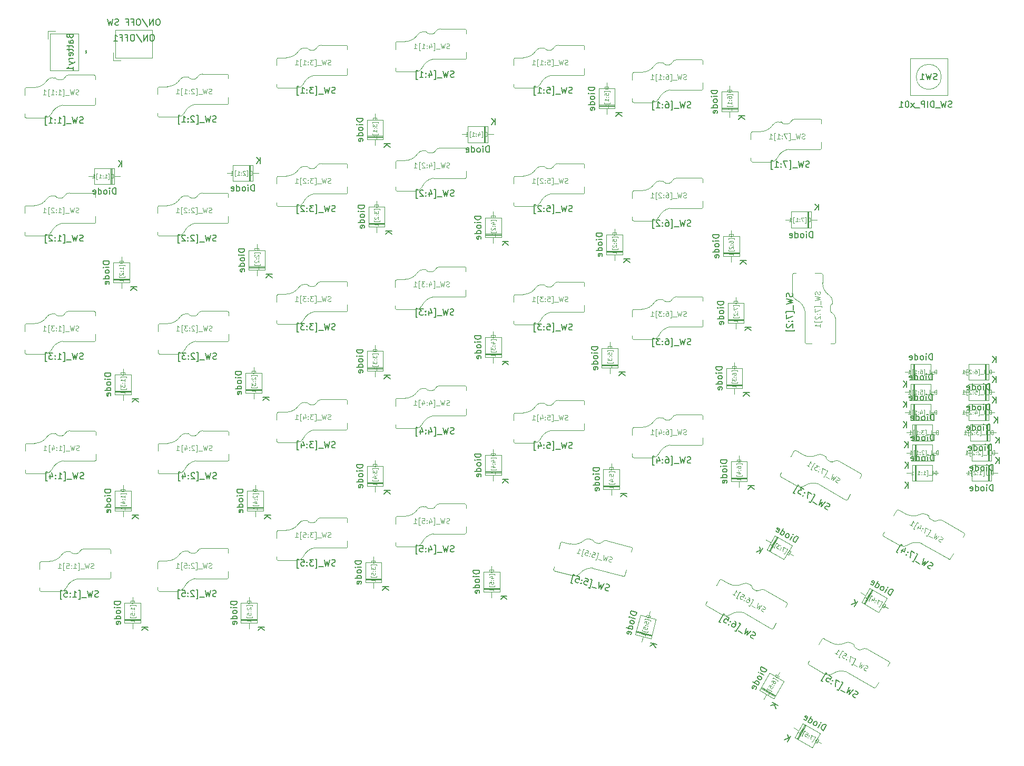
<source format=gbr>
%TF.GenerationSoftware,KiCad,Pcbnew,8.0.2-1*%
%TF.CreationDate,2024-06-04T23:34:33+02:00*%
%TF.ProjectId,keyboard,6b657962-6f61-4726-942e-6b696361645f,rev?*%
%TF.SameCoordinates,Original*%
%TF.FileFunction,AssemblyDrawing,Bot*%
%FSLAX46Y46*%
G04 Gerber Fmt 4.6, Leading zero omitted, Abs format (unit mm)*
G04 Created by KiCad (PCBNEW 8.0.2-1) date 2024-06-04 23:34:33*
%MOMM*%
%LPD*%
G01*
G04 APERTURE LIST*
%ADD10C,0.150000*%
%ADD11C,0.096000*%
%ADD12C,0.120000*%
%ADD13C,0.100000*%
G04 APERTURE END LIST*
D10*
X98784819Y-57416667D02*
X97784819Y-57416667D01*
X97784819Y-57416667D02*
X97784819Y-57654762D01*
X97784819Y-57654762D02*
X97832438Y-57797619D01*
X97832438Y-57797619D02*
X97927676Y-57892857D01*
X97927676Y-57892857D02*
X98022914Y-57940476D01*
X98022914Y-57940476D02*
X98213390Y-57988095D01*
X98213390Y-57988095D02*
X98356247Y-57988095D01*
X98356247Y-57988095D02*
X98546723Y-57940476D01*
X98546723Y-57940476D02*
X98641961Y-57892857D01*
X98641961Y-57892857D02*
X98737200Y-57797619D01*
X98737200Y-57797619D02*
X98784819Y-57654762D01*
X98784819Y-57654762D02*
X98784819Y-57416667D01*
X98784819Y-58416667D02*
X98118152Y-58416667D01*
X97784819Y-58416667D02*
X97832438Y-58369048D01*
X97832438Y-58369048D02*
X97880057Y-58416667D01*
X97880057Y-58416667D02*
X97832438Y-58464286D01*
X97832438Y-58464286D02*
X97784819Y-58416667D01*
X97784819Y-58416667D02*
X97880057Y-58416667D01*
X98784819Y-59035714D02*
X98737200Y-58940476D01*
X98737200Y-58940476D02*
X98689580Y-58892857D01*
X98689580Y-58892857D02*
X98594342Y-58845238D01*
X98594342Y-58845238D02*
X98308628Y-58845238D01*
X98308628Y-58845238D02*
X98213390Y-58892857D01*
X98213390Y-58892857D02*
X98165771Y-58940476D01*
X98165771Y-58940476D02*
X98118152Y-59035714D01*
X98118152Y-59035714D02*
X98118152Y-59178571D01*
X98118152Y-59178571D02*
X98165771Y-59273809D01*
X98165771Y-59273809D02*
X98213390Y-59321428D01*
X98213390Y-59321428D02*
X98308628Y-59369047D01*
X98308628Y-59369047D02*
X98594342Y-59369047D01*
X98594342Y-59369047D02*
X98689580Y-59321428D01*
X98689580Y-59321428D02*
X98737200Y-59273809D01*
X98737200Y-59273809D02*
X98784819Y-59178571D01*
X98784819Y-59178571D02*
X98784819Y-59035714D01*
X98784819Y-60226190D02*
X97784819Y-60226190D01*
X98737200Y-60226190D02*
X98784819Y-60130952D01*
X98784819Y-60130952D02*
X98784819Y-59940476D01*
X98784819Y-59940476D02*
X98737200Y-59845238D01*
X98737200Y-59845238D02*
X98689580Y-59797619D01*
X98689580Y-59797619D02*
X98594342Y-59750000D01*
X98594342Y-59750000D02*
X98308628Y-59750000D01*
X98308628Y-59750000D02*
X98213390Y-59797619D01*
X98213390Y-59797619D02*
X98165771Y-59845238D01*
X98165771Y-59845238D02*
X98118152Y-59940476D01*
X98118152Y-59940476D02*
X98118152Y-60130952D01*
X98118152Y-60130952D02*
X98165771Y-60226190D01*
X98737200Y-61083333D02*
X98784819Y-60988095D01*
X98784819Y-60988095D02*
X98784819Y-60797619D01*
X98784819Y-60797619D02*
X98737200Y-60702381D01*
X98737200Y-60702381D02*
X98641961Y-60654762D01*
X98641961Y-60654762D02*
X98261009Y-60654762D01*
X98261009Y-60654762D02*
X98165771Y-60702381D01*
X98165771Y-60702381D02*
X98118152Y-60797619D01*
X98118152Y-60797619D02*
X98118152Y-60988095D01*
X98118152Y-60988095D02*
X98165771Y-61083333D01*
X98165771Y-61083333D02*
X98261009Y-61130952D01*
X98261009Y-61130952D02*
X98356247Y-61130952D01*
X98356247Y-61130952D02*
X98451485Y-60654762D01*
X103204819Y-61528095D02*
X102204819Y-61528095D01*
X103204819Y-62099523D02*
X102633390Y-61670952D01*
X102204819Y-62099523D02*
X102776247Y-61528095D01*
D11*
X101041084Y-57349046D02*
X100401084Y-57349046D01*
X100401084Y-57349046D02*
X100401084Y-57501427D01*
X100401084Y-57501427D02*
X100431560Y-57592856D01*
X100431560Y-57592856D02*
X100492512Y-57653808D01*
X100492512Y-57653808D02*
X100553465Y-57684285D01*
X100553465Y-57684285D02*
X100675369Y-57714761D01*
X100675369Y-57714761D02*
X100766798Y-57714761D01*
X100766798Y-57714761D02*
X100888703Y-57684285D01*
X100888703Y-57684285D02*
X100949655Y-57653808D01*
X100949655Y-57653808D02*
X101010608Y-57592856D01*
X101010608Y-57592856D02*
X101041084Y-57501427D01*
X101041084Y-57501427D02*
X101041084Y-57349046D01*
X101254417Y-58171904D02*
X101254417Y-58019523D01*
X101254417Y-58019523D02*
X100340131Y-58019523D01*
X100340131Y-58019523D02*
X100340131Y-58171904D01*
X100401084Y-58354761D02*
X100401084Y-58750952D01*
X100401084Y-58750952D02*
X100644893Y-58537618D01*
X100644893Y-58537618D02*
X100644893Y-58629047D01*
X100644893Y-58629047D02*
X100675369Y-58689999D01*
X100675369Y-58689999D02*
X100705846Y-58720475D01*
X100705846Y-58720475D02*
X100766798Y-58750952D01*
X100766798Y-58750952D02*
X100919179Y-58750952D01*
X100919179Y-58750952D02*
X100980131Y-58720475D01*
X100980131Y-58720475D02*
X101010608Y-58689999D01*
X101010608Y-58689999D02*
X101041084Y-58629047D01*
X101041084Y-58629047D02*
X101041084Y-58446190D01*
X101041084Y-58446190D02*
X101010608Y-58385237D01*
X101010608Y-58385237D02*
X100980131Y-58354761D01*
X100980131Y-59025237D02*
X101010608Y-59055714D01*
X101010608Y-59055714D02*
X101041084Y-59025237D01*
X101041084Y-59025237D02*
X101010608Y-58994761D01*
X101010608Y-58994761D02*
X100980131Y-59025237D01*
X100980131Y-59025237D02*
X101041084Y-59025237D01*
X100644893Y-59025237D02*
X100675369Y-59055714D01*
X100675369Y-59055714D02*
X100705846Y-59025237D01*
X100705846Y-59025237D02*
X100675369Y-58994761D01*
X100675369Y-58994761D02*
X100644893Y-59025237D01*
X100644893Y-59025237D02*
X100705846Y-59025237D01*
X100462036Y-59299523D02*
X100431560Y-59329999D01*
X100431560Y-59329999D02*
X100401084Y-59390952D01*
X100401084Y-59390952D02*
X100401084Y-59543333D01*
X100401084Y-59543333D02*
X100431560Y-59604285D01*
X100431560Y-59604285D02*
X100462036Y-59634761D01*
X100462036Y-59634761D02*
X100522988Y-59665238D01*
X100522988Y-59665238D02*
X100583941Y-59665238D01*
X100583941Y-59665238D02*
X100675369Y-59634761D01*
X100675369Y-59634761D02*
X101041084Y-59269047D01*
X101041084Y-59269047D02*
X101041084Y-59665238D01*
X101254417Y-59878571D02*
X101254417Y-60030952D01*
X101254417Y-60030952D02*
X100340131Y-60030952D01*
X100340131Y-60030952D02*
X100340131Y-59878571D01*
X101041084Y-60701429D02*
X101041084Y-60335714D01*
X101041084Y-60518571D02*
X100401084Y-60518571D01*
X100401084Y-60518571D02*
X100492512Y-60457619D01*
X100492512Y-60457619D02*
X100553465Y-60396667D01*
X100553465Y-60396667D02*
X100583941Y-60335714D01*
D10*
X167557200Y-71574762D02*
X167604819Y-71717619D01*
X167604819Y-71717619D02*
X167604819Y-71955714D01*
X167604819Y-71955714D02*
X167557200Y-72050952D01*
X167557200Y-72050952D02*
X167509580Y-72098571D01*
X167509580Y-72098571D02*
X167414342Y-72146190D01*
X167414342Y-72146190D02*
X167319104Y-72146190D01*
X167319104Y-72146190D02*
X167223866Y-72098571D01*
X167223866Y-72098571D02*
X167176247Y-72050952D01*
X167176247Y-72050952D02*
X167128628Y-71955714D01*
X167128628Y-71955714D02*
X167081009Y-71765238D01*
X167081009Y-71765238D02*
X167033390Y-71670000D01*
X167033390Y-71670000D02*
X166985771Y-71622381D01*
X166985771Y-71622381D02*
X166890533Y-71574762D01*
X166890533Y-71574762D02*
X166795295Y-71574762D01*
X166795295Y-71574762D02*
X166700057Y-71622381D01*
X166700057Y-71622381D02*
X166652438Y-71670000D01*
X166652438Y-71670000D02*
X166604819Y-71765238D01*
X166604819Y-71765238D02*
X166604819Y-72003333D01*
X166604819Y-72003333D02*
X166652438Y-72146190D01*
X166604819Y-72479524D02*
X167604819Y-72717619D01*
X167604819Y-72717619D02*
X166890533Y-72908095D01*
X166890533Y-72908095D02*
X167604819Y-73098571D01*
X167604819Y-73098571D02*
X166604819Y-73336667D01*
X167700057Y-73479524D02*
X167700057Y-74241428D01*
X167938152Y-74765238D02*
X167938152Y-74527143D01*
X167938152Y-74527143D02*
X166509580Y-74527143D01*
X166509580Y-74527143D02*
X166509580Y-74765238D01*
X166604819Y-75050953D02*
X166604819Y-75717619D01*
X166604819Y-75717619D02*
X167604819Y-75289048D01*
X167509580Y-76098572D02*
X167557200Y-76146191D01*
X167557200Y-76146191D02*
X167604819Y-76098572D01*
X167604819Y-76098572D02*
X167557200Y-76050953D01*
X167557200Y-76050953D02*
X167509580Y-76098572D01*
X167509580Y-76098572D02*
X167604819Y-76098572D01*
X166985771Y-76098572D02*
X167033390Y-76146191D01*
X167033390Y-76146191D02*
X167081009Y-76098572D01*
X167081009Y-76098572D02*
X167033390Y-76050953D01*
X167033390Y-76050953D02*
X166985771Y-76098572D01*
X166985771Y-76098572D02*
X167081009Y-76098572D01*
X166700057Y-76527143D02*
X166652438Y-76574762D01*
X166652438Y-76574762D02*
X166604819Y-76670000D01*
X166604819Y-76670000D02*
X166604819Y-76908095D01*
X166604819Y-76908095D02*
X166652438Y-77003333D01*
X166652438Y-77003333D02*
X166700057Y-77050952D01*
X166700057Y-77050952D02*
X166795295Y-77098571D01*
X166795295Y-77098571D02*
X166890533Y-77098571D01*
X166890533Y-77098571D02*
X167033390Y-77050952D01*
X167033390Y-77050952D02*
X167604819Y-76479524D01*
X167604819Y-76479524D02*
X167604819Y-77098571D01*
X167938152Y-77431905D02*
X167938152Y-77670000D01*
X167938152Y-77670000D02*
X166509580Y-77670000D01*
X166509580Y-77670000D02*
X166509580Y-77431905D01*
D12*
X171975760Y-71312856D02*
X172013855Y-71427142D01*
X172013855Y-71427142D02*
X172013855Y-71617618D01*
X172013855Y-71617618D02*
X171975760Y-71693809D01*
X171975760Y-71693809D02*
X171937664Y-71731904D01*
X171937664Y-71731904D02*
X171861474Y-71769999D01*
X171861474Y-71769999D02*
X171785283Y-71769999D01*
X171785283Y-71769999D02*
X171709093Y-71731904D01*
X171709093Y-71731904D02*
X171670998Y-71693809D01*
X171670998Y-71693809D02*
X171632902Y-71617618D01*
X171632902Y-71617618D02*
X171594807Y-71465237D01*
X171594807Y-71465237D02*
X171556712Y-71389047D01*
X171556712Y-71389047D02*
X171518617Y-71350952D01*
X171518617Y-71350952D02*
X171442426Y-71312856D01*
X171442426Y-71312856D02*
X171366236Y-71312856D01*
X171366236Y-71312856D02*
X171290045Y-71350952D01*
X171290045Y-71350952D02*
X171251950Y-71389047D01*
X171251950Y-71389047D02*
X171213855Y-71465237D01*
X171213855Y-71465237D02*
X171213855Y-71655714D01*
X171213855Y-71655714D02*
X171251950Y-71769999D01*
X171213855Y-72036666D02*
X172013855Y-72227142D01*
X172013855Y-72227142D02*
X171442426Y-72379523D01*
X171442426Y-72379523D02*
X172013855Y-72531904D01*
X172013855Y-72531904D02*
X171213855Y-72722381D01*
X172090045Y-72836667D02*
X172090045Y-73446190D01*
X172280521Y-73865238D02*
X172280521Y-73674762D01*
X172280521Y-73674762D02*
X171137664Y-73674762D01*
X171137664Y-73674762D02*
X171137664Y-73865238D01*
X171213855Y-74093809D02*
X171213855Y-74627143D01*
X171213855Y-74627143D02*
X172013855Y-74284285D01*
X171937664Y-74931905D02*
X171975760Y-74970000D01*
X171975760Y-74970000D02*
X172013855Y-74931905D01*
X172013855Y-74931905D02*
X171975760Y-74893809D01*
X171975760Y-74893809D02*
X171937664Y-74931905D01*
X171937664Y-74931905D02*
X172013855Y-74931905D01*
X171518617Y-74931905D02*
X171556712Y-74970000D01*
X171556712Y-74970000D02*
X171594807Y-74931905D01*
X171594807Y-74931905D02*
X171556712Y-74893809D01*
X171556712Y-74893809D02*
X171518617Y-74931905D01*
X171518617Y-74931905D02*
X171594807Y-74931905D01*
X171290045Y-75274761D02*
X171251950Y-75312857D01*
X171251950Y-75312857D02*
X171213855Y-75389047D01*
X171213855Y-75389047D02*
X171213855Y-75579523D01*
X171213855Y-75579523D02*
X171251950Y-75655714D01*
X171251950Y-75655714D02*
X171290045Y-75693809D01*
X171290045Y-75693809D02*
X171366236Y-75731904D01*
X171366236Y-75731904D02*
X171442426Y-75731904D01*
X171442426Y-75731904D02*
X171556712Y-75693809D01*
X171556712Y-75693809D02*
X172013855Y-75236666D01*
X172013855Y-75236666D02*
X172013855Y-75731904D01*
X172280521Y-75998571D02*
X172280521Y-76189047D01*
X172280521Y-76189047D02*
X171137664Y-76189047D01*
X171137664Y-76189047D02*
X171137664Y-75998571D01*
X172013855Y-77027142D02*
X172013855Y-76569999D01*
X172013855Y-76798571D02*
X171213855Y-76798571D01*
X171213855Y-76798571D02*
X171328140Y-76722380D01*
X171328140Y-76722380D02*
X171404331Y-76646190D01*
X171404331Y-76646190D02*
X171442426Y-76569999D01*
D10*
X53675237Y-101407200D02*
X53532380Y-101454819D01*
X53532380Y-101454819D02*
X53294285Y-101454819D01*
X53294285Y-101454819D02*
X53199047Y-101407200D01*
X53199047Y-101407200D02*
X53151428Y-101359580D01*
X53151428Y-101359580D02*
X53103809Y-101264342D01*
X53103809Y-101264342D02*
X53103809Y-101169104D01*
X53103809Y-101169104D02*
X53151428Y-101073866D01*
X53151428Y-101073866D02*
X53199047Y-101026247D01*
X53199047Y-101026247D02*
X53294285Y-100978628D01*
X53294285Y-100978628D02*
X53484761Y-100931009D01*
X53484761Y-100931009D02*
X53579999Y-100883390D01*
X53579999Y-100883390D02*
X53627618Y-100835771D01*
X53627618Y-100835771D02*
X53675237Y-100740533D01*
X53675237Y-100740533D02*
X53675237Y-100645295D01*
X53675237Y-100645295D02*
X53627618Y-100550057D01*
X53627618Y-100550057D02*
X53579999Y-100502438D01*
X53579999Y-100502438D02*
X53484761Y-100454819D01*
X53484761Y-100454819D02*
X53246666Y-100454819D01*
X53246666Y-100454819D02*
X53103809Y-100502438D01*
X52770475Y-100454819D02*
X52532380Y-101454819D01*
X52532380Y-101454819D02*
X52341904Y-100740533D01*
X52341904Y-100740533D02*
X52151428Y-101454819D01*
X52151428Y-101454819D02*
X51913333Y-100454819D01*
X51770476Y-101550057D02*
X51008571Y-101550057D01*
X50484761Y-101788152D02*
X50722856Y-101788152D01*
X50722856Y-101788152D02*
X50722856Y-100359580D01*
X50722856Y-100359580D02*
X50484761Y-100359580D01*
X49579999Y-101454819D02*
X50151427Y-101454819D01*
X49865713Y-101454819D02*
X49865713Y-100454819D01*
X49865713Y-100454819D02*
X49960951Y-100597676D01*
X49960951Y-100597676D02*
X50056189Y-100692914D01*
X50056189Y-100692914D02*
X50151427Y-100740533D01*
X49151427Y-101359580D02*
X49103808Y-101407200D01*
X49103808Y-101407200D02*
X49151427Y-101454819D01*
X49151427Y-101454819D02*
X49199046Y-101407200D01*
X49199046Y-101407200D02*
X49151427Y-101359580D01*
X49151427Y-101359580D02*
X49151427Y-101454819D01*
X49151427Y-100835771D02*
X49103808Y-100883390D01*
X49103808Y-100883390D02*
X49151427Y-100931009D01*
X49151427Y-100931009D02*
X49199046Y-100883390D01*
X49199046Y-100883390D02*
X49151427Y-100835771D01*
X49151427Y-100835771D02*
X49151427Y-100931009D01*
X48246666Y-100788152D02*
X48246666Y-101454819D01*
X48484761Y-100407200D02*
X48722856Y-101121485D01*
X48722856Y-101121485D02*
X48103809Y-101121485D01*
X47818094Y-101788152D02*
X47579999Y-101788152D01*
X47579999Y-101788152D02*
X47579999Y-100359580D01*
X47579999Y-100359580D02*
X47818094Y-100359580D01*
D12*
X52937143Y-96825760D02*
X52822857Y-96863855D01*
X52822857Y-96863855D02*
X52632381Y-96863855D01*
X52632381Y-96863855D02*
X52556190Y-96825760D01*
X52556190Y-96825760D02*
X52518095Y-96787664D01*
X52518095Y-96787664D02*
X52480000Y-96711474D01*
X52480000Y-96711474D02*
X52480000Y-96635283D01*
X52480000Y-96635283D02*
X52518095Y-96559093D01*
X52518095Y-96559093D02*
X52556190Y-96520998D01*
X52556190Y-96520998D02*
X52632381Y-96482902D01*
X52632381Y-96482902D02*
X52784762Y-96444807D01*
X52784762Y-96444807D02*
X52860952Y-96406712D01*
X52860952Y-96406712D02*
X52899047Y-96368617D01*
X52899047Y-96368617D02*
X52937143Y-96292426D01*
X52937143Y-96292426D02*
X52937143Y-96216236D01*
X52937143Y-96216236D02*
X52899047Y-96140045D01*
X52899047Y-96140045D02*
X52860952Y-96101950D01*
X52860952Y-96101950D02*
X52784762Y-96063855D01*
X52784762Y-96063855D02*
X52594285Y-96063855D01*
X52594285Y-96063855D02*
X52480000Y-96101950D01*
X52213333Y-96063855D02*
X52022857Y-96863855D01*
X52022857Y-96863855D02*
X51870476Y-96292426D01*
X51870476Y-96292426D02*
X51718095Y-96863855D01*
X51718095Y-96863855D02*
X51527619Y-96063855D01*
X51413333Y-96940045D02*
X50803809Y-96940045D01*
X50384761Y-97130521D02*
X50575237Y-97130521D01*
X50575237Y-97130521D02*
X50575237Y-95987664D01*
X50575237Y-95987664D02*
X50384761Y-95987664D01*
X49660952Y-96863855D02*
X50118095Y-96863855D01*
X49889523Y-96863855D02*
X49889523Y-96063855D01*
X49889523Y-96063855D02*
X49965714Y-96178140D01*
X49965714Y-96178140D02*
X50041904Y-96254331D01*
X50041904Y-96254331D02*
X50118095Y-96292426D01*
X49318094Y-96787664D02*
X49279999Y-96825760D01*
X49279999Y-96825760D02*
X49318094Y-96863855D01*
X49318094Y-96863855D02*
X49356190Y-96825760D01*
X49356190Y-96825760D02*
X49318094Y-96787664D01*
X49318094Y-96787664D02*
X49318094Y-96863855D01*
X49318094Y-96368617D02*
X49279999Y-96406712D01*
X49279999Y-96406712D02*
X49318094Y-96444807D01*
X49318094Y-96444807D02*
X49356190Y-96406712D01*
X49356190Y-96406712D02*
X49318094Y-96368617D01*
X49318094Y-96368617D02*
X49318094Y-96444807D01*
X48594285Y-96330521D02*
X48594285Y-96863855D01*
X48784761Y-96025760D02*
X48975238Y-96597188D01*
X48975238Y-96597188D02*
X48479999Y-96597188D01*
X48251428Y-97130521D02*
X48060952Y-97130521D01*
X48060952Y-97130521D02*
X48060952Y-95987664D01*
X48060952Y-95987664D02*
X48251428Y-95987664D01*
X47222857Y-96863855D02*
X47680000Y-96863855D01*
X47451428Y-96863855D02*
X47451428Y-96063855D01*
X47451428Y-96063855D02*
X47527619Y-96178140D01*
X47527619Y-96178140D02*
X47603809Y-96254331D01*
X47603809Y-96254331D02*
X47680000Y-96292426D01*
D10*
X199333332Y-87124819D02*
X199333332Y-86124819D01*
X199333332Y-86124819D02*
X199095237Y-86124819D01*
X199095237Y-86124819D02*
X198952380Y-86172438D01*
X198952380Y-86172438D02*
X198857142Y-86267676D01*
X198857142Y-86267676D02*
X198809523Y-86362914D01*
X198809523Y-86362914D02*
X198761904Y-86553390D01*
X198761904Y-86553390D02*
X198761904Y-86696247D01*
X198761904Y-86696247D02*
X198809523Y-86886723D01*
X198809523Y-86886723D02*
X198857142Y-86981961D01*
X198857142Y-86981961D02*
X198952380Y-87077200D01*
X198952380Y-87077200D02*
X199095237Y-87124819D01*
X199095237Y-87124819D02*
X199333332Y-87124819D01*
X198333332Y-87124819D02*
X198333332Y-86458152D01*
X198333332Y-86124819D02*
X198380951Y-86172438D01*
X198380951Y-86172438D02*
X198333332Y-86220057D01*
X198333332Y-86220057D02*
X198285713Y-86172438D01*
X198285713Y-86172438D02*
X198333332Y-86124819D01*
X198333332Y-86124819D02*
X198333332Y-86220057D01*
X197714285Y-87124819D02*
X197809523Y-87077200D01*
X197809523Y-87077200D02*
X197857142Y-87029580D01*
X197857142Y-87029580D02*
X197904761Y-86934342D01*
X197904761Y-86934342D02*
X197904761Y-86648628D01*
X197904761Y-86648628D02*
X197857142Y-86553390D01*
X197857142Y-86553390D02*
X197809523Y-86505771D01*
X197809523Y-86505771D02*
X197714285Y-86458152D01*
X197714285Y-86458152D02*
X197571428Y-86458152D01*
X197571428Y-86458152D02*
X197476190Y-86505771D01*
X197476190Y-86505771D02*
X197428571Y-86553390D01*
X197428571Y-86553390D02*
X197380952Y-86648628D01*
X197380952Y-86648628D02*
X197380952Y-86934342D01*
X197380952Y-86934342D02*
X197428571Y-87029580D01*
X197428571Y-87029580D02*
X197476190Y-87077200D01*
X197476190Y-87077200D02*
X197571428Y-87124819D01*
X197571428Y-87124819D02*
X197714285Y-87124819D01*
X196523809Y-87124819D02*
X196523809Y-86124819D01*
X196523809Y-87077200D02*
X196619047Y-87124819D01*
X196619047Y-87124819D02*
X196809523Y-87124819D01*
X196809523Y-87124819D02*
X196904761Y-87077200D01*
X196904761Y-87077200D02*
X196952380Y-87029580D01*
X196952380Y-87029580D02*
X196999999Y-86934342D01*
X196999999Y-86934342D02*
X196999999Y-86648628D01*
X196999999Y-86648628D02*
X196952380Y-86553390D01*
X196952380Y-86553390D02*
X196904761Y-86505771D01*
X196904761Y-86505771D02*
X196809523Y-86458152D01*
X196809523Y-86458152D02*
X196619047Y-86458152D01*
X196619047Y-86458152D02*
X196523809Y-86505771D01*
X195666666Y-87077200D02*
X195761904Y-87124819D01*
X195761904Y-87124819D02*
X195952380Y-87124819D01*
X195952380Y-87124819D02*
X196047618Y-87077200D01*
X196047618Y-87077200D02*
X196095237Y-86981961D01*
X196095237Y-86981961D02*
X196095237Y-86601009D01*
X196095237Y-86601009D02*
X196047618Y-86505771D01*
X196047618Y-86505771D02*
X195952380Y-86458152D01*
X195952380Y-86458152D02*
X195761904Y-86458152D01*
X195761904Y-86458152D02*
X195666666Y-86505771D01*
X195666666Y-86505771D02*
X195619047Y-86601009D01*
X195619047Y-86601009D02*
X195619047Y-86696247D01*
X195619047Y-86696247D02*
X196095237Y-86791485D01*
X200301904Y-82704819D02*
X200301904Y-81704819D01*
X199730476Y-82704819D02*
X200159047Y-82133390D01*
X199730476Y-81704819D02*
X200301904Y-82276247D01*
D11*
X199560953Y-84541084D02*
X199560953Y-83901084D01*
X199560953Y-83901084D02*
X199408572Y-83901084D01*
X199408572Y-83901084D02*
X199317143Y-83931560D01*
X199317143Y-83931560D02*
X199256191Y-83992512D01*
X199256191Y-83992512D02*
X199225714Y-84053465D01*
X199225714Y-84053465D02*
X199195238Y-84175369D01*
X199195238Y-84175369D02*
X199195238Y-84266798D01*
X199195238Y-84266798D02*
X199225714Y-84388703D01*
X199225714Y-84388703D02*
X199256191Y-84449655D01*
X199256191Y-84449655D02*
X199317143Y-84510608D01*
X199317143Y-84510608D02*
X199408572Y-84541084D01*
X199408572Y-84541084D02*
X199560953Y-84541084D01*
X199073334Y-84602036D02*
X198585714Y-84602036D01*
X198433334Y-84541084D02*
X198433334Y-83901084D01*
X198280953Y-84602036D02*
X197793333Y-84602036D01*
X197458095Y-84754417D02*
X197610476Y-84754417D01*
X197610476Y-84754417D02*
X197610476Y-83840131D01*
X197610476Y-83840131D02*
X197458095Y-83840131D01*
X196940000Y-83901084D02*
X197061905Y-83901084D01*
X197061905Y-83901084D02*
X197122857Y-83931560D01*
X197122857Y-83931560D02*
X197153333Y-83962036D01*
X197153333Y-83962036D02*
X197214286Y-84053465D01*
X197214286Y-84053465D02*
X197244762Y-84175369D01*
X197244762Y-84175369D02*
X197244762Y-84419179D01*
X197244762Y-84419179D02*
X197214286Y-84480131D01*
X197214286Y-84480131D02*
X197183809Y-84510608D01*
X197183809Y-84510608D02*
X197122857Y-84541084D01*
X197122857Y-84541084D02*
X197000952Y-84541084D01*
X197000952Y-84541084D02*
X196940000Y-84510608D01*
X196940000Y-84510608D02*
X196909524Y-84480131D01*
X196909524Y-84480131D02*
X196879047Y-84419179D01*
X196879047Y-84419179D02*
X196879047Y-84266798D01*
X196879047Y-84266798D02*
X196909524Y-84205846D01*
X196909524Y-84205846D02*
X196940000Y-84175369D01*
X196940000Y-84175369D02*
X197000952Y-84144893D01*
X197000952Y-84144893D02*
X197122857Y-84144893D01*
X197122857Y-84144893D02*
X197183809Y-84175369D01*
X197183809Y-84175369D02*
X197214286Y-84205846D01*
X197214286Y-84205846D02*
X197244762Y-84266798D01*
X196604762Y-84480131D02*
X196574285Y-84510608D01*
X196574285Y-84510608D02*
X196604762Y-84541084D01*
X196604762Y-84541084D02*
X196635238Y-84510608D01*
X196635238Y-84510608D02*
X196604762Y-84480131D01*
X196604762Y-84480131D02*
X196604762Y-84541084D01*
X196604762Y-84144893D02*
X196574285Y-84175369D01*
X196574285Y-84175369D02*
X196604762Y-84205846D01*
X196604762Y-84205846D02*
X196635238Y-84175369D01*
X196635238Y-84175369D02*
X196604762Y-84144893D01*
X196604762Y-84144893D02*
X196604762Y-84205846D01*
X196330476Y-83962036D02*
X196300000Y-83931560D01*
X196300000Y-83931560D02*
X196239047Y-83901084D01*
X196239047Y-83901084D02*
X196086666Y-83901084D01*
X196086666Y-83901084D02*
X196025714Y-83931560D01*
X196025714Y-83931560D02*
X195995238Y-83962036D01*
X195995238Y-83962036D02*
X195964761Y-84022988D01*
X195964761Y-84022988D02*
X195964761Y-84083941D01*
X195964761Y-84083941D02*
X195995238Y-84175369D01*
X195995238Y-84175369D02*
X196360952Y-84541084D01*
X196360952Y-84541084D02*
X195964761Y-84541084D01*
X195751428Y-84754417D02*
X195599047Y-84754417D01*
X195599047Y-84754417D02*
X195599047Y-83840131D01*
X195599047Y-83840131D02*
X195751428Y-83840131D01*
X194928570Y-84541084D02*
X195294285Y-84541084D01*
X195111428Y-84541084D02*
X195111428Y-83901084D01*
X195111428Y-83901084D02*
X195172380Y-83992512D01*
X195172380Y-83992512D02*
X195233332Y-84053465D01*
X195233332Y-84053465D02*
X195294285Y-84083941D01*
D10*
X199833332Y-103374819D02*
X199833332Y-102374819D01*
X199833332Y-102374819D02*
X199595237Y-102374819D01*
X199595237Y-102374819D02*
X199452380Y-102422438D01*
X199452380Y-102422438D02*
X199357142Y-102517676D01*
X199357142Y-102517676D02*
X199309523Y-102612914D01*
X199309523Y-102612914D02*
X199261904Y-102803390D01*
X199261904Y-102803390D02*
X199261904Y-102946247D01*
X199261904Y-102946247D02*
X199309523Y-103136723D01*
X199309523Y-103136723D02*
X199357142Y-103231961D01*
X199357142Y-103231961D02*
X199452380Y-103327200D01*
X199452380Y-103327200D02*
X199595237Y-103374819D01*
X199595237Y-103374819D02*
X199833332Y-103374819D01*
X198833332Y-103374819D02*
X198833332Y-102708152D01*
X198833332Y-102374819D02*
X198880951Y-102422438D01*
X198880951Y-102422438D02*
X198833332Y-102470057D01*
X198833332Y-102470057D02*
X198785713Y-102422438D01*
X198785713Y-102422438D02*
X198833332Y-102374819D01*
X198833332Y-102374819D02*
X198833332Y-102470057D01*
X198214285Y-103374819D02*
X198309523Y-103327200D01*
X198309523Y-103327200D02*
X198357142Y-103279580D01*
X198357142Y-103279580D02*
X198404761Y-103184342D01*
X198404761Y-103184342D02*
X198404761Y-102898628D01*
X198404761Y-102898628D02*
X198357142Y-102803390D01*
X198357142Y-102803390D02*
X198309523Y-102755771D01*
X198309523Y-102755771D02*
X198214285Y-102708152D01*
X198214285Y-102708152D02*
X198071428Y-102708152D01*
X198071428Y-102708152D02*
X197976190Y-102755771D01*
X197976190Y-102755771D02*
X197928571Y-102803390D01*
X197928571Y-102803390D02*
X197880952Y-102898628D01*
X197880952Y-102898628D02*
X197880952Y-103184342D01*
X197880952Y-103184342D02*
X197928571Y-103279580D01*
X197928571Y-103279580D02*
X197976190Y-103327200D01*
X197976190Y-103327200D02*
X198071428Y-103374819D01*
X198071428Y-103374819D02*
X198214285Y-103374819D01*
X197023809Y-103374819D02*
X197023809Y-102374819D01*
X197023809Y-103327200D02*
X197119047Y-103374819D01*
X197119047Y-103374819D02*
X197309523Y-103374819D01*
X197309523Y-103374819D02*
X197404761Y-103327200D01*
X197404761Y-103327200D02*
X197452380Y-103279580D01*
X197452380Y-103279580D02*
X197499999Y-103184342D01*
X197499999Y-103184342D02*
X197499999Y-102898628D01*
X197499999Y-102898628D02*
X197452380Y-102803390D01*
X197452380Y-102803390D02*
X197404761Y-102755771D01*
X197404761Y-102755771D02*
X197309523Y-102708152D01*
X197309523Y-102708152D02*
X197119047Y-102708152D01*
X197119047Y-102708152D02*
X197023809Y-102755771D01*
X196166666Y-103327200D02*
X196261904Y-103374819D01*
X196261904Y-103374819D02*
X196452380Y-103374819D01*
X196452380Y-103374819D02*
X196547618Y-103327200D01*
X196547618Y-103327200D02*
X196595237Y-103231961D01*
X196595237Y-103231961D02*
X196595237Y-102851009D01*
X196595237Y-102851009D02*
X196547618Y-102755771D01*
X196547618Y-102755771D02*
X196452380Y-102708152D01*
X196452380Y-102708152D02*
X196261904Y-102708152D01*
X196261904Y-102708152D02*
X196166666Y-102755771D01*
X196166666Y-102755771D02*
X196119047Y-102851009D01*
X196119047Y-102851009D02*
X196119047Y-102946247D01*
X196119047Y-102946247D02*
X196595237Y-103041485D01*
D11*
X199817143Y-100791084D02*
X199817143Y-100151084D01*
X199817143Y-100151084D02*
X199664762Y-100151084D01*
X199664762Y-100151084D02*
X199573333Y-100181560D01*
X199573333Y-100181560D02*
X199512381Y-100242512D01*
X199512381Y-100242512D02*
X199481904Y-100303465D01*
X199481904Y-100303465D02*
X199451428Y-100425369D01*
X199451428Y-100425369D02*
X199451428Y-100516798D01*
X199451428Y-100516798D02*
X199481904Y-100638703D01*
X199481904Y-100638703D02*
X199512381Y-100699655D01*
X199512381Y-100699655D02*
X199573333Y-100760608D01*
X199573333Y-100760608D02*
X199664762Y-100791084D01*
X199664762Y-100791084D02*
X199817143Y-100791084D01*
X199329524Y-100852036D02*
X198841904Y-100852036D01*
X198689524Y-100791084D02*
X198689524Y-100151084D01*
X198201904Y-101004417D02*
X198354285Y-101004417D01*
X198354285Y-101004417D02*
X198354285Y-100090131D01*
X198354285Y-100090131D02*
X198201904Y-100090131D01*
X197622856Y-100791084D02*
X197988571Y-100791084D01*
X197805714Y-100791084D02*
X197805714Y-100151084D01*
X197805714Y-100151084D02*
X197866666Y-100242512D01*
X197866666Y-100242512D02*
X197927618Y-100303465D01*
X197927618Y-100303465D02*
X197988571Y-100333941D01*
X197348571Y-100730131D02*
X197318094Y-100760608D01*
X197318094Y-100760608D02*
X197348571Y-100791084D01*
X197348571Y-100791084D02*
X197379047Y-100760608D01*
X197379047Y-100760608D02*
X197348571Y-100730131D01*
X197348571Y-100730131D02*
X197348571Y-100791084D01*
X197348571Y-100394893D02*
X197318094Y-100425369D01*
X197318094Y-100425369D02*
X197348571Y-100455846D01*
X197348571Y-100455846D02*
X197379047Y-100425369D01*
X197379047Y-100425369D02*
X197348571Y-100394893D01*
X197348571Y-100394893D02*
X197348571Y-100455846D01*
X197074285Y-100212036D02*
X197043809Y-100181560D01*
X197043809Y-100181560D02*
X196982856Y-100151084D01*
X196982856Y-100151084D02*
X196830475Y-100151084D01*
X196830475Y-100151084D02*
X196769523Y-100181560D01*
X196769523Y-100181560D02*
X196739047Y-100212036D01*
X196739047Y-100212036D02*
X196708570Y-100272988D01*
X196708570Y-100272988D02*
X196708570Y-100333941D01*
X196708570Y-100333941D02*
X196739047Y-100425369D01*
X196739047Y-100425369D02*
X197104761Y-100791084D01*
X197104761Y-100791084D02*
X196708570Y-100791084D01*
X196495237Y-101004417D02*
X196342856Y-101004417D01*
X196342856Y-101004417D02*
X196342856Y-100090131D01*
X196342856Y-100090131D02*
X196495237Y-100090131D01*
X195672379Y-100791084D02*
X196038094Y-100791084D01*
X195855237Y-100791084D02*
X195855237Y-100151084D01*
X195855237Y-100151084D02*
X195916189Y-100242512D01*
X195916189Y-100242512D02*
X195977141Y-100303465D01*
X195977141Y-100303465D02*
X196038094Y-100333941D01*
D10*
X200801904Y-98954819D02*
X200801904Y-97954819D01*
X200230476Y-98954819D02*
X200659047Y-98383390D01*
X200230476Y-97954819D02*
X200801904Y-98526247D01*
X117534819Y-59166667D02*
X116534819Y-59166667D01*
X116534819Y-59166667D02*
X116534819Y-59404762D01*
X116534819Y-59404762D02*
X116582438Y-59547619D01*
X116582438Y-59547619D02*
X116677676Y-59642857D01*
X116677676Y-59642857D02*
X116772914Y-59690476D01*
X116772914Y-59690476D02*
X116963390Y-59738095D01*
X116963390Y-59738095D02*
X117106247Y-59738095D01*
X117106247Y-59738095D02*
X117296723Y-59690476D01*
X117296723Y-59690476D02*
X117391961Y-59642857D01*
X117391961Y-59642857D02*
X117487200Y-59547619D01*
X117487200Y-59547619D02*
X117534819Y-59404762D01*
X117534819Y-59404762D02*
X117534819Y-59166667D01*
X117534819Y-60166667D02*
X116868152Y-60166667D01*
X116534819Y-60166667D02*
X116582438Y-60119048D01*
X116582438Y-60119048D02*
X116630057Y-60166667D01*
X116630057Y-60166667D02*
X116582438Y-60214286D01*
X116582438Y-60214286D02*
X116534819Y-60166667D01*
X116534819Y-60166667D02*
X116630057Y-60166667D01*
X117534819Y-60785714D02*
X117487200Y-60690476D01*
X117487200Y-60690476D02*
X117439580Y-60642857D01*
X117439580Y-60642857D02*
X117344342Y-60595238D01*
X117344342Y-60595238D02*
X117058628Y-60595238D01*
X117058628Y-60595238D02*
X116963390Y-60642857D01*
X116963390Y-60642857D02*
X116915771Y-60690476D01*
X116915771Y-60690476D02*
X116868152Y-60785714D01*
X116868152Y-60785714D02*
X116868152Y-60928571D01*
X116868152Y-60928571D02*
X116915771Y-61023809D01*
X116915771Y-61023809D02*
X116963390Y-61071428D01*
X116963390Y-61071428D02*
X117058628Y-61119047D01*
X117058628Y-61119047D02*
X117344342Y-61119047D01*
X117344342Y-61119047D02*
X117439580Y-61071428D01*
X117439580Y-61071428D02*
X117487200Y-61023809D01*
X117487200Y-61023809D02*
X117534819Y-60928571D01*
X117534819Y-60928571D02*
X117534819Y-60785714D01*
X117534819Y-61976190D02*
X116534819Y-61976190D01*
X117487200Y-61976190D02*
X117534819Y-61880952D01*
X117534819Y-61880952D02*
X117534819Y-61690476D01*
X117534819Y-61690476D02*
X117487200Y-61595238D01*
X117487200Y-61595238D02*
X117439580Y-61547619D01*
X117439580Y-61547619D02*
X117344342Y-61500000D01*
X117344342Y-61500000D02*
X117058628Y-61500000D01*
X117058628Y-61500000D02*
X116963390Y-61547619D01*
X116963390Y-61547619D02*
X116915771Y-61595238D01*
X116915771Y-61595238D02*
X116868152Y-61690476D01*
X116868152Y-61690476D02*
X116868152Y-61880952D01*
X116868152Y-61880952D02*
X116915771Y-61976190D01*
X117487200Y-62833333D02*
X117534819Y-62738095D01*
X117534819Y-62738095D02*
X117534819Y-62547619D01*
X117534819Y-62547619D02*
X117487200Y-62452381D01*
X117487200Y-62452381D02*
X117391961Y-62404762D01*
X117391961Y-62404762D02*
X117011009Y-62404762D01*
X117011009Y-62404762D02*
X116915771Y-62452381D01*
X116915771Y-62452381D02*
X116868152Y-62547619D01*
X116868152Y-62547619D02*
X116868152Y-62738095D01*
X116868152Y-62738095D02*
X116915771Y-62833333D01*
X116915771Y-62833333D02*
X117011009Y-62880952D01*
X117011009Y-62880952D02*
X117106247Y-62880952D01*
X117106247Y-62880952D02*
X117201485Y-62404762D01*
X121954819Y-63278095D02*
X120954819Y-63278095D01*
X121954819Y-63849523D02*
X121383390Y-63420952D01*
X120954819Y-63849523D02*
X121526247Y-63278095D01*
D11*
X119791084Y-59099046D02*
X119151084Y-59099046D01*
X119151084Y-59099046D02*
X119151084Y-59251427D01*
X119151084Y-59251427D02*
X119181560Y-59342856D01*
X119181560Y-59342856D02*
X119242512Y-59403808D01*
X119242512Y-59403808D02*
X119303465Y-59434285D01*
X119303465Y-59434285D02*
X119425369Y-59464761D01*
X119425369Y-59464761D02*
X119516798Y-59464761D01*
X119516798Y-59464761D02*
X119638703Y-59434285D01*
X119638703Y-59434285D02*
X119699655Y-59403808D01*
X119699655Y-59403808D02*
X119760608Y-59342856D01*
X119760608Y-59342856D02*
X119791084Y-59251427D01*
X119791084Y-59251427D02*
X119791084Y-59099046D01*
X120004417Y-59921904D02*
X120004417Y-59769523D01*
X120004417Y-59769523D02*
X119090131Y-59769523D01*
X119090131Y-59769523D02*
X119090131Y-59921904D01*
X119364417Y-60439999D02*
X119791084Y-60439999D01*
X119120608Y-60287618D02*
X119577750Y-60135237D01*
X119577750Y-60135237D02*
X119577750Y-60531428D01*
X119730131Y-60775237D02*
X119760608Y-60805714D01*
X119760608Y-60805714D02*
X119791084Y-60775237D01*
X119791084Y-60775237D02*
X119760608Y-60744761D01*
X119760608Y-60744761D02*
X119730131Y-60775237D01*
X119730131Y-60775237D02*
X119791084Y-60775237D01*
X119394893Y-60775237D02*
X119425369Y-60805714D01*
X119425369Y-60805714D02*
X119455846Y-60775237D01*
X119455846Y-60775237D02*
X119425369Y-60744761D01*
X119425369Y-60744761D02*
X119394893Y-60775237D01*
X119394893Y-60775237D02*
X119455846Y-60775237D01*
X119212036Y-61049523D02*
X119181560Y-61079999D01*
X119181560Y-61079999D02*
X119151084Y-61140952D01*
X119151084Y-61140952D02*
X119151084Y-61293333D01*
X119151084Y-61293333D02*
X119181560Y-61354285D01*
X119181560Y-61354285D02*
X119212036Y-61384761D01*
X119212036Y-61384761D02*
X119272988Y-61415238D01*
X119272988Y-61415238D02*
X119333941Y-61415238D01*
X119333941Y-61415238D02*
X119425369Y-61384761D01*
X119425369Y-61384761D02*
X119791084Y-61019047D01*
X119791084Y-61019047D02*
X119791084Y-61415238D01*
X120004417Y-61628571D02*
X120004417Y-61780952D01*
X120004417Y-61780952D02*
X119090131Y-61780952D01*
X119090131Y-61780952D02*
X119090131Y-61628571D01*
X119791084Y-62451429D02*
X119791084Y-62085714D01*
X119791084Y-62268571D02*
X119151084Y-62268571D01*
X119151084Y-62268571D02*
X119242512Y-62207619D01*
X119242512Y-62207619D02*
X119303465Y-62146667D01*
X119303465Y-62146667D02*
X119333941Y-62085714D01*
D10*
X135784819Y-38416667D02*
X134784819Y-38416667D01*
X134784819Y-38416667D02*
X134784819Y-38654762D01*
X134784819Y-38654762D02*
X134832438Y-38797619D01*
X134832438Y-38797619D02*
X134927676Y-38892857D01*
X134927676Y-38892857D02*
X135022914Y-38940476D01*
X135022914Y-38940476D02*
X135213390Y-38988095D01*
X135213390Y-38988095D02*
X135356247Y-38988095D01*
X135356247Y-38988095D02*
X135546723Y-38940476D01*
X135546723Y-38940476D02*
X135641961Y-38892857D01*
X135641961Y-38892857D02*
X135737200Y-38797619D01*
X135737200Y-38797619D02*
X135784819Y-38654762D01*
X135784819Y-38654762D02*
X135784819Y-38416667D01*
X135784819Y-39416667D02*
X135118152Y-39416667D01*
X134784819Y-39416667D02*
X134832438Y-39369048D01*
X134832438Y-39369048D02*
X134880057Y-39416667D01*
X134880057Y-39416667D02*
X134832438Y-39464286D01*
X134832438Y-39464286D02*
X134784819Y-39416667D01*
X134784819Y-39416667D02*
X134880057Y-39416667D01*
X135784819Y-40035714D02*
X135737200Y-39940476D01*
X135737200Y-39940476D02*
X135689580Y-39892857D01*
X135689580Y-39892857D02*
X135594342Y-39845238D01*
X135594342Y-39845238D02*
X135308628Y-39845238D01*
X135308628Y-39845238D02*
X135213390Y-39892857D01*
X135213390Y-39892857D02*
X135165771Y-39940476D01*
X135165771Y-39940476D02*
X135118152Y-40035714D01*
X135118152Y-40035714D02*
X135118152Y-40178571D01*
X135118152Y-40178571D02*
X135165771Y-40273809D01*
X135165771Y-40273809D02*
X135213390Y-40321428D01*
X135213390Y-40321428D02*
X135308628Y-40369047D01*
X135308628Y-40369047D02*
X135594342Y-40369047D01*
X135594342Y-40369047D02*
X135689580Y-40321428D01*
X135689580Y-40321428D02*
X135737200Y-40273809D01*
X135737200Y-40273809D02*
X135784819Y-40178571D01*
X135784819Y-40178571D02*
X135784819Y-40035714D01*
X135784819Y-41226190D02*
X134784819Y-41226190D01*
X135737200Y-41226190D02*
X135784819Y-41130952D01*
X135784819Y-41130952D02*
X135784819Y-40940476D01*
X135784819Y-40940476D02*
X135737200Y-40845238D01*
X135737200Y-40845238D02*
X135689580Y-40797619D01*
X135689580Y-40797619D02*
X135594342Y-40750000D01*
X135594342Y-40750000D02*
X135308628Y-40750000D01*
X135308628Y-40750000D02*
X135213390Y-40797619D01*
X135213390Y-40797619D02*
X135165771Y-40845238D01*
X135165771Y-40845238D02*
X135118152Y-40940476D01*
X135118152Y-40940476D02*
X135118152Y-41130952D01*
X135118152Y-41130952D02*
X135165771Y-41226190D01*
X135737200Y-42083333D02*
X135784819Y-41988095D01*
X135784819Y-41988095D02*
X135784819Y-41797619D01*
X135784819Y-41797619D02*
X135737200Y-41702381D01*
X135737200Y-41702381D02*
X135641961Y-41654762D01*
X135641961Y-41654762D02*
X135261009Y-41654762D01*
X135261009Y-41654762D02*
X135165771Y-41702381D01*
X135165771Y-41702381D02*
X135118152Y-41797619D01*
X135118152Y-41797619D02*
X135118152Y-41988095D01*
X135118152Y-41988095D02*
X135165771Y-42083333D01*
X135165771Y-42083333D02*
X135261009Y-42130952D01*
X135261009Y-42130952D02*
X135356247Y-42130952D01*
X135356247Y-42130952D02*
X135451485Y-41654762D01*
X140204819Y-42528095D02*
X139204819Y-42528095D01*
X140204819Y-43099523D02*
X139633390Y-42670952D01*
X139204819Y-43099523D02*
X139776247Y-42528095D01*
D11*
X138041084Y-38349046D02*
X137401084Y-38349046D01*
X137401084Y-38349046D02*
X137401084Y-38501427D01*
X137401084Y-38501427D02*
X137431560Y-38592856D01*
X137431560Y-38592856D02*
X137492512Y-38653808D01*
X137492512Y-38653808D02*
X137553465Y-38684285D01*
X137553465Y-38684285D02*
X137675369Y-38714761D01*
X137675369Y-38714761D02*
X137766798Y-38714761D01*
X137766798Y-38714761D02*
X137888703Y-38684285D01*
X137888703Y-38684285D02*
X137949655Y-38653808D01*
X137949655Y-38653808D02*
X138010608Y-38592856D01*
X138010608Y-38592856D02*
X138041084Y-38501427D01*
X138041084Y-38501427D02*
X138041084Y-38349046D01*
X138254417Y-39171904D02*
X138254417Y-39019523D01*
X138254417Y-39019523D02*
X137340131Y-39019523D01*
X137340131Y-39019523D02*
X137340131Y-39171904D01*
X137401084Y-39720475D02*
X137401084Y-39415713D01*
X137401084Y-39415713D02*
X137705846Y-39385237D01*
X137705846Y-39385237D02*
X137675369Y-39415713D01*
X137675369Y-39415713D02*
X137644893Y-39476666D01*
X137644893Y-39476666D02*
X137644893Y-39629047D01*
X137644893Y-39629047D02*
X137675369Y-39689999D01*
X137675369Y-39689999D02*
X137705846Y-39720475D01*
X137705846Y-39720475D02*
X137766798Y-39750952D01*
X137766798Y-39750952D02*
X137919179Y-39750952D01*
X137919179Y-39750952D02*
X137980131Y-39720475D01*
X137980131Y-39720475D02*
X138010608Y-39689999D01*
X138010608Y-39689999D02*
X138041084Y-39629047D01*
X138041084Y-39629047D02*
X138041084Y-39476666D01*
X138041084Y-39476666D02*
X138010608Y-39415713D01*
X138010608Y-39415713D02*
X137980131Y-39385237D01*
X137980131Y-40025237D02*
X138010608Y-40055714D01*
X138010608Y-40055714D02*
X138041084Y-40025237D01*
X138041084Y-40025237D02*
X138010608Y-39994761D01*
X138010608Y-39994761D02*
X137980131Y-40025237D01*
X137980131Y-40025237D02*
X138041084Y-40025237D01*
X137644893Y-40025237D02*
X137675369Y-40055714D01*
X137675369Y-40055714D02*
X137705846Y-40025237D01*
X137705846Y-40025237D02*
X137675369Y-39994761D01*
X137675369Y-39994761D02*
X137644893Y-40025237D01*
X137644893Y-40025237D02*
X137705846Y-40025237D01*
X138041084Y-40665238D02*
X138041084Y-40299523D01*
X138041084Y-40482380D02*
X137401084Y-40482380D01*
X137401084Y-40482380D02*
X137492512Y-40421428D01*
X137492512Y-40421428D02*
X137553465Y-40360476D01*
X137553465Y-40360476D02*
X137583941Y-40299523D01*
X138254417Y-40878571D02*
X138254417Y-41030952D01*
X138254417Y-41030952D02*
X137340131Y-41030952D01*
X137340131Y-41030952D02*
X137340131Y-40878571D01*
X138041084Y-41701429D02*
X138041084Y-41335714D01*
X138041084Y-41518571D02*
X137401084Y-41518571D01*
X137401084Y-41518571D02*
X137492512Y-41457619D01*
X137492512Y-41457619D02*
X137553465Y-41396667D01*
X137553465Y-41396667D02*
X137583941Y-41335714D01*
D10*
X59574819Y-121166667D02*
X58574819Y-121166667D01*
X58574819Y-121166667D02*
X58574819Y-121404762D01*
X58574819Y-121404762D02*
X58622438Y-121547619D01*
X58622438Y-121547619D02*
X58717676Y-121642857D01*
X58717676Y-121642857D02*
X58812914Y-121690476D01*
X58812914Y-121690476D02*
X59003390Y-121738095D01*
X59003390Y-121738095D02*
X59146247Y-121738095D01*
X59146247Y-121738095D02*
X59336723Y-121690476D01*
X59336723Y-121690476D02*
X59431961Y-121642857D01*
X59431961Y-121642857D02*
X59527200Y-121547619D01*
X59527200Y-121547619D02*
X59574819Y-121404762D01*
X59574819Y-121404762D02*
X59574819Y-121166667D01*
X59574819Y-122166667D02*
X58908152Y-122166667D01*
X58574819Y-122166667D02*
X58622438Y-122119048D01*
X58622438Y-122119048D02*
X58670057Y-122166667D01*
X58670057Y-122166667D02*
X58622438Y-122214286D01*
X58622438Y-122214286D02*
X58574819Y-122166667D01*
X58574819Y-122166667D02*
X58670057Y-122166667D01*
X59574819Y-122785714D02*
X59527200Y-122690476D01*
X59527200Y-122690476D02*
X59479580Y-122642857D01*
X59479580Y-122642857D02*
X59384342Y-122595238D01*
X59384342Y-122595238D02*
X59098628Y-122595238D01*
X59098628Y-122595238D02*
X59003390Y-122642857D01*
X59003390Y-122642857D02*
X58955771Y-122690476D01*
X58955771Y-122690476D02*
X58908152Y-122785714D01*
X58908152Y-122785714D02*
X58908152Y-122928571D01*
X58908152Y-122928571D02*
X58955771Y-123023809D01*
X58955771Y-123023809D02*
X59003390Y-123071428D01*
X59003390Y-123071428D02*
X59098628Y-123119047D01*
X59098628Y-123119047D02*
X59384342Y-123119047D01*
X59384342Y-123119047D02*
X59479580Y-123071428D01*
X59479580Y-123071428D02*
X59527200Y-123023809D01*
X59527200Y-123023809D02*
X59574819Y-122928571D01*
X59574819Y-122928571D02*
X59574819Y-122785714D01*
X59574819Y-123976190D02*
X58574819Y-123976190D01*
X59527200Y-123976190D02*
X59574819Y-123880952D01*
X59574819Y-123880952D02*
X59574819Y-123690476D01*
X59574819Y-123690476D02*
X59527200Y-123595238D01*
X59527200Y-123595238D02*
X59479580Y-123547619D01*
X59479580Y-123547619D02*
X59384342Y-123500000D01*
X59384342Y-123500000D02*
X59098628Y-123500000D01*
X59098628Y-123500000D02*
X59003390Y-123547619D01*
X59003390Y-123547619D02*
X58955771Y-123595238D01*
X58955771Y-123595238D02*
X58908152Y-123690476D01*
X58908152Y-123690476D02*
X58908152Y-123880952D01*
X58908152Y-123880952D02*
X58955771Y-123976190D01*
X59527200Y-124833333D02*
X59574819Y-124738095D01*
X59574819Y-124738095D02*
X59574819Y-124547619D01*
X59574819Y-124547619D02*
X59527200Y-124452381D01*
X59527200Y-124452381D02*
X59431961Y-124404762D01*
X59431961Y-124404762D02*
X59051009Y-124404762D01*
X59051009Y-124404762D02*
X58955771Y-124452381D01*
X58955771Y-124452381D02*
X58908152Y-124547619D01*
X58908152Y-124547619D02*
X58908152Y-124738095D01*
X58908152Y-124738095D02*
X58955771Y-124833333D01*
X58955771Y-124833333D02*
X59051009Y-124880952D01*
X59051009Y-124880952D02*
X59146247Y-124880952D01*
X59146247Y-124880952D02*
X59241485Y-124404762D01*
X63994819Y-125278095D02*
X62994819Y-125278095D01*
X63994819Y-125849523D02*
X63423390Y-125420952D01*
X62994819Y-125849523D02*
X63566247Y-125278095D01*
D11*
X61831084Y-121099046D02*
X61191084Y-121099046D01*
X61191084Y-121099046D02*
X61191084Y-121251427D01*
X61191084Y-121251427D02*
X61221560Y-121342856D01*
X61221560Y-121342856D02*
X61282512Y-121403808D01*
X61282512Y-121403808D02*
X61343465Y-121434285D01*
X61343465Y-121434285D02*
X61465369Y-121464761D01*
X61465369Y-121464761D02*
X61556798Y-121464761D01*
X61556798Y-121464761D02*
X61678703Y-121434285D01*
X61678703Y-121434285D02*
X61739655Y-121403808D01*
X61739655Y-121403808D02*
X61800608Y-121342856D01*
X61800608Y-121342856D02*
X61831084Y-121251427D01*
X61831084Y-121251427D02*
X61831084Y-121099046D01*
X62044417Y-121921904D02*
X62044417Y-121769523D01*
X62044417Y-121769523D02*
X61130131Y-121769523D01*
X61130131Y-121769523D02*
X61130131Y-121921904D01*
X61831084Y-122500952D02*
X61831084Y-122135237D01*
X61831084Y-122318094D02*
X61191084Y-122318094D01*
X61191084Y-122318094D02*
X61282512Y-122257142D01*
X61282512Y-122257142D02*
X61343465Y-122196190D01*
X61343465Y-122196190D02*
X61373941Y-122135237D01*
X61770131Y-122775237D02*
X61800608Y-122805714D01*
X61800608Y-122805714D02*
X61831084Y-122775237D01*
X61831084Y-122775237D02*
X61800608Y-122744761D01*
X61800608Y-122744761D02*
X61770131Y-122775237D01*
X61770131Y-122775237D02*
X61831084Y-122775237D01*
X61434893Y-122775237D02*
X61465369Y-122805714D01*
X61465369Y-122805714D02*
X61495846Y-122775237D01*
X61495846Y-122775237D02*
X61465369Y-122744761D01*
X61465369Y-122744761D02*
X61434893Y-122775237D01*
X61434893Y-122775237D02*
X61495846Y-122775237D01*
X61191084Y-123384761D02*
X61191084Y-123079999D01*
X61191084Y-123079999D02*
X61495846Y-123049523D01*
X61495846Y-123049523D02*
X61465369Y-123079999D01*
X61465369Y-123079999D02*
X61434893Y-123140952D01*
X61434893Y-123140952D02*
X61434893Y-123293333D01*
X61434893Y-123293333D02*
X61465369Y-123354285D01*
X61465369Y-123354285D02*
X61495846Y-123384761D01*
X61495846Y-123384761D02*
X61556798Y-123415238D01*
X61556798Y-123415238D02*
X61709179Y-123415238D01*
X61709179Y-123415238D02*
X61770131Y-123384761D01*
X61770131Y-123384761D02*
X61800608Y-123354285D01*
X61800608Y-123354285D02*
X61831084Y-123293333D01*
X61831084Y-123293333D02*
X61831084Y-123140952D01*
X61831084Y-123140952D02*
X61800608Y-123079999D01*
X61800608Y-123079999D02*
X61770131Y-123049523D01*
X62044417Y-123628571D02*
X62044417Y-123780952D01*
X62044417Y-123780952D02*
X61130131Y-123780952D01*
X61130131Y-123780952D02*
X61130131Y-123628571D01*
X61831084Y-124451429D02*
X61831084Y-124085714D01*
X61831084Y-124268571D02*
X61191084Y-124268571D01*
X61191084Y-124268571D02*
X61282512Y-124207619D01*
X61282512Y-124207619D02*
X61343465Y-124146667D01*
X61343465Y-124146667D02*
X61373941Y-124085714D01*
D10*
X155784819Y-62166667D02*
X154784819Y-62166667D01*
X154784819Y-62166667D02*
X154784819Y-62404762D01*
X154784819Y-62404762D02*
X154832438Y-62547619D01*
X154832438Y-62547619D02*
X154927676Y-62642857D01*
X154927676Y-62642857D02*
X155022914Y-62690476D01*
X155022914Y-62690476D02*
X155213390Y-62738095D01*
X155213390Y-62738095D02*
X155356247Y-62738095D01*
X155356247Y-62738095D02*
X155546723Y-62690476D01*
X155546723Y-62690476D02*
X155641961Y-62642857D01*
X155641961Y-62642857D02*
X155737200Y-62547619D01*
X155737200Y-62547619D02*
X155784819Y-62404762D01*
X155784819Y-62404762D02*
X155784819Y-62166667D01*
X155784819Y-63166667D02*
X155118152Y-63166667D01*
X154784819Y-63166667D02*
X154832438Y-63119048D01*
X154832438Y-63119048D02*
X154880057Y-63166667D01*
X154880057Y-63166667D02*
X154832438Y-63214286D01*
X154832438Y-63214286D02*
X154784819Y-63166667D01*
X154784819Y-63166667D02*
X154880057Y-63166667D01*
X155784819Y-63785714D02*
X155737200Y-63690476D01*
X155737200Y-63690476D02*
X155689580Y-63642857D01*
X155689580Y-63642857D02*
X155594342Y-63595238D01*
X155594342Y-63595238D02*
X155308628Y-63595238D01*
X155308628Y-63595238D02*
X155213390Y-63642857D01*
X155213390Y-63642857D02*
X155165771Y-63690476D01*
X155165771Y-63690476D02*
X155118152Y-63785714D01*
X155118152Y-63785714D02*
X155118152Y-63928571D01*
X155118152Y-63928571D02*
X155165771Y-64023809D01*
X155165771Y-64023809D02*
X155213390Y-64071428D01*
X155213390Y-64071428D02*
X155308628Y-64119047D01*
X155308628Y-64119047D02*
X155594342Y-64119047D01*
X155594342Y-64119047D02*
X155689580Y-64071428D01*
X155689580Y-64071428D02*
X155737200Y-64023809D01*
X155737200Y-64023809D02*
X155784819Y-63928571D01*
X155784819Y-63928571D02*
X155784819Y-63785714D01*
X155784819Y-64976190D02*
X154784819Y-64976190D01*
X155737200Y-64976190D02*
X155784819Y-64880952D01*
X155784819Y-64880952D02*
X155784819Y-64690476D01*
X155784819Y-64690476D02*
X155737200Y-64595238D01*
X155737200Y-64595238D02*
X155689580Y-64547619D01*
X155689580Y-64547619D02*
X155594342Y-64500000D01*
X155594342Y-64500000D02*
X155308628Y-64500000D01*
X155308628Y-64500000D02*
X155213390Y-64547619D01*
X155213390Y-64547619D02*
X155165771Y-64595238D01*
X155165771Y-64595238D02*
X155118152Y-64690476D01*
X155118152Y-64690476D02*
X155118152Y-64880952D01*
X155118152Y-64880952D02*
X155165771Y-64976190D01*
X155737200Y-65833333D02*
X155784819Y-65738095D01*
X155784819Y-65738095D02*
X155784819Y-65547619D01*
X155784819Y-65547619D02*
X155737200Y-65452381D01*
X155737200Y-65452381D02*
X155641961Y-65404762D01*
X155641961Y-65404762D02*
X155261009Y-65404762D01*
X155261009Y-65404762D02*
X155165771Y-65452381D01*
X155165771Y-65452381D02*
X155118152Y-65547619D01*
X155118152Y-65547619D02*
X155118152Y-65738095D01*
X155118152Y-65738095D02*
X155165771Y-65833333D01*
X155165771Y-65833333D02*
X155261009Y-65880952D01*
X155261009Y-65880952D02*
X155356247Y-65880952D01*
X155356247Y-65880952D02*
X155451485Y-65404762D01*
X160204819Y-66278095D02*
X159204819Y-66278095D01*
X160204819Y-66849523D02*
X159633390Y-66420952D01*
X159204819Y-66849523D02*
X159776247Y-66278095D01*
D11*
X158041084Y-62099046D02*
X157401084Y-62099046D01*
X157401084Y-62099046D02*
X157401084Y-62251427D01*
X157401084Y-62251427D02*
X157431560Y-62342856D01*
X157431560Y-62342856D02*
X157492512Y-62403808D01*
X157492512Y-62403808D02*
X157553465Y-62434285D01*
X157553465Y-62434285D02*
X157675369Y-62464761D01*
X157675369Y-62464761D02*
X157766798Y-62464761D01*
X157766798Y-62464761D02*
X157888703Y-62434285D01*
X157888703Y-62434285D02*
X157949655Y-62403808D01*
X157949655Y-62403808D02*
X158010608Y-62342856D01*
X158010608Y-62342856D02*
X158041084Y-62251427D01*
X158041084Y-62251427D02*
X158041084Y-62099046D01*
X158254417Y-62921904D02*
X158254417Y-62769523D01*
X158254417Y-62769523D02*
X157340131Y-62769523D01*
X157340131Y-62769523D02*
X157340131Y-62921904D01*
X157401084Y-63439999D02*
X157401084Y-63318094D01*
X157401084Y-63318094D02*
X157431560Y-63257142D01*
X157431560Y-63257142D02*
X157462036Y-63226666D01*
X157462036Y-63226666D02*
X157553465Y-63165713D01*
X157553465Y-63165713D02*
X157675369Y-63135237D01*
X157675369Y-63135237D02*
X157919179Y-63135237D01*
X157919179Y-63135237D02*
X157980131Y-63165713D01*
X157980131Y-63165713D02*
X158010608Y-63196190D01*
X158010608Y-63196190D02*
X158041084Y-63257142D01*
X158041084Y-63257142D02*
X158041084Y-63379047D01*
X158041084Y-63379047D02*
X158010608Y-63439999D01*
X158010608Y-63439999D02*
X157980131Y-63470475D01*
X157980131Y-63470475D02*
X157919179Y-63500952D01*
X157919179Y-63500952D02*
X157766798Y-63500952D01*
X157766798Y-63500952D02*
X157705846Y-63470475D01*
X157705846Y-63470475D02*
X157675369Y-63439999D01*
X157675369Y-63439999D02*
X157644893Y-63379047D01*
X157644893Y-63379047D02*
X157644893Y-63257142D01*
X157644893Y-63257142D02*
X157675369Y-63196190D01*
X157675369Y-63196190D02*
X157705846Y-63165713D01*
X157705846Y-63165713D02*
X157766798Y-63135237D01*
X157980131Y-63775237D02*
X158010608Y-63805714D01*
X158010608Y-63805714D02*
X158041084Y-63775237D01*
X158041084Y-63775237D02*
X158010608Y-63744761D01*
X158010608Y-63744761D02*
X157980131Y-63775237D01*
X157980131Y-63775237D02*
X158041084Y-63775237D01*
X157644893Y-63775237D02*
X157675369Y-63805714D01*
X157675369Y-63805714D02*
X157705846Y-63775237D01*
X157705846Y-63775237D02*
X157675369Y-63744761D01*
X157675369Y-63744761D02*
X157644893Y-63775237D01*
X157644893Y-63775237D02*
X157705846Y-63775237D01*
X157462036Y-64049523D02*
X157431560Y-64079999D01*
X157431560Y-64079999D02*
X157401084Y-64140952D01*
X157401084Y-64140952D02*
X157401084Y-64293333D01*
X157401084Y-64293333D02*
X157431560Y-64354285D01*
X157431560Y-64354285D02*
X157462036Y-64384761D01*
X157462036Y-64384761D02*
X157522988Y-64415238D01*
X157522988Y-64415238D02*
X157583941Y-64415238D01*
X157583941Y-64415238D02*
X157675369Y-64384761D01*
X157675369Y-64384761D02*
X158041084Y-64019047D01*
X158041084Y-64019047D02*
X158041084Y-64415238D01*
X158254417Y-64628571D02*
X158254417Y-64780952D01*
X158254417Y-64780952D02*
X157340131Y-64780952D01*
X157340131Y-64780952D02*
X157340131Y-64628571D01*
X158041084Y-65451429D02*
X158041084Y-65085714D01*
X158041084Y-65268571D02*
X157401084Y-65268571D01*
X157401084Y-65268571D02*
X157492512Y-65207619D01*
X157492512Y-65207619D02*
X157553465Y-65146667D01*
X157553465Y-65146667D02*
X157583941Y-65085714D01*
D10*
X190333332Y-95284819D02*
X190333332Y-94284819D01*
X190333332Y-94284819D02*
X190095237Y-94284819D01*
X190095237Y-94284819D02*
X189952380Y-94332438D01*
X189952380Y-94332438D02*
X189857142Y-94427676D01*
X189857142Y-94427676D02*
X189809523Y-94522914D01*
X189809523Y-94522914D02*
X189761904Y-94713390D01*
X189761904Y-94713390D02*
X189761904Y-94856247D01*
X189761904Y-94856247D02*
X189809523Y-95046723D01*
X189809523Y-95046723D02*
X189857142Y-95141961D01*
X189857142Y-95141961D02*
X189952380Y-95237200D01*
X189952380Y-95237200D02*
X190095237Y-95284819D01*
X190095237Y-95284819D02*
X190333332Y-95284819D01*
X189333332Y-95284819D02*
X189333332Y-94618152D01*
X189333332Y-94284819D02*
X189380951Y-94332438D01*
X189380951Y-94332438D02*
X189333332Y-94380057D01*
X189333332Y-94380057D02*
X189285713Y-94332438D01*
X189285713Y-94332438D02*
X189333332Y-94284819D01*
X189333332Y-94284819D02*
X189333332Y-94380057D01*
X188714285Y-95284819D02*
X188809523Y-95237200D01*
X188809523Y-95237200D02*
X188857142Y-95189580D01*
X188857142Y-95189580D02*
X188904761Y-95094342D01*
X188904761Y-95094342D02*
X188904761Y-94808628D01*
X188904761Y-94808628D02*
X188857142Y-94713390D01*
X188857142Y-94713390D02*
X188809523Y-94665771D01*
X188809523Y-94665771D02*
X188714285Y-94618152D01*
X188714285Y-94618152D02*
X188571428Y-94618152D01*
X188571428Y-94618152D02*
X188476190Y-94665771D01*
X188476190Y-94665771D02*
X188428571Y-94713390D01*
X188428571Y-94713390D02*
X188380952Y-94808628D01*
X188380952Y-94808628D02*
X188380952Y-95094342D01*
X188380952Y-95094342D02*
X188428571Y-95189580D01*
X188428571Y-95189580D02*
X188476190Y-95237200D01*
X188476190Y-95237200D02*
X188571428Y-95284819D01*
X188571428Y-95284819D02*
X188714285Y-95284819D01*
X187523809Y-95284819D02*
X187523809Y-94284819D01*
X187523809Y-95237200D02*
X187619047Y-95284819D01*
X187619047Y-95284819D02*
X187809523Y-95284819D01*
X187809523Y-95284819D02*
X187904761Y-95237200D01*
X187904761Y-95237200D02*
X187952380Y-95189580D01*
X187952380Y-95189580D02*
X187999999Y-95094342D01*
X187999999Y-95094342D02*
X187999999Y-94808628D01*
X187999999Y-94808628D02*
X187952380Y-94713390D01*
X187952380Y-94713390D02*
X187904761Y-94665771D01*
X187904761Y-94665771D02*
X187809523Y-94618152D01*
X187809523Y-94618152D02*
X187619047Y-94618152D01*
X187619047Y-94618152D02*
X187523809Y-94665771D01*
X186666666Y-95237200D02*
X186761904Y-95284819D01*
X186761904Y-95284819D02*
X186952380Y-95284819D01*
X186952380Y-95284819D02*
X187047618Y-95237200D01*
X187047618Y-95237200D02*
X187095237Y-95141961D01*
X187095237Y-95141961D02*
X187095237Y-94761009D01*
X187095237Y-94761009D02*
X187047618Y-94665771D01*
X187047618Y-94665771D02*
X186952380Y-94618152D01*
X186952380Y-94618152D02*
X186761904Y-94618152D01*
X186761904Y-94618152D02*
X186666666Y-94665771D01*
X186666666Y-94665771D02*
X186619047Y-94761009D01*
X186619047Y-94761009D02*
X186619047Y-94856247D01*
X186619047Y-94856247D02*
X187095237Y-94951485D01*
D11*
X191040953Y-97541084D02*
X191040953Y-96901084D01*
X191040953Y-96901084D02*
X190888572Y-96901084D01*
X190888572Y-96901084D02*
X190797143Y-96931560D01*
X190797143Y-96931560D02*
X190736191Y-96992512D01*
X190736191Y-96992512D02*
X190705714Y-97053465D01*
X190705714Y-97053465D02*
X190675238Y-97175369D01*
X190675238Y-97175369D02*
X190675238Y-97266798D01*
X190675238Y-97266798D02*
X190705714Y-97388703D01*
X190705714Y-97388703D02*
X190736191Y-97449655D01*
X190736191Y-97449655D02*
X190797143Y-97510608D01*
X190797143Y-97510608D02*
X190888572Y-97541084D01*
X190888572Y-97541084D02*
X191040953Y-97541084D01*
X190553334Y-97602036D02*
X190065714Y-97602036D01*
X189913334Y-97541084D02*
X189913334Y-96901084D01*
X189760953Y-97602036D02*
X189273333Y-97602036D01*
X188938095Y-97754417D02*
X189090476Y-97754417D01*
X189090476Y-97754417D02*
X189090476Y-96840131D01*
X189090476Y-96840131D02*
X188938095Y-96840131D01*
X188724762Y-96962036D02*
X188694286Y-96931560D01*
X188694286Y-96931560D02*
X188633333Y-96901084D01*
X188633333Y-96901084D02*
X188480952Y-96901084D01*
X188480952Y-96901084D02*
X188420000Y-96931560D01*
X188420000Y-96931560D02*
X188389524Y-96962036D01*
X188389524Y-96962036D02*
X188359047Y-97022988D01*
X188359047Y-97022988D02*
X188359047Y-97083941D01*
X188359047Y-97083941D02*
X188389524Y-97175369D01*
X188389524Y-97175369D02*
X188755238Y-97541084D01*
X188755238Y-97541084D02*
X188359047Y-97541084D01*
X188084762Y-97480131D02*
X188054285Y-97510608D01*
X188054285Y-97510608D02*
X188084762Y-97541084D01*
X188084762Y-97541084D02*
X188115238Y-97510608D01*
X188115238Y-97510608D02*
X188084762Y-97480131D01*
X188084762Y-97480131D02*
X188084762Y-97541084D01*
X188084762Y-97144893D02*
X188054285Y-97175369D01*
X188054285Y-97175369D02*
X188084762Y-97205846D01*
X188084762Y-97205846D02*
X188115238Y-97175369D01*
X188115238Y-97175369D02*
X188084762Y-97144893D01*
X188084762Y-97144893D02*
X188084762Y-97205846D01*
X187444761Y-97541084D02*
X187810476Y-97541084D01*
X187627619Y-97541084D02*
X187627619Y-96901084D01*
X187627619Y-96901084D02*
X187688571Y-96992512D01*
X187688571Y-96992512D02*
X187749523Y-97053465D01*
X187749523Y-97053465D02*
X187810476Y-97083941D01*
X187231428Y-97754417D02*
X187079047Y-97754417D01*
X187079047Y-97754417D02*
X187079047Y-96840131D01*
X187079047Y-96840131D02*
X187231428Y-96840131D01*
X186408570Y-97541084D02*
X186774285Y-97541084D01*
X186591428Y-97541084D02*
X186591428Y-96901084D01*
X186591428Y-96901084D02*
X186652380Y-96992512D01*
X186652380Y-96992512D02*
X186713332Y-97053465D01*
X186713332Y-97053465D02*
X186774285Y-97083941D01*
D10*
X186221904Y-99704819D02*
X186221904Y-98704819D01*
X185650476Y-99704819D02*
X186079047Y-99133390D01*
X185650476Y-98704819D02*
X186221904Y-99276247D01*
X151245237Y-41707200D02*
X151102380Y-41754819D01*
X151102380Y-41754819D02*
X150864285Y-41754819D01*
X150864285Y-41754819D02*
X150769047Y-41707200D01*
X150769047Y-41707200D02*
X150721428Y-41659580D01*
X150721428Y-41659580D02*
X150673809Y-41564342D01*
X150673809Y-41564342D02*
X150673809Y-41469104D01*
X150673809Y-41469104D02*
X150721428Y-41373866D01*
X150721428Y-41373866D02*
X150769047Y-41326247D01*
X150769047Y-41326247D02*
X150864285Y-41278628D01*
X150864285Y-41278628D02*
X151054761Y-41231009D01*
X151054761Y-41231009D02*
X151149999Y-41183390D01*
X151149999Y-41183390D02*
X151197618Y-41135771D01*
X151197618Y-41135771D02*
X151245237Y-41040533D01*
X151245237Y-41040533D02*
X151245237Y-40945295D01*
X151245237Y-40945295D02*
X151197618Y-40850057D01*
X151197618Y-40850057D02*
X151149999Y-40802438D01*
X151149999Y-40802438D02*
X151054761Y-40754819D01*
X151054761Y-40754819D02*
X150816666Y-40754819D01*
X150816666Y-40754819D02*
X150673809Y-40802438D01*
X150340475Y-40754819D02*
X150102380Y-41754819D01*
X150102380Y-41754819D02*
X149911904Y-41040533D01*
X149911904Y-41040533D02*
X149721428Y-41754819D01*
X149721428Y-41754819D02*
X149483333Y-40754819D01*
X149340476Y-41850057D02*
X148578571Y-41850057D01*
X148054761Y-42088152D02*
X148292856Y-42088152D01*
X148292856Y-42088152D02*
X148292856Y-40659580D01*
X148292856Y-40659580D02*
X148054761Y-40659580D01*
X147245237Y-40754819D02*
X147435713Y-40754819D01*
X147435713Y-40754819D02*
X147530951Y-40802438D01*
X147530951Y-40802438D02*
X147578570Y-40850057D01*
X147578570Y-40850057D02*
X147673808Y-40992914D01*
X147673808Y-40992914D02*
X147721427Y-41183390D01*
X147721427Y-41183390D02*
X147721427Y-41564342D01*
X147721427Y-41564342D02*
X147673808Y-41659580D01*
X147673808Y-41659580D02*
X147626189Y-41707200D01*
X147626189Y-41707200D02*
X147530951Y-41754819D01*
X147530951Y-41754819D02*
X147340475Y-41754819D01*
X147340475Y-41754819D02*
X147245237Y-41707200D01*
X147245237Y-41707200D02*
X147197618Y-41659580D01*
X147197618Y-41659580D02*
X147149999Y-41564342D01*
X147149999Y-41564342D02*
X147149999Y-41326247D01*
X147149999Y-41326247D02*
X147197618Y-41231009D01*
X147197618Y-41231009D02*
X147245237Y-41183390D01*
X147245237Y-41183390D02*
X147340475Y-41135771D01*
X147340475Y-41135771D02*
X147530951Y-41135771D01*
X147530951Y-41135771D02*
X147626189Y-41183390D01*
X147626189Y-41183390D02*
X147673808Y-41231009D01*
X147673808Y-41231009D02*
X147721427Y-41326247D01*
X146721427Y-41659580D02*
X146673808Y-41707200D01*
X146673808Y-41707200D02*
X146721427Y-41754819D01*
X146721427Y-41754819D02*
X146769046Y-41707200D01*
X146769046Y-41707200D02*
X146721427Y-41659580D01*
X146721427Y-41659580D02*
X146721427Y-41754819D01*
X146721427Y-41135771D02*
X146673808Y-41183390D01*
X146673808Y-41183390D02*
X146721427Y-41231009D01*
X146721427Y-41231009D02*
X146769046Y-41183390D01*
X146769046Y-41183390D02*
X146721427Y-41135771D01*
X146721427Y-41135771D02*
X146721427Y-41231009D01*
X145721428Y-41754819D02*
X146292856Y-41754819D01*
X146007142Y-41754819D02*
X146007142Y-40754819D01*
X146007142Y-40754819D02*
X146102380Y-40897676D01*
X146102380Y-40897676D02*
X146197618Y-40992914D01*
X146197618Y-40992914D02*
X146292856Y-41040533D01*
X145388094Y-42088152D02*
X145149999Y-42088152D01*
X145149999Y-42088152D02*
X145149999Y-40659580D01*
X145149999Y-40659580D02*
X145388094Y-40659580D01*
D12*
X150507143Y-37125760D02*
X150392857Y-37163855D01*
X150392857Y-37163855D02*
X150202381Y-37163855D01*
X150202381Y-37163855D02*
X150126190Y-37125760D01*
X150126190Y-37125760D02*
X150088095Y-37087664D01*
X150088095Y-37087664D02*
X150050000Y-37011474D01*
X150050000Y-37011474D02*
X150050000Y-36935283D01*
X150050000Y-36935283D02*
X150088095Y-36859093D01*
X150088095Y-36859093D02*
X150126190Y-36820998D01*
X150126190Y-36820998D02*
X150202381Y-36782902D01*
X150202381Y-36782902D02*
X150354762Y-36744807D01*
X150354762Y-36744807D02*
X150430952Y-36706712D01*
X150430952Y-36706712D02*
X150469047Y-36668617D01*
X150469047Y-36668617D02*
X150507143Y-36592426D01*
X150507143Y-36592426D02*
X150507143Y-36516236D01*
X150507143Y-36516236D02*
X150469047Y-36440045D01*
X150469047Y-36440045D02*
X150430952Y-36401950D01*
X150430952Y-36401950D02*
X150354762Y-36363855D01*
X150354762Y-36363855D02*
X150164285Y-36363855D01*
X150164285Y-36363855D02*
X150050000Y-36401950D01*
X149783333Y-36363855D02*
X149592857Y-37163855D01*
X149592857Y-37163855D02*
X149440476Y-36592426D01*
X149440476Y-36592426D02*
X149288095Y-37163855D01*
X149288095Y-37163855D02*
X149097619Y-36363855D01*
X148983333Y-37240045D02*
X148373809Y-37240045D01*
X147954761Y-37430521D02*
X148145237Y-37430521D01*
X148145237Y-37430521D02*
X148145237Y-36287664D01*
X148145237Y-36287664D02*
X147954761Y-36287664D01*
X147307142Y-36363855D02*
X147459523Y-36363855D01*
X147459523Y-36363855D02*
X147535714Y-36401950D01*
X147535714Y-36401950D02*
X147573809Y-36440045D01*
X147573809Y-36440045D02*
X147649999Y-36554331D01*
X147649999Y-36554331D02*
X147688095Y-36706712D01*
X147688095Y-36706712D02*
X147688095Y-37011474D01*
X147688095Y-37011474D02*
X147649999Y-37087664D01*
X147649999Y-37087664D02*
X147611904Y-37125760D01*
X147611904Y-37125760D02*
X147535714Y-37163855D01*
X147535714Y-37163855D02*
X147383333Y-37163855D01*
X147383333Y-37163855D02*
X147307142Y-37125760D01*
X147307142Y-37125760D02*
X147269047Y-37087664D01*
X147269047Y-37087664D02*
X147230952Y-37011474D01*
X147230952Y-37011474D02*
X147230952Y-36820998D01*
X147230952Y-36820998D02*
X147269047Y-36744807D01*
X147269047Y-36744807D02*
X147307142Y-36706712D01*
X147307142Y-36706712D02*
X147383333Y-36668617D01*
X147383333Y-36668617D02*
X147535714Y-36668617D01*
X147535714Y-36668617D02*
X147611904Y-36706712D01*
X147611904Y-36706712D02*
X147649999Y-36744807D01*
X147649999Y-36744807D02*
X147688095Y-36820998D01*
X146888094Y-37087664D02*
X146849999Y-37125760D01*
X146849999Y-37125760D02*
X146888094Y-37163855D01*
X146888094Y-37163855D02*
X146926190Y-37125760D01*
X146926190Y-37125760D02*
X146888094Y-37087664D01*
X146888094Y-37087664D02*
X146888094Y-37163855D01*
X146888094Y-36668617D02*
X146849999Y-36706712D01*
X146849999Y-36706712D02*
X146888094Y-36744807D01*
X146888094Y-36744807D02*
X146926190Y-36706712D01*
X146926190Y-36706712D02*
X146888094Y-36668617D01*
X146888094Y-36668617D02*
X146888094Y-36744807D01*
X146088095Y-37163855D02*
X146545238Y-37163855D01*
X146316666Y-37163855D02*
X146316666Y-36363855D01*
X146316666Y-36363855D02*
X146392857Y-36478140D01*
X146392857Y-36478140D02*
X146469047Y-36554331D01*
X146469047Y-36554331D02*
X146545238Y-36592426D01*
X145821428Y-37430521D02*
X145630952Y-37430521D01*
X145630952Y-37430521D02*
X145630952Y-36287664D01*
X145630952Y-36287664D02*
X145821428Y-36287664D01*
X144792857Y-37163855D02*
X145250000Y-37163855D01*
X145021428Y-37163855D02*
X145021428Y-36363855D01*
X145021428Y-36363855D02*
X145097619Y-36478140D01*
X145097619Y-36478140D02*
X145173809Y-36554331D01*
X145173809Y-36554331D02*
X145250000Y-36592426D01*
D10*
X199833332Y-100124819D02*
X199833332Y-99124819D01*
X199833332Y-99124819D02*
X199595237Y-99124819D01*
X199595237Y-99124819D02*
X199452380Y-99172438D01*
X199452380Y-99172438D02*
X199357142Y-99267676D01*
X199357142Y-99267676D02*
X199309523Y-99362914D01*
X199309523Y-99362914D02*
X199261904Y-99553390D01*
X199261904Y-99553390D02*
X199261904Y-99696247D01*
X199261904Y-99696247D02*
X199309523Y-99886723D01*
X199309523Y-99886723D02*
X199357142Y-99981961D01*
X199357142Y-99981961D02*
X199452380Y-100077200D01*
X199452380Y-100077200D02*
X199595237Y-100124819D01*
X199595237Y-100124819D02*
X199833332Y-100124819D01*
X198833332Y-100124819D02*
X198833332Y-99458152D01*
X198833332Y-99124819D02*
X198880951Y-99172438D01*
X198880951Y-99172438D02*
X198833332Y-99220057D01*
X198833332Y-99220057D02*
X198785713Y-99172438D01*
X198785713Y-99172438D02*
X198833332Y-99124819D01*
X198833332Y-99124819D02*
X198833332Y-99220057D01*
X198214285Y-100124819D02*
X198309523Y-100077200D01*
X198309523Y-100077200D02*
X198357142Y-100029580D01*
X198357142Y-100029580D02*
X198404761Y-99934342D01*
X198404761Y-99934342D02*
X198404761Y-99648628D01*
X198404761Y-99648628D02*
X198357142Y-99553390D01*
X198357142Y-99553390D02*
X198309523Y-99505771D01*
X198309523Y-99505771D02*
X198214285Y-99458152D01*
X198214285Y-99458152D02*
X198071428Y-99458152D01*
X198071428Y-99458152D02*
X197976190Y-99505771D01*
X197976190Y-99505771D02*
X197928571Y-99553390D01*
X197928571Y-99553390D02*
X197880952Y-99648628D01*
X197880952Y-99648628D02*
X197880952Y-99934342D01*
X197880952Y-99934342D02*
X197928571Y-100029580D01*
X197928571Y-100029580D02*
X197976190Y-100077200D01*
X197976190Y-100077200D02*
X198071428Y-100124819D01*
X198071428Y-100124819D02*
X198214285Y-100124819D01*
X197023809Y-100124819D02*
X197023809Y-99124819D01*
X197023809Y-100077200D02*
X197119047Y-100124819D01*
X197119047Y-100124819D02*
X197309523Y-100124819D01*
X197309523Y-100124819D02*
X197404761Y-100077200D01*
X197404761Y-100077200D02*
X197452380Y-100029580D01*
X197452380Y-100029580D02*
X197499999Y-99934342D01*
X197499999Y-99934342D02*
X197499999Y-99648628D01*
X197499999Y-99648628D02*
X197452380Y-99553390D01*
X197452380Y-99553390D02*
X197404761Y-99505771D01*
X197404761Y-99505771D02*
X197309523Y-99458152D01*
X197309523Y-99458152D02*
X197119047Y-99458152D01*
X197119047Y-99458152D02*
X197023809Y-99505771D01*
X196166666Y-100077200D02*
X196261904Y-100124819D01*
X196261904Y-100124819D02*
X196452380Y-100124819D01*
X196452380Y-100124819D02*
X196547618Y-100077200D01*
X196547618Y-100077200D02*
X196595237Y-99981961D01*
X196595237Y-99981961D02*
X196595237Y-99601009D01*
X196595237Y-99601009D02*
X196547618Y-99505771D01*
X196547618Y-99505771D02*
X196452380Y-99458152D01*
X196452380Y-99458152D02*
X196261904Y-99458152D01*
X196261904Y-99458152D02*
X196166666Y-99505771D01*
X196166666Y-99505771D02*
X196119047Y-99601009D01*
X196119047Y-99601009D02*
X196119047Y-99696247D01*
X196119047Y-99696247D02*
X196595237Y-99791485D01*
D11*
X200060953Y-97541084D02*
X200060953Y-96901084D01*
X200060953Y-96901084D02*
X199908572Y-96901084D01*
X199908572Y-96901084D02*
X199817143Y-96931560D01*
X199817143Y-96931560D02*
X199756191Y-96992512D01*
X199756191Y-96992512D02*
X199725714Y-97053465D01*
X199725714Y-97053465D02*
X199695238Y-97175369D01*
X199695238Y-97175369D02*
X199695238Y-97266798D01*
X199695238Y-97266798D02*
X199725714Y-97388703D01*
X199725714Y-97388703D02*
X199756191Y-97449655D01*
X199756191Y-97449655D02*
X199817143Y-97510608D01*
X199817143Y-97510608D02*
X199908572Y-97541084D01*
X199908572Y-97541084D02*
X200060953Y-97541084D01*
X199573334Y-97602036D02*
X199085714Y-97602036D01*
X198933334Y-97541084D02*
X198933334Y-96901084D01*
X198780953Y-97602036D02*
X198293333Y-97602036D01*
X197958095Y-97754417D02*
X198110476Y-97754417D01*
X198110476Y-97754417D02*
X198110476Y-96840131D01*
X198110476Y-96840131D02*
X197958095Y-96840131D01*
X197744762Y-96962036D02*
X197714286Y-96931560D01*
X197714286Y-96931560D02*
X197653333Y-96901084D01*
X197653333Y-96901084D02*
X197500952Y-96901084D01*
X197500952Y-96901084D02*
X197440000Y-96931560D01*
X197440000Y-96931560D02*
X197409524Y-96962036D01*
X197409524Y-96962036D02*
X197379047Y-97022988D01*
X197379047Y-97022988D02*
X197379047Y-97083941D01*
X197379047Y-97083941D02*
X197409524Y-97175369D01*
X197409524Y-97175369D02*
X197775238Y-97541084D01*
X197775238Y-97541084D02*
X197379047Y-97541084D01*
X197104762Y-97480131D02*
X197074285Y-97510608D01*
X197074285Y-97510608D02*
X197104762Y-97541084D01*
X197104762Y-97541084D02*
X197135238Y-97510608D01*
X197135238Y-97510608D02*
X197104762Y-97480131D01*
X197104762Y-97480131D02*
X197104762Y-97541084D01*
X197104762Y-97144893D02*
X197074285Y-97175369D01*
X197074285Y-97175369D02*
X197104762Y-97205846D01*
X197104762Y-97205846D02*
X197135238Y-97175369D01*
X197135238Y-97175369D02*
X197104762Y-97144893D01*
X197104762Y-97144893D02*
X197104762Y-97205846D01*
X196830476Y-96962036D02*
X196800000Y-96931560D01*
X196800000Y-96931560D02*
X196739047Y-96901084D01*
X196739047Y-96901084D02*
X196586666Y-96901084D01*
X196586666Y-96901084D02*
X196525714Y-96931560D01*
X196525714Y-96931560D02*
X196495238Y-96962036D01*
X196495238Y-96962036D02*
X196464761Y-97022988D01*
X196464761Y-97022988D02*
X196464761Y-97083941D01*
X196464761Y-97083941D02*
X196495238Y-97175369D01*
X196495238Y-97175369D02*
X196860952Y-97541084D01*
X196860952Y-97541084D02*
X196464761Y-97541084D01*
X196251428Y-97754417D02*
X196099047Y-97754417D01*
X196099047Y-97754417D02*
X196099047Y-96840131D01*
X196099047Y-96840131D02*
X196251428Y-96840131D01*
X195428570Y-97541084D02*
X195794285Y-97541084D01*
X195611428Y-97541084D02*
X195611428Y-96901084D01*
X195611428Y-96901084D02*
X195672380Y-96992512D01*
X195672380Y-96992512D02*
X195733332Y-97053465D01*
X195733332Y-97053465D02*
X195794285Y-97083941D01*
D10*
X200801904Y-95704819D02*
X200801904Y-94704819D01*
X200230476Y-95704819D02*
X200659047Y-95133390D01*
X200230476Y-94704819D02*
X200801904Y-95276247D01*
X137034819Y-61916667D02*
X136034819Y-61916667D01*
X136034819Y-61916667D02*
X136034819Y-62154762D01*
X136034819Y-62154762D02*
X136082438Y-62297619D01*
X136082438Y-62297619D02*
X136177676Y-62392857D01*
X136177676Y-62392857D02*
X136272914Y-62440476D01*
X136272914Y-62440476D02*
X136463390Y-62488095D01*
X136463390Y-62488095D02*
X136606247Y-62488095D01*
X136606247Y-62488095D02*
X136796723Y-62440476D01*
X136796723Y-62440476D02*
X136891961Y-62392857D01*
X136891961Y-62392857D02*
X136987200Y-62297619D01*
X136987200Y-62297619D02*
X137034819Y-62154762D01*
X137034819Y-62154762D02*
X137034819Y-61916667D01*
X137034819Y-62916667D02*
X136368152Y-62916667D01*
X136034819Y-62916667D02*
X136082438Y-62869048D01*
X136082438Y-62869048D02*
X136130057Y-62916667D01*
X136130057Y-62916667D02*
X136082438Y-62964286D01*
X136082438Y-62964286D02*
X136034819Y-62916667D01*
X136034819Y-62916667D02*
X136130057Y-62916667D01*
X137034819Y-63535714D02*
X136987200Y-63440476D01*
X136987200Y-63440476D02*
X136939580Y-63392857D01*
X136939580Y-63392857D02*
X136844342Y-63345238D01*
X136844342Y-63345238D02*
X136558628Y-63345238D01*
X136558628Y-63345238D02*
X136463390Y-63392857D01*
X136463390Y-63392857D02*
X136415771Y-63440476D01*
X136415771Y-63440476D02*
X136368152Y-63535714D01*
X136368152Y-63535714D02*
X136368152Y-63678571D01*
X136368152Y-63678571D02*
X136415771Y-63773809D01*
X136415771Y-63773809D02*
X136463390Y-63821428D01*
X136463390Y-63821428D02*
X136558628Y-63869047D01*
X136558628Y-63869047D02*
X136844342Y-63869047D01*
X136844342Y-63869047D02*
X136939580Y-63821428D01*
X136939580Y-63821428D02*
X136987200Y-63773809D01*
X136987200Y-63773809D02*
X137034819Y-63678571D01*
X137034819Y-63678571D02*
X137034819Y-63535714D01*
X137034819Y-64726190D02*
X136034819Y-64726190D01*
X136987200Y-64726190D02*
X137034819Y-64630952D01*
X137034819Y-64630952D02*
X137034819Y-64440476D01*
X137034819Y-64440476D02*
X136987200Y-64345238D01*
X136987200Y-64345238D02*
X136939580Y-64297619D01*
X136939580Y-64297619D02*
X136844342Y-64250000D01*
X136844342Y-64250000D02*
X136558628Y-64250000D01*
X136558628Y-64250000D02*
X136463390Y-64297619D01*
X136463390Y-64297619D02*
X136415771Y-64345238D01*
X136415771Y-64345238D02*
X136368152Y-64440476D01*
X136368152Y-64440476D02*
X136368152Y-64630952D01*
X136368152Y-64630952D02*
X136415771Y-64726190D01*
X136987200Y-65583333D02*
X137034819Y-65488095D01*
X137034819Y-65488095D02*
X137034819Y-65297619D01*
X137034819Y-65297619D02*
X136987200Y-65202381D01*
X136987200Y-65202381D02*
X136891961Y-65154762D01*
X136891961Y-65154762D02*
X136511009Y-65154762D01*
X136511009Y-65154762D02*
X136415771Y-65202381D01*
X136415771Y-65202381D02*
X136368152Y-65297619D01*
X136368152Y-65297619D02*
X136368152Y-65488095D01*
X136368152Y-65488095D02*
X136415771Y-65583333D01*
X136415771Y-65583333D02*
X136511009Y-65630952D01*
X136511009Y-65630952D02*
X136606247Y-65630952D01*
X136606247Y-65630952D02*
X136701485Y-65154762D01*
D11*
X139291084Y-61849046D02*
X138651084Y-61849046D01*
X138651084Y-61849046D02*
X138651084Y-62001427D01*
X138651084Y-62001427D02*
X138681560Y-62092856D01*
X138681560Y-62092856D02*
X138742512Y-62153808D01*
X138742512Y-62153808D02*
X138803465Y-62184285D01*
X138803465Y-62184285D02*
X138925369Y-62214761D01*
X138925369Y-62214761D02*
X139016798Y-62214761D01*
X139016798Y-62214761D02*
X139138703Y-62184285D01*
X139138703Y-62184285D02*
X139199655Y-62153808D01*
X139199655Y-62153808D02*
X139260608Y-62092856D01*
X139260608Y-62092856D02*
X139291084Y-62001427D01*
X139291084Y-62001427D02*
X139291084Y-61849046D01*
X139504417Y-62671904D02*
X139504417Y-62519523D01*
X139504417Y-62519523D02*
X138590131Y-62519523D01*
X138590131Y-62519523D02*
X138590131Y-62671904D01*
X138651084Y-63220475D02*
X138651084Y-62915713D01*
X138651084Y-62915713D02*
X138955846Y-62885237D01*
X138955846Y-62885237D02*
X138925369Y-62915713D01*
X138925369Y-62915713D02*
X138894893Y-62976666D01*
X138894893Y-62976666D02*
X138894893Y-63129047D01*
X138894893Y-63129047D02*
X138925369Y-63189999D01*
X138925369Y-63189999D02*
X138955846Y-63220475D01*
X138955846Y-63220475D02*
X139016798Y-63250952D01*
X139016798Y-63250952D02*
X139169179Y-63250952D01*
X139169179Y-63250952D02*
X139230131Y-63220475D01*
X139230131Y-63220475D02*
X139260608Y-63189999D01*
X139260608Y-63189999D02*
X139291084Y-63129047D01*
X139291084Y-63129047D02*
X139291084Y-62976666D01*
X139291084Y-62976666D02*
X139260608Y-62915713D01*
X139260608Y-62915713D02*
X139230131Y-62885237D01*
X139230131Y-63525237D02*
X139260608Y-63555714D01*
X139260608Y-63555714D02*
X139291084Y-63525237D01*
X139291084Y-63525237D02*
X139260608Y-63494761D01*
X139260608Y-63494761D02*
X139230131Y-63525237D01*
X139230131Y-63525237D02*
X139291084Y-63525237D01*
X138894893Y-63525237D02*
X138925369Y-63555714D01*
X138925369Y-63555714D02*
X138955846Y-63525237D01*
X138955846Y-63525237D02*
X138925369Y-63494761D01*
X138925369Y-63494761D02*
X138894893Y-63525237D01*
X138894893Y-63525237D02*
X138955846Y-63525237D01*
X138712036Y-63799523D02*
X138681560Y-63829999D01*
X138681560Y-63829999D02*
X138651084Y-63890952D01*
X138651084Y-63890952D02*
X138651084Y-64043333D01*
X138651084Y-64043333D02*
X138681560Y-64104285D01*
X138681560Y-64104285D02*
X138712036Y-64134761D01*
X138712036Y-64134761D02*
X138772988Y-64165238D01*
X138772988Y-64165238D02*
X138833941Y-64165238D01*
X138833941Y-64165238D02*
X138925369Y-64134761D01*
X138925369Y-64134761D02*
X139291084Y-63769047D01*
X139291084Y-63769047D02*
X139291084Y-64165238D01*
X139504417Y-64378571D02*
X139504417Y-64530952D01*
X139504417Y-64530952D02*
X138590131Y-64530952D01*
X138590131Y-64530952D02*
X138590131Y-64378571D01*
X139291084Y-65201429D02*
X139291084Y-64835714D01*
X139291084Y-65018571D02*
X138651084Y-65018571D01*
X138651084Y-65018571D02*
X138742512Y-64957619D01*
X138742512Y-64957619D02*
X138803465Y-64896667D01*
X138803465Y-64896667D02*
X138833941Y-64835714D01*
D10*
X141454819Y-66028095D02*
X140454819Y-66028095D01*
X141454819Y-66599523D02*
X140883390Y-66170952D01*
X140454819Y-66599523D02*
X141026247Y-66028095D01*
X75015237Y-101407200D02*
X74872380Y-101454819D01*
X74872380Y-101454819D02*
X74634285Y-101454819D01*
X74634285Y-101454819D02*
X74539047Y-101407200D01*
X74539047Y-101407200D02*
X74491428Y-101359580D01*
X74491428Y-101359580D02*
X74443809Y-101264342D01*
X74443809Y-101264342D02*
X74443809Y-101169104D01*
X74443809Y-101169104D02*
X74491428Y-101073866D01*
X74491428Y-101073866D02*
X74539047Y-101026247D01*
X74539047Y-101026247D02*
X74634285Y-100978628D01*
X74634285Y-100978628D02*
X74824761Y-100931009D01*
X74824761Y-100931009D02*
X74919999Y-100883390D01*
X74919999Y-100883390D02*
X74967618Y-100835771D01*
X74967618Y-100835771D02*
X75015237Y-100740533D01*
X75015237Y-100740533D02*
X75015237Y-100645295D01*
X75015237Y-100645295D02*
X74967618Y-100550057D01*
X74967618Y-100550057D02*
X74919999Y-100502438D01*
X74919999Y-100502438D02*
X74824761Y-100454819D01*
X74824761Y-100454819D02*
X74586666Y-100454819D01*
X74586666Y-100454819D02*
X74443809Y-100502438D01*
X74110475Y-100454819D02*
X73872380Y-101454819D01*
X73872380Y-101454819D02*
X73681904Y-100740533D01*
X73681904Y-100740533D02*
X73491428Y-101454819D01*
X73491428Y-101454819D02*
X73253333Y-100454819D01*
X73110476Y-101550057D02*
X72348571Y-101550057D01*
X71824761Y-101788152D02*
X72062856Y-101788152D01*
X72062856Y-101788152D02*
X72062856Y-100359580D01*
X72062856Y-100359580D02*
X71824761Y-100359580D01*
X71491427Y-100550057D02*
X71443808Y-100502438D01*
X71443808Y-100502438D02*
X71348570Y-100454819D01*
X71348570Y-100454819D02*
X71110475Y-100454819D01*
X71110475Y-100454819D02*
X71015237Y-100502438D01*
X71015237Y-100502438D02*
X70967618Y-100550057D01*
X70967618Y-100550057D02*
X70919999Y-100645295D01*
X70919999Y-100645295D02*
X70919999Y-100740533D01*
X70919999Y-100740533D02*
X70967618Y-100883390D01*
X70967618Y-100883390D02*
X71539046Y-101454819D01*
X71539046Y-101454819D02*
X70919999Y-101454819D01*
X70491427Y-101359580D02*
X70443808Y-101407200D01*
X70443808Y-101407200D02*
X70491427Y-101454819D01*
X70491427Y-101454819D02*
X70539046Y-101407200D01*
X70539046Y-101407200D02*
X70491427Y-101359580D01*
X70491427Y-101359580D02*
X70491427Y-101454819D01*
X70491427Y-100835771D02*
X70443808Y-100883390D01*
X70443808Y-100883390D02*
X70491427Y-100931009D01*
X70491427Y-100931009D02*
X70539046Y-100883390D01*
X70539046Y-100883390D02*
X70491427Y-100835771D01*
X70491427Y-100835771D02*
X70491427Y-100931009D01*
X69586666Y-100788152D02*
X69586666Y-101454819D01*
X69824761Y-100407200D02*
X70062856Y-101121485D01*
X70062856Y-101121485D02*
X69443809Y-101121485D01*
X69158094Y-101788152D02*
X68919999Y-101788152D01*
X68919999Y-101788152D02*
X68919999Y-100359580D01*
X68919999Y-100359580D02*
X69158094Y-100359580D01*
D12*
X74277143Y-96825760D02*
X74162857Y-96863855D01*
X74162857Y-96863855D02*
X73972381Y-96863855D01*
X73972381Y-96863855D02*
X73896190Y-96825760D01*
X73896190Y-96825760D02*
X73858095Y-96787664D01*
X73858095Y-96787664D02*
X73820000Y-96711474D01*
X73820000Y-96711474D02*
X73820000Y-96635283D01*
X73820000Y-96635283D02*
X73858095Y-96559093D01*
X73858095Y-96559093D02*
X73896190Y-96520998D01*
X73896190Y-96520998D02*
X73972381Y-96482902D01*
X73972381Y-96482902D02*
X74124762Y-96444807D01*
X74124762Y-96444807D02*
X74200952Y-96406712D01*
X74200952Y-96406712D02*
X74239047Y-96368617D01*
X74239047Y-96368617D02*
X74277143Y-96292426D01*
X74277143Y-96292426D02*
X74277143Y-96216236D01*
X74277143Y-96216236D02*
X74239047Y-96140045D01*
X74239047Y-96140045D02*
X74200952Y-96101950D01*
X74200952Y-96101950D02*
X74124762Y-96063855D01*
X74124762Y-96063855D02*
X73934285Y-96063855D01*
X73934285Y-96063855D02*
X73820000Y-96101950D01*
X73553333Y-96063855D02*
X73362857Y-96863855D01*
X73362857Y-96863855D02*
X73210476Y-96292426D01*
X73210476Y-96292426D02*
X73058095Y-96863855D01*
X73058095Y-96863855D02*
X72867619Y-96063855D01*
X72753333Y-96940045D02*
X72143809Y-96940045D01*
X71724761Y-97130521D02*
X71915237Y-97130521D01*
X71915237Y-97130521D02*
X71915237Y-95987664D01*
X71915237Y-95987664D02*
X71724761Y-95987664D01*
X71458095Y-96140045D02*
X71419999Y-96101950D01*
X71419999Y-96101950D02*
X71343809Y-96063855D01*
X71343809Y-96063855D02*
X71153333Y-96063855D01*
X71153333Y-96063855D02*
X71077142Y-96101950D01*
X71077142Y-96101950D02*
X71039047Y-96140045D01*
X71039047Y-96140045D02*
X71000952Y-96216236D01*
X71000952Y-96216236D02*
X71000952Y-96292426D01*
X71000952Y-96292426D02*
X71039047Y-96406712D01*
X71039047Y-96406712D02*
X71496190Y-96863855D01*
X71496190Y-96863855D02*
X71000952Y-96863855D01*
X70658094Y-96787664D02*
X70619999Y-96825760D01*
X70619999Y-96825760D02*
X70658094Y-96863855D01*
X70658094Y-96863855D02*
X70696190Y-96825760D01*
X70696190Y-96825760D02*
X70658094Y-96787664D01*
X70658094Y-96787664D02*
X70658094Y-96863855D01*
X70658094Y-96368617D02*
X70619999Y-96406712D01*
X70619999Y-96406712D02*
X70658094Y-96444807D01*
X70658094Y-96444807D02*
X70696190Y-96406712D01*
X70696190Y-96406712D02*
X70658094Y-96368617D01*
X70658094Y-96368617D02*
X70658094Y-96444807D01*
X69934285Y-96330521D02*
X69934285Y-96863855D01*
X70124761Y-96025760D02*
X70315238Y-96597188D01*
X70315238Y-96597188D02*
X69819999Y-96597188D01*
X69591428Y-97130521D02*
X69400952Y-97130521D01*
X69400952Y-97130521D02*
X69400952Y-95987664D01*
X69400952Y-95987664D02*
X69591428Y-95987664D01*
X68562857Y-96863855D02*
X69020000Y-96863855D01*
X68791428Y-96863855D02*
X68791428Y-96063855D01*
X68791428Y-96063855D02*
X68867619Y-96178140D01*
X68867619Y-96178140D02*
X68943809Y-96254331D01*
X68943809Y-96254331D02*
X69020000Y-96292426D01*
D10*
X74960037Y-120337700D02*
X74817180Y-120385319D01*
X74817180Y-120385319D02*
X74579085Y-120385319D01*
X74579085Y-120385319D02*
X74483847Y-120337700D01*
X74483847Y-120337700D02*
X74436228Y-120290080D01*
X74436228Y-120290080D02*
X74388609Y-120194842D01*
X74388609Y-120194842D02*
X74388609Y-120099604D01*
X74388609Y-120099604D02*
X74436228Y-120004366D01*
X74436228Y-120004366D02*
X74483847Y-119956747D01*
X74483847Y-119956747D02*
X74579085Y-119909128D01*
X74579085Y-119909128D02*
X74769561Y-119861509D01*
X74769561Y-119861509D02*
X74864799Y-119813890D01*
X74864799Y-119813890D02*
X74912418Y-119766271D01*
X74912418Y-119766271D02*
X74960037Y-119671033D01*
X74960037Y-119671033D02*
X74960037Y-119575795D01*
X74960037Y-119575795D02*
X74912418Y-119480557D01*
X74912418Y-119480557D02*
X74864799Y-119432938D01*
X74864799Y-119432938D02*
X74769561Y-119385319D01*
X74769561Y-119385319D02*
X74531466Y-119385319D01*
X74531466Y-119385319D02*
X74388609Y-119432938D01*
X74055275Y-119385319D02*
X73817180Y-120385319D01*
X73817180Y-120385319D02*
X73626704Y-119671033D01*
X73626704Y-119671033D02*
X73436228Y-120385319D01*
X73436228Y-120385319D02*
X73198133Y-119385319D01*
X73055276Y-120480557D02*
X72293371Y-120480557D01*
X71769561Y-120718652D02*
X72007656Y-120718652D01*
X72007656Y-120718652D02*
X72007656Y-119290080D01*
X72007656Y-119290080D02*
X71769561Y-119290080D01*
X71436227Y-119480557D02*
X71388608Y-119432938D01*
X71388608Y-119432938D02*
X71293370Y-119385319D01*
X71293370Y-119385319D02*
X71055275Y-119385319D01*
X71055275Y-119385319D02*
X70960037Y-119432938D01*
X70960037Y-119432938D02*
X70912418Y-119480557D01*
X70912418Y-119480557D02*
X70864799Y-119575795D01*
X70864799Y-119575795D02*
X70864799Y-119671033D01*
X70864799Y-119671033D02*
X70912418Y-119813890D01*
X70912418Y-119813890D02*
X71483846Y-120385319D01*
X71483846Y-120385319D02*
X70864799Y-120385319D01*
X70436227Y-120290080D02*
X70388608Y-120337700D01*
X70388608Y-120337700D02*
X70436227Y-120385319D01*
X70436227Y-120385319D02*
X70483846Y-120337700D01*
X70483846Y-120337700D02*
X70436227Y-120290080D01*
X70436227Y-120290080D02*
X70436227Y-120385319D01*
X70436227Y-119766271D02*
X70388608Y-119813890D01*
X70388608Y-119813890D02*
X70436227Y-119861509D01*
X70436227Y-119861509D02*
X70483846Y-119813890D01*
X70483846Y-119813890D02*
X70436227Y-119766271D01*
X70436227Y-119766271D02*
X70436227Y-119861509D01*
X69483847Y-119385319D02*
X69960037Y-119385319D01*
X69960037Y-119385319D02*
X70007656Y-119861509D01*
X70007656Y-119861509D02*
X69960037Y-119813890D01*
X69960037Y-119813890D02*
X69864799Y-119766271D01*
X69864799Y-119766271D02*
X69626704Y-119766271D01*
X69626704Y-119766271D02*
X69531466Y-119813890D01*
X69531466Y-119813890D02*
X69483847Y-119861509D01*
X69483847Y-119861509D02*
X69436228Y-119956747D01*
X69436228Y-119956747D02*
X69436228Y-120194842D01*
X69436228Y-120194842D02*
X69483847Y-120290080D01*
X69483847Y-120290080D02*
X69531466Y-120337700D01*
X69531466Y-120337700D02*
X69626704Y-120385319D01*
X69626704Y-120385319D02*
X69864799Y-120385319D01*
X69864799Y-120385319D02*
X69960037Y-120337700D01*
X69960037Y-120337700D02*
X70007656Y-120290080D01*
X69102894Y-120718652D02*
X68864799Y-120718652D01*
X68864799Y-120718652D02*
X68864799Y-119290080D01*
X68864799Y-119290080D02*
X69102894Y-119290080D01*
D12*
X74221943Y-115756260D02*
X74107657Y-115794355D01*
X74107657Y-115794355D02*
X73917181Y-115794355D01*
X73917181Y-115794355D02*
X73840990Y-115756260D01*
X73840990Y-115756260D02*
X73802895Y-115718164D01*
X73802895Y-115718164D02*
X73764800Y-115641974D01*
X73764800Y-115641974D02*
X73764800Y-115565783D01*
X73764800Y-115565783D02*
X73802895Y-115489593D01*
X73802895Y-115489593D02*
X73840990Y-115451498D01*
X73840990Y-115451498D02*
X73917181Y-115413402D01*
X73917181Y-115413402D02*
X74069562Y-115375307D01*
X74069562Y-115375307D02*
X74145752Y-115337212D01*
X74145752Y-115337212D02*
X74183847Y-115299117D01*
X74183847Y-115299117D02*
X74221943Y-115222926D01*
X74221943Y-115222926D02*
X74221943Y-115146736D01*
X74221943Y-115146736D02*
X74183847Y-115070545D01*
X74183847Y-115070545D02*
X74145752Y-115032450D01*
X74145752Y-115032450D02*
X74069562Y-114994355D01*
X74069562Y-114994355D02*
X73879085Y-114994355D01*
X73879085Y-114994355D02*
X73764800Y-115032450D01*
X73498133Y-114994355D02*
X73307657Y-115794355D01*
X73307657Y-115794355D02*
X73155276Y-115222926D01*
X73155276Y-115222926D02*
X73002895Y-115794355D01*
X73002895Y-115794355D02*
X72812419Y-114994355D01*
X72698133Y-115870545D02*
X72088609Y-115870545D01*
X71669561Y-116061021D02*
X71860037Y-116061021D01*
X71860037Y-116061021D02*
X71860037Y-114918164D01*
X71860037Y-114918164D02*
X71669561Y-114918164D01*
X71402895Y-115070545D02*
X71364799Y-115032450D01*
X71364799Y-115032450D02*
X71288609Y-114994355D01*
X71288609Y-114994355D02*
X71098133Y-114994355D01*
X71098133Y-114994355D02*
X71021942Y-115032450D01*
X71021942Y-115032450D02*
X70983847Y-115070545D01*
X70983847Y-115070545D02*
X70945752Y-115146736D01*
X70945752Y-115146736D02*
X70945752Y-115222926D01*
X70945752Y-115222926D02*
X70983847Y-115337212D01*
X70983847Y-115337212D02*
X71440990Y-115794355D01*
X71440990Y-115794355D02*
X70945752Y-115794355D01*
X70602894Y-115718164D02*
X70564799Y-115756260D01*
X70564799Y-115756260D02*
X70602894Y-115794355D01*
X70602894Y-115794355D02*
X70640990Y-115756260D01*
X70640990Y-115756260D02*
X70602894Y-115718164D01*
X70602894Y-115718164D02*
X70602894Y-115794355D01*
X70602894Y-115299117D02*
X70564799Y-115337212D01*
X70564799Y-115337212D02*
X70602894Y-115375307D01*
X70602894Y-115375307D02*
X70640990Y-115337212D01*
X70640990Y-115337212D02*
X70602894Y-115299117D01*
X70602894Y-115299117D02*
X70602894Y-115375307D01*
X69840990Y-114994355D02*
X70221942Y-114994355D01*
X70221942Y-114994355D02*
X70260038Y-115375307D01*
X70260038Y-115375307D02*
X70221942Y-115337212D01*
X70221942Y-115337212D02*
X70145752Y-115299117D01*
X70145752Y-115299117D02*
X69955276Y-115299117D01*
X69955276Y-115299117D02*
X69879085Y-115337212D01*
X69879085Y-115337212D02*
X69840990Y-115375307D01*
X69840990Y-115375307D02*
X69802895Y-115451498D01*
X69802895Y-115451498D02*
X69802895Y-115641974D01*
X69802895Y-115641974D02*
X69840990Y-115718164D01*
X69840990Y-115718164D02*
X69879085Y-115756260D01*
X69879085Y-115756260D02*
X69955276Y-115794355D01*
X69955276Y-115794355D02*
X70145752Y-115794355D01*
X70145752Y-115794355D02*
X70221942Y-115756260D01*
X70221942Y-115756260D02*
X70260038Y-115718164D01*
X69536228Y-116061021D02*
X69345752Y-116061021D01*
X69345752Y-116061021D02*
X69345752Y-114918164D01*
X69345752Y-114918164D02*
X69536228Y-114918164D01*
X68507657Y-115794355D02*
X68964800Y-115794355D01*
X68736228Y-115794355D02*
X68736228Y-114994355D01*
X68736228Y-114994355D02*
X68812419Y-115108640D01*
X68812419Y-115108640D02*
X68888609Y-115184831D01*
X68888609Y-115184831D02*
X68964800Y-115222926D01*
D10*
X190083332Y-88784819D02*
X190083332Y-87784819D01*
X190083332Y-87784819D02*
X189845237Y-87784819D01*
X189845237Y-87784819D02*
X189702380Y-87832438D01*
X189702380Y-87832438D02*
X189607142Y-87927676D01*
X189607142Y-87927676D02*
X189559523Y-88022914D01*
X189559523Y-88022914D02*
X189511904Y-88213390D01*
X189511904Y-88213390D02*
X189511904Y-88356247D01*
X189511904Y-88356247D02*
X189559523Y-88546723D01*
X189559523Y-88546723D02*
X189607142Y-88641961D01*
X189607142Y-88641961D02*
X189702380Y-88737200D01*
X189702380Y-88737200D02*
X189845237Y-88784819D01*
X189845237Y-88784819D02*
X190083332Y-88784819D01*
X189083332Y-88784819D02*
X189083332Y-88118152D01*
X189083332Y-87784819D02*
X189130951Y-87832438D01*
X189130951Y-87832438D02*
X189083332Y-87880057D01*
X189083332Y-87880057D02*
X189035713Y-87832438D01*
X189035713Y-87832438D02*
X189083332Y-87784819D01*
X189083332Y-87784819D02*
X189083332Y-87880057D01*
X188464285Y-88784819D02*
X188559523Y-88737200D01*
X188559523Y-88737200D02*
X188607142Y-88689580D01*
X188607142Y-88689580D02*
X188654761Y-88594342D01*
X188654761Y-88594342D02*
X188654761Y-88308628D01*
X188654761Y-88308628D02*
X188607142Y-88213390D01*
X188607142Y-88213390D02*
X188559523Y-88165771D01*
X188559523Y-88165771D02*
X188464285Y-88118152D01*
X188464285Y-88118152D02*
X188321428Y-88118152D01*
X188321428Y-88118152D02*
X188226190Y-88165771D01*
X188226190Y-88165771D02*
X188178571Y-88213390D01*
X188178571Y-88213390D02*
X188130952Y-88308628D01*
X188130952Y-88308628D02*
X188130952Y-88594342D01*
X188130952Y-88594342D02*
X188178571Y-88689580D01*
X188178571Y-88689580D02*
X188226190Y-88737200D01*
X188226190Y-88737200D02*
X188321428Y-88784819D01*
X188321428Y-88784819D02*
X188464285Y-88784819D01*
X187273809Y-88784819D02*
X187273809Y-87784819D01*
X187273809Y-88737200D02*
X187369047Y-88784819D01*
X187369047Y-88784819D02*
X187559523Y-88784819D01*
X187559523Y-88784819D02*
X187654761Y-88737200D01*
X187654761Y-88737200D02*
X187702380Y-88689580D01*
X187702380Y-88689580D02*
X187749999Y-88594342D01*
X187749999Y-88594342D02*
X187749999Y-88308628D01*
X187749999Y-88308628D02*
X187702380Y-88213390D01*
X187702380Y-88213390D02*
X187654761Y-88165771D01*
X187654761Y-88165771D02*
X187559523Y-88118152D01*
X187559523Y-88118152D02*
X187369047Y-88118152D01*
X187369047Y-88118152D02*
X187273809Y-88165771D01*
X186416666Y-88737200D02*
X186511904Y-88784819D01*
X186511904Y-88784819D02*
X186702380Y-88784819D01*
X186702380Y-88784819D02*
X186797618Y-88737200D01*
X186797618Y-88737200D02*
X186845237Y-88641961D01*
X186845237Y-88641961D02*
X186845237Y-88261009D01*
X186845237Y-88261009D02*
X186797618Y-88165771D01*
X186797618Y-88165771D02*
X186702380Y-88118152D01*
X186702380Y-88118152D02*
X186511904Y-88118152D01*
X186511904Y-88118152D02*
X186416666Y-88165771D01*
X186416666Y-88165771D02*
X186369047Y-88261009D01*
X186369047Y-88261009D02*
X186369047Y-88356247D01*
X186369047Y-88356247D02*
X186845237Y-88451485D01*
X185971904Y-93204819D02*
X185971904Y-92204819D01*
X185400476Y-93204819D02*
X185829047Y-92633390D01*
X185400476Y-92204819D02*
X185971904Y-92776247D01*
D11*
X190790953Y-91041084D02*
X190790953Y-90401084D01*
X190790953Y-90401084D02*
X190638572Y-90401084D01*
X190638572Y-90401084D02*
X190547143Y-90431560D01*
X190547143Y-90431560D02*
X190486191Y-90492512D01*
X190486191Y-90492512D02*
X190455714Y-90553465D01*
X190455714Y-90553465D02*
X190425238Y-90675369D01*
X190425238Y-90675369D02*
X190425238Y-90766798D01*
X190425238Y-90766798D02*
X190455714Y-90888703D01*
X190455714Y-90888703D02*
X190486191Y-90949655D01*
X190486191Y-90949655D02*
X190547143Y-91010608D01*
X190547143Y-91010608D02*
X190638572Y-91041084D01*
X190638572Y-91041084D02*
X190790953Y-91041084D01*
X190303334Y-91102036D02*
X189815714Y-91102036D01*
X189663334Y-91041084D02*
X189663334Y-90401084D01*
X189510953Y-91102036D02*
X189023333Y-91102036D01*
X188688095Y-91254417D02*
X188840476Y-91254417D01*
X188840476Y-91254417D02*
X188840476Y-90340131D01*
X188840476Y-90340131D02*
X188688095Y-90340131D01*
X188170000Y-90614417D02*
X188170000Y-91041084D01*
X188322381Y-90370608D02*
X188474762Y-90827750D01*
X188474762Y-90827750D02*
X188078571Y-90827750D01*
X187834762Y-90980131D02*
X187804285Y-91010608D01*
X187804285Y-91010608D02*
X187834762Y-91041084D01*
X187834762Y-91041084D02*
X187865238Y-91010608D01*
X187865238Y-91010608D02*
X187834762Y-90980131D01*
X187834762Y-90980131D02*
X187834762Y-91041084D01*
X187834762Y-90644893D02*
X187804285Y-90675369D01*
X187804285Y-90675369D02*
X187834762Y-90705846D01*
X187834762Y-90705846D02*
X187865238Y-90675369D01*
X187865238Y-90675369D02*
X187834762Y-90644893D01*
X187834762Y-90644893D02*
X187834762Y-90705846D01*
X187194761Y-91041084D02*
X187560476Y-91041084D01*
X187377619Y-91041084D02*
X187377619Y-90401084D01*
X187377619Y-90401084D02*
X187438571Y-90492512D01*
X187438571Y-90492512D02*
X187499523Y-90553465D01*
X187499523Y-90553465D02*
X187560476Y-90583941D01*
X186981428Y-91254417D02*
X186829047Y-91254417D01*
X186829047Y-91254417D02*
X186829047Y-90340131D01*
X186829047Y-90340131D02*
X186981428Y-90340131D01*
X186158570Y-91041084D02*
X186524285Y-91041084D01*
X186341428Y-91041084D02*
X186341428Y-90401084D01*
X186341428Y-90401084D02*
X186402380Y-90492512D01*
X186402380Y-90492512D02*
X186463332Y-90553465D01*
X186463332Y-90553465D02*
X186524285Y-90583941D01*
D10*
X53595237Y-82157200D02*
X53452380Y-82204819D01*
X53452380Y-82204819D02*
X53214285Y-82204819D01*
X53214285Y-82204819D02*
X53119047Y-82157200D01*
X53119047Y-82157200D02*
X53071428Y-82109580D01*
X53071428Y-82109580D02*
X53023809Y-82014342D01*
X53023809Y-82014342D02*
X53023809Y-81919104D01*
X53023809Y-81919104D02*
X53071428Y-81823866D01*
X53071428Y-81823866D02*
X53119047Y-81776247D01*
X53119047Y-81776247D02*
X53214285Y-81728628D01*
X53214285Y-81728628D02*
X53404761Y-81681009D01*
X53404761Y-81681009D02*
X53499999Y-81633390D01*
X53499999Y-81633390D02*
X53547618Y-81585771D01*
X53547618Y-81585771D02*
X53595237Y-81490533D01*
X53595237Y-81490533D02*
X53595237Y-81395295D01*
X53595237Y-81395295D02*
X53547618Y-81300057D01*
X53547618Y-81300057D02*
X53499999Y-81252438D01*
X53499999Y-81252438D02*
X53404761Y-81204819D01*
X53404761Y-81204819D02*
X53166666Y-81204819D01*
X53166666Y-81204819D02*
X53023809Y-81252438D01*
X52690475Y-81204819D02*
X52452380Y-82204819D01*
X52452380Y-82204819D02*
X52261904Y-81490533D01*
X52261904Y-81490533D02*
X52071428Y-82204819D01*
X52071428Y-82204819D02*
X51833333Y-81204819D01*
X51690476Y-82300057D02*
X50928571Y-82300057D01*
X50404761Y-82538152D02*
X50642856Y-82538152D01*
X50642856Y-82538152D02*
X50642856Y-81109580D01*
X50642856Y-81109580D02*
X50404761Y-81109580D01*
X49499999Y-82204819D02*
X50071427Y-82204819D01*
X49785713Y-82204819D02*
X49785713Y-81204819D01*
X49785713Y-81204819D02*
X49880951Y-81347676D01*
X49880951Y-81347676D02*
X49976189Y-81442914D01*
X49976189Y-81442914D02*
X50071427Y-81490533D01*
X49071427Y-82109580D02*
X49023808Y-82157200D01*
X49023808Y-82157200D02*
X49071427Y-82204819D01*
X49071427Y-82204819D02*
X49119046Y-82157200D01*
X49119046Y-82157200D02*
X49071427Y-82109580D01*
X49071427Y-82109580D02*
X49071427Y-82204819D01*
X49071427Y-81585771D02*
X49023808Y-81633390D01*
X49023808Y-81633390D02*
X49071427Y-81681009D01*
X49071427Y-81681009D02*
X49119046Y-81633390D01*
X49119046Y-81633390D02*
X49071427Y-81585771D01*
X49071427Y-81585771D02*
X49071427Y-81681009D01*
X48690475Y-81204819D02*
X48071428Y-81204819D01*
X48071428Y-81204819D02*
X48404761Y-81585771D01*
X48404761Y-81585771D02*
X48261904Y-81585771D01*
X48261904Y-81585771D02*
X48166666Y-81633390D01*
X48166666Y-81633390D02*
X48119047Y-81681009D01*
X48119047Y-81681009D02*
X48071428Y-81776247D01*
X48071428Y-81776247D02*
X48071428Y-82014342D01*
X48071428Y-82014342D02*
X48119047Y-82109580D01*
X48119047Y-82109580D02*
X48166666Y-82157200D01*
X48166666Y-82157200D02*
X48261904Y-82204819D01*
X48261904Y-82204819D02*
X48547618Y-82204819D01*
X48547618Y-82204819D02*
X48642856Y-82157200D01*
X48642856Y-82157200D02*
X48690475Y-82109580D01*
X47738094Y-82538152D02*
X47499999Y-82538152D01*
X47499999Y-82538152D02*
X47499999Y-81109580D01*
X47499999Y-81109580D02*
X47738094Y-81109580D01*
D12*
X52857143Y-77575760D02*
X52742857Y-77613855D01*
X52742857Y-77613855D02*
X52552381Y-77613855D01*
X52552381Y-77613855D02*
X52476190Y-77575760D01*
X52476190Y-77575760D02*
X52438095Y-77537664D01*
X52438095Y-77537664D02*
X52400000Y-77461474D01*
X52400000Y-77461474D02*
X52400000Y-77385283D01*
X52400000Y-77385283D02*
X52438095Y-77309093D01*
X52438095Y-77309093D02*
X52476190Y-77270998D01*
X52476190Y-77270998D02*
X52552381Y-77232902D01*
X52552381Y-77232902D02*
X52704762Y-77194807D01*
X52704762Y-77194807D02*
X52780952Y-77156712D01*
X52780952Y-77156712D02*
X52819047Y-77118617D01*
X52819047Y-77118617D02*
X52857143Y-77042426D01*
X52857143Y-77042426D02*
X52857143Y-76966236D01*
X52857143Y-76966236D02*
X52819047Y-76890045D01*
X52819047Y-76890045D02*
X52780952Y-76851950D01*
X52780952Y-76851950D02*
X52704762Y-76813855D01*
X52704762Y-76813855D02*
X52514285Y-76813855D01*
X52514285Y-76813855D02*
X52400000Y-76851950D01*
X52133333Y-76813855D02*
X51942857Y-77613855D01*
X51942857Y-77613855D02*
X51790476Y-77042426D01*
X51790476Y-77042426D02*
X51638095Y-77613855D01*
X51638095Y-77613855D02*
X51447619Y-76813855D01*
X51333333Y-77690045D02*
X50723809Y-77690045D01*
X50304761Y-77880521D02*
X50495237Y-77880521D01*
X50495237Y-77880521D02*
X50495237Y-76737664D01*
X50495237Y-76737664D02*
X50304761Y-76737664D01*
X49580952Y-77613855D02*
X50038095Y-77613855D01*
X49809523Y-77613855D02*
X49809523Y-76813855D01*
X49809523Y-76813855D02*
X49885714Y-76928140D01*
X49885714Y-76928140D02*
X49961904Y-77004331D01*
X49961904Y-77004331D02*
X50038095Y-77042426D01*
X49238094Y-77537664D02*
X49199999Y-77575760D01*
X49199999Y-77575760D02*
X49238094Y-77613855D01*
X49238094Y-77613855D02*
X49276190Y-77575760D01*
X49276190Y-77575760D02*
X49238094Y-77537664D01*
X49238094Y-77537664D02*
X49238094Y-77613855D01*
X49238094Y-77118617D02*
X49199999Y-77156712D01*
X49199999Y-77156712D02*
X49238094Y-77194807D01*
X49238094Y-77194807D02*
X49276190Y-77156712D01*
X49276190Y-77156712D02*
X49238094Y-77118617D01*
X49238094Y-77118617D02*
X49238094Y-77194807D01*
X48933333Y-76813855D02*
X48438095Y-76813855D01*
X48438095Y-76813855D02*
X48704761Y-77118617D01*
X48704761Y-77118617D02*
X48590476Y-77118617D01*
X48590476Y-77118617D02*
X48514285Y-77156712D01*
X48514285Y-77156712D02*
X48476190Y-77194807D01*
X48476190Y-77194807D02*
X48438095Y-77270998D01*
X48438095Y-77270998D02*
X48438095Y-77461474D01*
X48438095Y-77461474D02*
X48476190Y-77537664D01*
X48476190Y-77537664D02*
X48514285Y-77575760D01*
X48514285Y-77575760D02*
X48590476Y-77613855D01*
X48590476Y-77613855D02*
X48819047Y-77613855D01*
X48819047Y-77613855D02*
X48895238Y-77575760D01*
X48895238Y-77575760D02*
X48933333Y-77537664D01*
X48171428Y-77880521D02*
X47980952Y-77880521D01*
X47980952Y-77880521D02*
X47980952Y-76737664D01*
X47980952Y-76737664D02*
X48171428Y-76737664D01*
X47142857Y-77613855D02*
X47600000Y-77613855D01*
X47371428Y-77613855D02*
X47371428Y-76813855D01*
X47371428Y-76813855D02*
X47447619Y-76928140D01*
X47447619Y-76928140D02*
X47523809Y-77004331D01*
X47523809Y-77004331D02*
X47600000Y-77042426D01*
D10*
X155534819Y-38916667D02*
X154534819Y-38916667D01*
X154534819Y-38916667D02*
X154534819Y-39154762D01*
X154534819Y-39154762D02*
X154582438Y-39297619D01*
X154582438Y-39297619D02*
X154677676Y-39392857D01*
X154677676Y-39392857D02*
X154772914Y-39440476D01*
X154772914Y-39440476D02*
X154963390Y-39488095D01*
X154963390Y-39488095D02*
X155106247Y-39488095D01*
X155106247Y-39488095D02*
X155296723Y-39440476D01*
X155296723Y-39440476D02*
X155391961Y-39392857D01*
X155391961Y-39392857D02*
X155487200Y-39297619D01*
X155487200Y-39297619D02*
X155534819Y-39154762D01*
X155534819Y-39154762D02*
X155534819Y-38916667D01*
X155534819Y-39916667D02*
X154868152Y-39916667D01*
X154534819Y-39916667D02*
X154582438Y-39869048D01*
X154582438Y-39869048D02*
X154630057Y-39916667D01*
X154630057Y-39916667D02*
X154582438Y-39964286D01*
X154582438Y-39964286D02*
X154534819Y-39916667D01*
X154534819Y-39916667D02*
X154630057Y-39916667D01*
X155534819Y-40535714D02*
X155487200Y-40440476D01*
X155487200Y-40440476D02*
X155439580Y-40392857D01*
X155439580Y-40392857D02*
X155344342Y-40345238D01*
X155344342Y-40345238D02*
X155058628Y-40345238D01*
X155058628Y-40345238D02*
X154963390Y-40392857D01*
X154963390Y-40392857D02*
X154915771Y-40440476D01*
X154915771Y-40440476D02*
X154868152Y-40535714D01*
X154868152Y-40535714D02*
X154868152Y-40678571D01*
X154868152Y-40678571D02*
X154915771Y-40773809D01*
X154915771Y-40773809D02*
X154963390Y-40821428D01*
X154963390Y-40821428D02*
X155058628Y-40869047D01*
X155058628Y-40869047D02*
X155344342Y-40869047D01*
X155344342Y-40869047D02*
X155439580Y-40821428D01*
X155439580Y-40821428D02*
X155487200Y-40773809D01*
X155487200Y-40773809D02*
X155534819Y-40678571D01*
X155534819Y-40678571D02*
X155534819Y-40535714D01*
X155534819Y-41726190D02*
X154534819Y-41726190D01*
X155487200Y-41726190D02*
X155534819Y-41630952D01*
X155534819Y-41630952D02*
X155534819Y-41440476D01*
X155534819Y-41440476D02*
X155487200Y-41345238D01*
X155487200Y-41345238D02*
X155439580Y-41297619D01*
X155439580Y-41297619D02*
X155344342Y-41250000D01*
X155344342Y-41250000D02*
X155058628Y-41250000D01*
X155058628Y-41250000D02*
X154963390Y-41297619D01*
X154963390Y-41297619D02*
X154915771Y-41345238D01*
X154915771Y-41345238D02*
X154868152Y-41440476D01*
X154868152Y-41440476D02*
X154868152Y-41630952D01*
X154868152Y-41630952D02*
X154915771Y-41726190D01*
X155487200Y-42583333D02*
X155534819Y-42488095D01*
X155534819Y-42488095D02*
X155534819Y-42297619D01*
X155534819Y-42297619D02*
X155487200Y-42202381D01*
X155487200Y-42202381D02*
X155391961Y-42154762D01*
X155391961Y-42154762D02*
X155011009Y-42154762D01*
X155011009Y-42154762D02*
X154915771Y-42202381D01*
X154915771Y-42202381D02*
X154868152Y-42297619D01*
X154868152Y-42297619D02*
X154868152Y-42488095D01*
X154868152Y-42488095D02*
X154915771Y-42583333D01*
X154915771Y-42583333D02*
X155011009Y-42630952D01*
X155011009Y-42630952D02*
X155106247Y-42630952D01*
X155106247Y-42630952D02*
X155201485Y-42154762D01*
D11*
X157791084Y-38849046D02*
X157151084Y-38849046D01*
X157151084Y-38849046D02*
X157151084Y-39001427D01*
X157151084Y-39001427D02*
X157181560Y-39092856D01*
X157181560Y-39092856D02*
X157242512Y-39153808D01*
X157242512Y-39153808D02*
X157303465Y-39184285D01*
X157303465Y-39184285D02*
X157425369Y-39214761D01*
X157425369Y-39214761D02*
X157516798Y-39214761D01*
X157516798Y-39214761D02*
X157638703Y-39184285D01*
X157638703Y-39184285D02*
X157699655Y-39153808D01*
X157699655Y-39153808D02*
X157760608Y-39092856D01*
X157760608Y-39092856D02*
X157791084Y-39001427D01*
X157791084Y-39001427D02*
X157791084Y-38849046D01*
X158004417Y-39671904D02*
X158004417Y-39519523D01*
X158004417Y-39519523D02*
X157090131Y-39519523D01*
X157090131Y-39519523D02*
X157090131Y-39671904D01*
X157151084Y-40189999D02*
X157151084Y-40068094D01*
X157151084Y-40068094D02*
X157181560Y-40007142D01*
X157181560Y-40007142D02*
X157212036Y-39976666D01*
X157212036Y-39976666D02*
X157303465Y-39915713D01*
X157303465Y-39915713D02*
X157425369Y-39885237D01*
X157425369Y-39885237D02*
X157669179Y-39885237D01*
X157669179Y-39885237D02*
X157730131Y-39915713D01*
X157730131Y-39915713D02*
X157760608Y-39946190D01*
X157760608Y-39946190D02*
X157791084Y-40007142D01*
X157791084Y-40007142D02*
X157791084Y-40129047D01*
X157791084Y-40129047D02*
X157760608Y-40189999D01*
X157760608Y-40189999D02*
X157730131Y-40220475D01*
X157730131Y-40220475D02*
X157669179Y-40250952D01*
X157669179Y-40250952D02*
X157516798Y-40250952D01*
X157516798Y-40250952D02*
X157455846Y-40220475D01*
X157455846Y-40220475D02*
X157425369Y-40189999D01*
X157425369Y-40189999D02*
X157394893Y-40129047D01*
X157394893Y-40129047D02*
X157394893Y-40007142D01*
X157394893Y-40007142D02*
X157425369Y-39946190D01*
X157425369Y-39946190D02*
X157455846Y-39915713D01*
X157455846Y-39915713D02*
X157516798Y-39885237D01*
X157730131Y-40525237D02*
X157760608Y-40555714D01*
X157760608Y-40555714D02*
X157791084Y-40525237D01*
X157791084Y-40525237D02*
X157760608Y-40494761D01*
X157760608Y-40494761D02*
X157730131Y-40525237D01*
X157730131Y-40525237D02*
X157791084Y-40525237D01*
X157394893Y-40525237D02*
X157425369Y-40555714D01*
X157425369Y-40555714D02*
X157455846Y-40525237D01*
X157455846Y-40525237D02*
X157425369Y-40494761D01*
X157425369Y-40494761D02*
X157394893Y-40525237D01*
X157394893Y-40525237D02*
X157455846Y-40525237D01*
X157791084Y-41165238D02*
X157791084Y-40799523D01*
X157791084Y-40982380D02*
X157151084Y-40982380D01*
X157151084Y-40982380D02*
X157242512Y-40921428D01*
X157242512Y-40921428D02*
X157303465Y-40860476D01*
X157303465Y-40860476D02*
X157333941Y-40799523D01*
X158004417Y-41378571D02*
X158004417Y-41530952D01*
X158004417Y-41530952D02*
X157090131Y-41530952D01*
X157090131Y-41530952D02*
X157090131Y-41378571D01*
X157791084Y-42201429D02*
X157791084Y-41835714D01*
X157791084Y-42018571D02*
X157151084Y-42018571D01*
X157151084Y-42018571D02*
X157242512Y-41957619D01*
X157242512Y-41957619D02*
X157303465Y-41896667D01*
X157303465Y-41896667D02*
X157333941Y-41835714D01*
D10*
X159954819Y-43028095D02*
X158954819Y-43028095D01*
X159954819Y-43599523D02*
X159383390Y-43170952D01*
X158954819Y-43599523D02*
X159526247Y-43028095D01*
X117284819Y-116166667D02*
X116284819Y-116166667D01*
X116284819Y-116166667D02*
X116284819Y-116404762D01*
X116284819Y-116404762D02*
X116332438Y-116547619D01*
X116332438Y-116547619D02*
X116427676Y-116642857D01*
X116427676Y-116642857D02*
X116522914Y-116690476D01*
X116522914Y-116690476D02*
X116713390Y-116738095D01*
X116713390Y-116738095D02*
X116856247Y-116738095D01*
X116856247Y-116738095D02*
X117046723Y-116690476D01*
X117046723Y-116690476D02*
X117141961Y-116642857D01*
X117141961Y-116642857D02*
X117237200Y-116547619D01*
X117237200Y-116547619D02*
X117284819Y-116404762D01*
X117284819Y-116404762D02*
X117284819Y-116166667D01*
X117284819Y-117166667D02*
X116618152Y-117166667D01*
X116284819Y-117166667D02*
X116332438Y-117119048D01*
X116332438Y-117119048D02*
X116380057Y-117166667D01*
X116380057Y-117166667D02*
X116332438Y-117214286D01*
X116332438Y-117214286D02*
X116284819Y-117166667D01*
X116284819Y-117166667D02*
X116380057Y-117166667D01*
X117284819Y-117785714D02*
X117237200Y-117690476D01*
X117237200Y-117690476D02*
X117189580Y-117642857D01*
X117189580Y-117642857D02*
X117094342Y-117595238D01*
X117094342Y-117595238D02*
X116808628Y-117595238D01*
X116808628Y-117595238D02*
X116713390Y-117642857D01*
X116713390Y-117642857D02*
X116665771Y-117690476D01*
X116665771Y-117690476D02*
X116618152Y-117785714D01*
X116618152Y-117785714D02*
X116618152Y-117928571D01*
X116618152Y-117928571D02*
X116665771Y-118023809D01*
X116665771Y-118023809D02*
X116713390Y-118071428D01*
X116713390Y-118071428D02*
X116808628Y-118119047D01*
X116808628Y-118119047D02*
X117094342Y-118119047D01*
X117094342Y-118119047D02*
X117189580Y-118071428D01*
X117189580Y-118071428D02*
X117237200Y-118023809D01*
X117237200Y-118023809D02*
X117284819Y-117928571D01*
X117284819Y-117928571D02*
X117284819Y-117785714D01*
X117284819Y-118976190D02*
X116284819Y-118976190D01*
X117237200Y-118976190D02*
X117284819Y-118880952D01*
X117284819Y-118880952D02*
X117284819Y-118690476D01*
X117284819Y-118690476D02*
X117237200Y-118595238D01*
X117237200Y-118595238D02*
X117189580Y-118547619D01*
X117189580Y-118547619D02*
X117094342Y-118500000D01*
X117094342Y-118500000D02*
X116808628Y-118500000D01*
X116808628Y-118500000D02*
X116713390Y-118547619D01*
X116713390Y-118547619D02*
X116665771Y-118595238D01*
X116665771Y-118595238D02*
X116618152Y-118690476D01*
X116618152Y-118690476D02*
X116618152Y-118880952D01*
X116618152Y-118880952D02*
X116665771Y-118976190D01*
X117237200Y-119833333D02*
X117284819Y-119738095D01*
X117284819Y-119738095D02*
X117284819Y-119547619D01*
X117284819Y-119547619D02*
X117237200Y-119452381D01*
X117237200Y-119452381D02*
X117141961Y-119404762D01*
X117141961Y-119404762D02*
X116761009Y-119404762D01*
X116761009Y-119404762D02*
X116665771Y-119452381D01*
X116665771Y-119452381D02*
X116618152Y-119547619D01*
X116618152Y-119547619D02*
X116618152Y-119738095D01*
X116618152Y-119738095D02*
X116665771Y-119833333D01*
X116665771Y-119833333D02*
X116761009Y-119880952D01*
X116761009Y-119880952D02*
X116856247Y-119880952D01*
X116856247Y-119880952D02*
X116951485Y-119404762D01*
D11*
X119541084Y-116099046D02*
X118901084Y-116099046D01*
X118901084Y-116099046D02*
X118901084Y-116251427D01*
X118901084Y-116251427D02*
X118931560Y-116342856D01*
X118931560Y-116342856D02*
X118992512Y-116403808D01*
X118992512Y-116403808D02*
X119053465Y-116434285D01*
X119053465Y-116434285D02*
X119175369Y-116464761D01*
X119175369Y-116464761D02*
X119266798Y-116464761D01*
X119266798Y-116464761D02*
X119388703Y-116434285D01*
X119388703Y-116434285D02*
X119449655Y-116403808D01*
X119449655Y-116403808D02*
X119510608Y-116342856D01*
X119510608Y-116342856D02*
X119541084Y-116251427D01*
X119541084Y-116251427D02*
X119541084Y-116099046D01*
X119754417Y-116921904D02*
X119754417Y-116769523D01*
X119754417Y-116769523D02*
X118840131Y-116769523D01*
X118840131Y-116769523D02*
X118840131Y-116921904D01*
X119114417Y-117439999D02*
X119541084Y-117439999D01*
X118870608Y-117287618D02*
X119327750Y-117135237D01*
X119327750Y-117135237D02*
X119327750Y-117531428D01*
X119480131Y-117775237D02*
X119510608Y-117805714D01*
X119510608Y-117805714D02*
X119541084Y-117775237D01*
X119541084Y-117775237D02*
X119510608Y-117744761D01*
X119510608Y-117744761D02*
X119480131Y-117775237D01*
X119480131Y-117775237D02*
X119541084Y-117775237D01*
X119144893Y-117775237D02*
X119175369Y-117805714D01*
X119175369Y-117805714D02*
X119205846Y-117775237D01*
X119205846Y-117775237D02*
X119175369Y-117744761D01*
X119175369Y-117744761D02*
X119144893Y-117775237D01*
X119144893Y-117775237D02*
X119205846Y-117775237D01*
X118901084Y-118384761D02*
X118901084Y-118079999D01*
X118901084Y-118079999D02*
X119205846Y-118049523D01*
X119205846Y-118049523D02*
X119175369Y-118079999D01*
X119175369Y-118079999D02*
X119144893Y-118140952D01*
X119144893Y-118140952D02*
X119144893Y-118293333D01*
X119144893Y-118293333D02*
X119175369Y-118354285D01*
X119175369Y-118354285D02*
X119205846Y-118384761D01*
X119205846Y-118384761D02*
X119266798Y-118415238D01*
X119266798Y-118415238D02*
X119419179Y-118415238D01*
X119419179Y-118415238D02*
X119480131Y-118384761D01*
X119480131Y-118384761D02*
X119510608Y-118354285D01*
X119510608Y-118354285D02*
X119541084Y-118293333D01*
X119541084Y-118293333D02*
X119541084Y-118140952D01*
X119541084Y-118140952D02*
X119510608Y-118079999D01*
X119510608Y-118079999D02*
X119480131Y-118049523D01*
X119754417Y-118628571D02*
X119754417Y-118780952D01*
X119754417Y-118780952D02*
X118840131Y-118780952D01*
X118840131Y-118780952D02*
X118840131Y-118628571D01*
X119541084Y-119451429D02*
X119541084Y-119085714D01*
X119541084Y-119268571D02*
X118901084Y-119268571D01*
X118901084Y-119268571D02*
X118992512Y-119207619D01*
X118992512Y-119207619D02*
X119053465Y-119146667D01*
X119053465Y-119146667D02*
X119083941Y-119085714D01*
D10*
X121704819Y-120278095D02*
X120704819Y-120278095D01*
X121704819Y-120849523D02*
X121133390Y-120420952D01*
X120704819Y-120849523D02*
X121276247Y-120278095D01*
X168070304Y-111714770D02*
X168570304Y-110848744D01*
X168570304Y-110848744D02*
X168364107Y-110729697D01*
X168364107Y-110729697D02*
X168216580Y-110699507D01*
X168216580Y-110699507D02*
X168086482Y-110734367D01*
X168086482Y-110734367D02*
X167997624Y-110793036D01*
X167997624Y-110793036D02*
X167861146Y-110934184D01*
X167861146Y-110934184D02*
X167789718Y-111057902D01*
X167789718Y-111057902D02*
X167735719Y-111246668D01*
X167735719Y-111246668D02*
X167729339Y-111352957D01*
X167729339Y-111352957D02*
X167764199Y-111483054D01*
X167764199Y-111483054D02*
X167864107Y-111595722D01*
X167864107Y-111595722D02*
X168070304Y-111714770D01*
X167204278Y-111214770D02*
X167537612Y-110637419D01*
X167704278Y-110348744D02*
X167721708Y-110413793D01*
X167721708Y-110413793D02*
X167656659Y-110431223D01*
X167656659Y-110431223D02*
X167639229Y-110366174D01*
X167639229Y-110366174D02*
X167704278Y-110348744D01*
X167704278Y-110348744D02*
X167656659Y-110431223D01*
X166668168Y-110905246D02*
X166774456Y-110911626D01*
X166774456Y-110911626D02*
X166839505Y-110894196D01*
X166839505Y-110894196D02*
X166928363Y-110835527D01*
X166928363Y-110835527D02*
X167071220Y-110588091D01*
X167071220Y-110588091D02*
X167077600Y-110481803D01*
X167077600Y-110481803D02*
X167060170Y-110416754D01*
X167060170Y-110416754D02*
X167001501Y-110327896D01*
X167001501Y-110327896D02*
X166877783Y-110256467D01*
X166877783Y-110256467D02*
X166771495Y-110250088D01*
X166771495Y-110250088D02*
X166706446Y-110267517D01*
X166706446Y-110267517D02*
X166617588Y-110326186D01*
X166617588Y-110326186D02*
X166474731Y-110573622D01*
X166474731Y-110573622D02*
X166468351Y-110679910D01*
X166468351Y-110679910D02*
X166485781Y-110744959D01*
X166485781Y-110744959D02*
X166544450Y-110833818D01*
X166544450Y-110833818D02*
X166668168Y-110905246D01*
X165637185Y-110310008D02*
X166137185Y-109443983D01*
X165660995Y-110268769D02*
X165719664Y-110357627D01*
X165719664Y-110357627D02*
X165884621Y-110452865D01*
X165884621Y-110452865D02*
X165990909Y-110459245D01*
X165990909Y-110459245D02*
X166055958Y-110441815D01*
X166055958Y-110441815D02*
X166144816Y-110383146D01*
X166144816Y-110383146D02*
X166287673Y-110135710D01*
X166287673Y-110135710D02*
X166294053Y-110029422D01*
X166294053Y-110029422D02*
X166276623Y-109964373D01*
X166276623Y-109964373D02*
X166217954Y-109875515D01*
X166217954Y-109875515D02*
X166052997Y-109780277D01*
X166052997Y-109780277D02*
X165946709Y-109773897D01*
X164918687Y-109840197D02*
X164977356Y-109929056D01*
X164977356Y-109929056D02*
X165142313Y-110024294D01*
X165142313Y-110024294D02*
X165248601Y-110030673D01*
X165248601Y-110030673D02*
X165337460Y-109972004D01*
X165337460Y-109972004D02*
X165527936Y-109642090D01*
X165527936Y-109642090D02*
X165534316Y-109535802D01*
X165534316Y-109535802D02*
X165475647Y-109446943D01*
X165475647Y-109446943D02*
X165310689Y-109351705D01*
X165310689Y-109351705D02*
X165204401Y-109345326D01*
X165204401Y-109345326D02*
X165115543Y-109403995D01*
X165115543Y-109403995D02*
X165067924Y-109486473D01*
X165067924Y-109486473D02*
X165432698Y-109807047D01*
X162299702Y-113486888D02*
X162799702Y-112620862D01*
X161804830Y-113201173D02*
X162461699Y-112920587D01*
X162304830Y-112335148D02*
X162513988Y-113115734D01*
D11*
X167000732Y-113702562D02*
X167320732Y-113148306D01*
X167320732Y-113148306D02*
X167188766Y-113072116D01*
X167188766Y-113072116D02*
X167094349Y-113052794D01*
X167094349Y-113052794D02*
X167011086Y-113075105D01*
X167011086Y-113075105D02*
X166954217Y-113112653D01*
X166954217Y-113112653D02*
X166866871Y-113202987D01*
X166866871Y-113202987D02*
X166821157Y-113282167D01*
X166821157Y-113282167D02*
X166786598Y-113402978D01*
X166786598Y-113402978D02*
X166782515Y-113471002D01*
X166782515Y-113471002D02*
X166804825Y-113554264D01*
X166804825Y-113554264D02*
X166868766Y-113626372D01*
X166868766Y-113626372D02*
X167000732Y-113702562D01*
X166181450Y-113475886D02*
X166313416Y-113552076D01*
X166313416Y-113552076D02*
X166770559Y-112760282D01*
X166770559Y-112760282D02*
X166638593Y-112684091D01*
X166449758Y-112645449D02*
X166080253Y-112432115D01*
X166080253Y-112432115D02*
X165997792Y-113123515D01*
X165579584Y-112811681D02*
X165537953Y-112822836D01*
X165537953Y-112822836D02*
X165549108Y-112864467D01*
X165549108Y-112864467D02*
X165590739Y-112853312D01*
X165590739Y-112853312D02*
X165579584Y-112811681D01*
X165579584Y-112811681D02*
X165549108Y-112864467D01*
X165747203Y-112521356D02*
X165705572Y-112532511D01*
X165705572Y-112532511D02*
X165716727Y-112574142D01*
X165716727Y-112574142D02*
X165758358Y-112562987D01*
X165758358Y-112562987D02*
X165747203Y-112521356D01*
X165747203Y-112521356D02*
X165716727Y-112574142D01*
X165657963Y-112188306D02*
X165314852Y-111990211D01*
X165314852Y-111990211D02*
X165377699Y-112308022D01*
X165377699Y-112308022D02*
X165298519Y-112262308D01*
X165298519Y-112262308D02*
X165230495Y-112258225D01*
X165230495Y-112258225D02*
X165188864Y-112269380D01*
X165188864Y-112269380D02*
X165131994Y-112306928D01*
X165131994Y-112306928D02*
X165055804Y-112438894D01*
X165055804Y-112438894D02*
X165051721Y-112506919D01*
X165051721Y-112506919D02*
X165062876Y-112548550D01*
X165062876Y-112548550D02*
X165100424Y-112605419D01*
X165100424Y-112605419D02*
X165258783Y-112696848D01*
X165258783Y-112696848D02*
X165326808Y-112700931D01*
X165326808Y-112700931D02*
X165368439Y-112689776D01*
X164703433Y-112622552D02*
X164571467Y-112546362D01*
X164571467Y-112546362D02*
X165028610Y-111754567D01*
X165028610Y-111754567D02*
X165160576Y-111830757D01*
X164097484Y-112026371D02*
X164414202Y-112209228D01*
X164255843Y-112117800D02*
X164575843Y-111563544D01*
X164575843Y-111563544D02*
X164582915Y-111673199D01*
X164582915Y-111673199D02*
X164605225Y-111756462D01*
X164605225Y-111756462D02*
X164642773Y-111813331D01*
D10*
X161276954Y-127150264D02*
X161129427Y-127120075D01*
X161129427Y-127120075D02*
X160923230Y-127001027D01*
X160923230Y-127001027D02*
X160864561Y-126912169D01*
X160864561Y-126912169D02*
X160847131Y-126847120D01*
X160847131Y-126847120D02*
X160853511Y-126740832D01*
X160853511Y-126740832D02*
X160901130Y-126658353D01*
X160901130Y-126658353D02*
X160989988Y-126599684D01*
X160989988Y-126599684D02*
X161055037Y-126582254D01*
X161055037Y-126582254D02*
X161161325Y-126588634D01*
X161161325Y-126588634D02*
X161350092Y-126642633D01*
X161350092Y-126642633D02*
X161456380Y-126649013D01*
X161456380Y-126649013D02*
X161521429Y-126631583D01*
X161521429Y-126631583D02*
X161610287Y-126572914D01*
X161610287Y-126572914D02*
X161657906Y-126490435D01*
X161657906Y-126490435D02*
X161664286Y-126384147D01*
X161664286Y-126384147D02*
X161646856Y-126319098D01*
X161646856Y-126319098D02*
X161588187Y-126230240D01*
X161588187Y-126230240D02*
X161381991Y-126111192D01*
X161381991Y-126111192D02*
X161234463Y-126081003D01*
X160969598Y-125873097D02*
X160263401Y-126620075D01*
X160263401Y-126620075D02*
X160455587Y-125906247D01*
X160455587Y-125906247D02*
X159933487Y-126429598D01*
X159933487Y-126429598D02*
X160227290Y-125444525D01*
X159555953Y-126321601D02*
X158896125Y-125940649D01*
X158323444Y-125884940D02*
X158529641Y-126003988D01*
X158529641Y-126003988D02*
X159243927Y-124766809D01*
X159243927Y-124766809D02*
X159037730Y-124647761D01*
X158289043Y-124325478D02*
X158454000Y-124420716D01*
X158454000Y-124420716D02*
X158512669Y-124509574D01*
X158512669Y-124509574D02*
X158530099Y-124574623D01*
X158530099Y-124574623D02*
X158541149Y-124745960D01*
X158541149Y-124745960D02*
X158487150Y-124934727D01*
X158487150Y-124934727D02*
X158296674Y-125264641D01*
X158296674Y-125264641D02*
X158207815Y-125323310D01*
X158207815Y-125323310D02*
X158142766Y-125340740D01*
X158142766Y-125340740D02*
X158036478Y-125334360D01*
X158036478Y-125334360D02*
X157871521Y-125239122D01*
X157871521Y-125239122D02*
X157812852Y-125150264D01*
X157812852Y-125150264D02*
X157795422Y-125085215D01*
X157795422Y-125085215D02*
X157801802Y-124978927D01*
X157801802Y-124978927D02*
X157920850Y-124772730D01*
X157920850Y-124772730D02*
X158009708Y-124714061D01*
X158009708Y-124714061D02*
X158074757Y-124696631D01*
X158074757Y-124696631D02*
X158181045Y-124703011D01*
X158181045Y-124703011D02*
X158346002Y-124798249D01*
X158346002Y-124798249D02*
X158404671Y-124887108D01*
X158404671Y-124887108D02*
X158422101Y-124952156D01*
X158422101Y-124952156D02*
X158415721Y-125058445D01*
X157383029Y-124847120D02*
X157317980Y-124864549D01*
X157317980Y-124864549D02*
X157335410Y-124929598D01*
X157335410Y-124929598D02*
X157400459Y-124912168D01*
X157400459Y-124912168D02*
X157383029Y-124847120D01*
X157383029Y-124847120D02*
X157335410Y-124929598D01*
X157644934Y-124393487D02*
X157579885Y-124410917D01*
X157579885Y-124410917D02*
X157597315Y-124475966D01*
X157597315Y-124475966D02*
X157662364Y-124458536D01*
X157662364Y-124458536D02*
X157644934Y-124393487D01*
X157644934Y-124393487D02*
X157597315Y-124475966D01*
X157010624Y-123587383D02*
X157423017Y-123825478D01*
X157423017Y-123825478D02*
X157226162Y-124261680D01*
X157226162Y-124261680D02*
X157208732Y-124196632D01*
X157208732Y-124196632D02*
X157150063Y-124107773D01*
X157150063Y-124107773D02*
X156943866Y-123988726D01*
X156943866Y-123988726D02*
X156837578Y-123982346D01*
X156837578Y-123982346D02*
X156772529Y-123999776D01*
X156772529Y-123999776D02*
X156683671Y-124058445D01*
X156683671Y-124058445D02*
X156564623Y-124264641D01*
X156564623Y-124264641D02*
X156558243Y-124370929D01*
X156558243Y-124370929D02*
X156575673Y-124435978D01*
X156575673Y-124435978D02*
X156634342Y-124524837D01*
X156634342Y-124524837D02*
X156840539Y-124643884D01*
X156840539Y-124643884D02*
X156946827Y-124650264D01*
X156946827Y-124650264D02*
X157011876Y-124632834D01*
X156014043Y-124551607D02*
X155807847Y-124432559D01*
X155807847Y-124432559D02*
X156522132Y-123195380D01*
X156522132Y-123195380D02*
X156728329Y-123314428D01*
D12*
X162928465Y-122813573D02*
X162810443Y-122789422D01*
X162810443Y-122789422D02*
X162645486Y-122694184D01*
X162645486Y-122694184D02*
X162598551Y-122623097D01*
X162598551Y-122623097D02*
X162584607Y-122571058D01*
X162584607Y-122571058D02*
X162589710Y-122486028D01*
X162589710Y-122486028D02*
X162627806Y-122420045D01*
X162627806Y-122420045D02*
X162698892Y-122373110D01*
X162698892Y-122373110D02*
X162750931Y-122359166D01*
X162750931Y-122359166D02*
X162835962Y-122364270D01*
X162835962Y-122364270D02*
X162986975Y-122407469D01*
X162986975Y-122407469D02*
X163072006Y-122412572D01*
X163072006Y-122412572D02*
X163124045Y-122398629D01*
X163124045Y-122398629D02*
X163195132Y-122351693D01*
X163195132Y-122351693D02*
X163233227Y-122285710D01*
X163233227Y-122285710D02*
X163238331Y-122200680D01*
X163238331Y-122200680D02*
X163224387Y-122148641D01*
X163224387Y-122148641D02*
X163177452Y-122077554D01*
X163177452Y-122077554D02*
X163012494Y-121982316D01*
X163012494Y-121982316D02*
X162894472Y-121958165D01*
X162682580Y-121791840D02*
X162117622Y-122389422D01*
X162117622Y-122389422D02*
X162271371Y-121818360D01*
X162271371Y-121818360D02*
X161853691Y-122237041D01*
X161853691Y-122237041D02*
X162088734Y-121448983D01*
X161551664Y-122150643D02*
X161023801Y-121845881D01*
X160565657Y-121801314D02*
X160730614Y-121896552D01*
X160730614Y-121896552D02*
X161302042Y-120906809D01*
X161302042Y-120906809D02*
X161137085Y-120811571D01*
X160538136Y-120553744D02*
X160670101Y-120629935D01*
X160670101Y-120629935D02*
X160717037Y-120701022D01*
X160717037Y-120701022D02*
X160730981Y-120753061D01*
X160730981Y-120753061D02*
X160739821Y-120890130D01*
X160739821Y-120890130D02*
X160696622Y-121041144D01*
X160696622Y-121041144D02*
X160544241Y-121305075D01*
X160544241Y-121305075D02*
X160473154Y-121352010D01*
X160473154Y-121352010D02*
X160421115Y-121365954D01*
X160421115Y-121365954D02*
X160336084Y-121360850D01*
X160336084Y-121360850D02*
X160204119Y-121284660D01*
X160204119Y-121284660D02*
X160157183Y-121213573D01*
X160157183Y-121213573D02*
X160143240Y-121161534D01*
X160143240Y-121161534D02*
X160148343Y-121076504D01*
X160148343Y-121076504D02*
X160243581Y-120911546D01*
X160243581Y-120911546D02*
X160314668Y-120864611D01*
X160314668Y-120864611D02*
X160366707Y-120850667D01*
X160366707Y-120850667D02*
X160451738Y-120855771D01*
X160451738Y-120855771D02*
X160583703Y-120931962D01*
X160583703Y-120931962D02*
X160630639Y-121003048D01*
X160630639Y-121003048D02*
X160644583Y-121055087D01*
X160644583Y-121055087D02*
X160639479Y-121140118D01*
X159813325Y-120971058D02*
X159761286Y-120985002D01*
X159761286Y-120985002D02*
X159775230Y-121037041D01*
X159775230Y-121037041D02*
X159827269Y-121023097D01*
X159827269Y-121023097D02*
X159813325Y-120971058D01*
X159813325Y-120971058D02*
X159775230Y-121037041D01*
X160022849Y-120608152D02*
X159970810Y-120622096D01*
X159970810Y-120622096D02*
X159984753Y-120674135D01*
X159984753Y-120674135D02*
X160036793Y-120660191D01*
X160036793Y-120660191D02*
X160022849Y-120608152D01*
X160022849Y-120608152D02*
X159984753Y-120674135D01*
X159515401Y-119963268D02*
X159845316Y-120153744D01*
X159845316Y-120153744D02*
X159687831Y-120502707D01*
X159687831Y-120502707D02*
X159673887Y-120450667D01*
X159673887Y-120450667D02*
X159626952Y-120379581D01*
X159626952Y-120379581D02*
X159461994Y-120284343D01*
X159461994Y-120284343D02*
X159376964Y-120279239D01*
X159376964Y-120279239D02*
X159324925Y-120293183D01*
X159324925Y-120293183D02*
X159253838Y-120340118D01*
X159253838Y-120340118D02*
X159158600Y-120505075D01*
X159158600Y-120505075D02*
X159153496Y-120590106D01*
X159153496Y-120590106D02*
X159167440Y-120642145D01*
X159167440Y-120642145D02*
X159214375Y-120713231D01*
X159214375Y-120713231D02*
X159379333Y-120808470D01*
X159379333Y-120808470D02*
X159464363Y-120813573D01*
X159464363Y-120813573D02*
X159516402Y-120799630D01*
X158718136Y-120734648D02*
X158553179Y-120639410D01*
X158553179Y-120639410D02*
X159124607Y-119649666D01*
X159124607Y-119649666D02*
X159289565Y-119744904D01*
X157960701Y-119989422D02*
X158356598Y-120217993D01*
X158158649Y-120103708D02*
X158558649Y-119410887D01*
X158558649Y-119410887D02*
X158567489Y-119547957D01*
X158567489Y-119547957D02*
X158595377Y-119652035D01*
X158595377Y-119652035D02*
X158642312Y-119723122D01*
D10*
X74960037Y-63157200D02*
X74817180Y-63204819D01*
X74817180Y-63204819D02*
X74579085Y-63204819D01*
X74579085Y-63204819D02*
X74483847Y-63157200D01*
X74483847Y-63157200D02*
X74436228Y-63109580D01*
X74436228Y-63109580D02*
X74388609Y-63014342D01*
X74388609Y-63014342D02*
X74388609Y-62919104D01*
X74388609Y-62919104D02*
X74436228Y-62823866D01*
X74436228Y-62823866D02*
X74483847Y-62776247D01*
X74483847Y-62776247D02*
X74579085Y-62728628D01*
X74579085Y-62728628D02*
X74769561Y-62681009D01*
X74769561Y-62681009D02*
X74864799Y-62633390D01*
X74864799Y-62633390D02*
X74912418Y-62585771D01*
X74912418Y-62585771D02*
X74960037Y-62490533D01*
X74960037Y-62490533D02*
X74960037Y-62395295D01*
X74960037Y-62395295D02*
X74912418Y-62300057D01*
X74912418Y-62300057D02*
X74864799Y-62252438D01*
X74864799Y-62252438D02*
X74769561Y-62204819D01*
X74769561Y-62204819D02*
X74531466Y-62204819D01*
X74531466Y-62204819D02*
X74388609Y-62252438D01*
X74055275Y-62204819D02*
X73817180Y-63204819D01*
X73817180Y-63204819D02*
X73626704Y-62490533D01*
X73626704Y-62490533D02*
X73436228Y-63204819D01*
X73436228Y-63204819D02*
X73198133Y-62204819D01*
X73055276Y-63300057D02*
X72293371Y-63300057D01*
X71769561Y-63538152D02*
X72007656Y-63538152D01*
X72007656Y-63538152D02*
X72007656Y-62109580D01*
X72007656Y-62109580D02*
X71769561Y-62109580D01*
X71436227Y-62300057D02*
X71388608Y-62252438D01*
X71388608Y-62252438D02*
X71293370Y-62204819D01*
X71293370Y-62204819D02*
X71055275Y-62204819D01*
X71055275Y-62204819D02*
X70960037Y-62252438D01*
X70960037Y-62252438D02*
X70912418Y-62300057D01*
X70912418Y-62300057D02*
X70864799Y-62395295D01*
X70864799Y-62395295D02*
X70864799Y-62490533D01*
X70864799Y-62490533D02*
X70912418Y-62633390D01*
X70912418Y-62633390D02*
X71483846Y-63204819D01*
X71483846Y-63204819D02*
X70864799Y-63204819D01*
X70436227Y-63109580D02*
X70388608Y-63157200D01*
X70388608Y-63157200D02*
X70436227Y-63204819D01*
X70436227Y-63204819D02*
X70483846Y-63157200D01*
X70483846Y-63157200D02*
X70436227Y-63109580D01*
X70436227Y-63109580D02*
X70436227Y-63204819D01*
X70436227Y-62585771D02*
X70388608Y-62633390D01*
X70388608Y-62633390D02*
X70436227Y-62681009D01*
X70436227Y-62681009D02*
X70483846Y-62633390D01*
X70483846Y-62633390D02*
X70436227Y-62585771D01*
X70436227Y-62585771D02*
X70436227Y-62681009D01*
X70007656Y-62300057D02*
X69960037Y-62252438D01*
X69960037Y-62252438D02*
X69864799Y-62204819D01*
X69864799Y-62204819D02*
X69626704Y-62204819D01*
X69626704Y-62204819D02*
X69531466Y-62252438D01*
X69531466Y-62252438D02*
X69483847Y-62300057D01*
X69483847Y-62300057D02*
X69436228Y-62395295D01*
X69436228Y-62395295D02*
X69436228Y-62490533D01*
X69436228Y-62490533D02*
X69483847Y-62633390D01*
X69483847Y-62633390D02*
X70055275Y-63204819D01*
X70055275Y-63204819D02*
X69436228Y-63204819D01*
X69102894Y-63538152D02*
X68864799Y-63538152D01*
X68864799Y-63538152D02*
X68864799Y-62109580D01*
X68864799Y-62109580D02*
X69102894Y-62109580D01*
D12*
X74221943Y-58575760D02*
X74107657Y-58613855D01*
X74107657Y-58613855D02*
X73917181Y-58613855D01*
X73917181Y-58613855D02*
X73840990Y-58575760D01*
X73840990Y-58575760D02*
X73802895Y-58537664D01*
X73802895Y-58537664D02*
X73764800Y-58461474D01*
X73764800Y-58461474D02*
X73764800Y-58385283D01*
X73764800Y-58385283D02*
X73802895Y-58309093D01*
X73802895Y-58309093D02*
X73840990Y-58270998D01*
X73840990Y-58270998D02*
X73917181Y-58232902D01*
X73917181Y-58232902D02*
X74069562Y-58194807D01*
X74069562Y-58194807D02*
X74145752Y-58156712D01*
X74145752Y-58156712D02*
X74183847Y-58118617D01*
X74183847Y-58118617D02*
X74221943Y-58042426D01*
X74221943Y-58042426D02*
X74221943Y-57966236D01*
X74221943Y-57966236D02*
X74183847Y-57890045D01*
X74183847Y-57890045D02*
X74145752Y-57851950D01*
X74145752Y-57851950D02*
X74069562Y-57813855D01*
X74069562Y-57813855D02*
X73879085Y-57813855D01*
X73879085Y-57813855D02*
X73764800Y-57851950D01*
X73498133Y-57813855D02*
X73307657Y-58613855D01*
X73307657Y-58613855D02*
X73155276Y-58042426D01*
X73155276Y-58042426D02*
X73002895Y-58613855D01*
X73002895Y-58613855D02*
X72812419Y-57813855D01*
X72698133Y-58690045D02*
X72088609Y-58690045D01*
X71669561Y-58880521D02*
X71860037Y-58880521D01*
X71860037Y-58880521D02*
X71860037Y-57737664D01*
X71860037Y-57737664D02*
X71669561Y-57737664D01*
X71402895Y-57890045D02*
X71364799Y-57851950D01*
X71364799Y-57851950D02*
X71288609Y-57813855D01*
X71288609Y-57813855D02*
X71098133Y-57813855D01*
X71098133Y-57813855D02*
X71021942Y-57851950D01*
X71021942Y-57851950D02*
X70983847Y-57890045D01*
X70983847Y-57890045D02*
X70945752Y-57966236D01*
X70945752Y-57966236D02*
X70945752Y-58042426D01*
X70945752Y-58042426D02*
X70983847Y-58156712D01*
X70983847Y-58156712D02*
X71440990Y-58613855D01*
X71440990Y-58613855D02*
X70945752Y-58613855D01*
X70602894Y-58537664D02*
X70564799Y-58575760D01*
X70564799Y-58575760D02*
X70602894Y-58613855D01*
X70602894Y-58613855D02*
X70640990Y-58575760D01*
X70640990Y-58575760D02*
X70602894Y-58537664D01*
X70602894Y-58537664D02*
X70602894Y-58613855D01*
X70602894Y-58118617D02*
X70564799Y-58156712D01*
X70564799Y-58156712D02*
X70602894Y-58194807D01*
X70602894Y-58194807D02*
X70640990Y-58156712D01*
X70640990Y-58156712D02*
X70602894Y-58118617D01*
X70602894Y-58118617D02*
X70602894Y-58194807D01*
X70260038Y-57890045D02*
X70221942Y-57851950D01*
X70221942Y-57851950D02*
X70145752Y-57813855D01*
X70145752Y-57813855D02*
X69955276Y-57813855D01*
X69955276Y-57813855D02*
X69879085Y-57851950D01*
X69879085Y-57851950D02*
X69840990Y-57890045D01*
X69840990Y-57890045D02*
X69802895Y-57966236D01*
X69802895Y-57966236D02*
X69802895Y-58042426D01*
X69802895Y-58042426D02*
X69840990Y-58156712D01*
X69840990Y-58156712D02*
X70298133Y-58613855D01*
X70298133Y-58613855D02*
X69802895Y-58613855D01*
X69536228Y-58880521D02*
X69345752Y-58880521D01*
X69345752Y-58880521D02*
X69345752Y-57737664D01*
X69345752Y-57737664D02*
X69536228Y-57737664D01*
X68507657Y-58613855D02*
X68964800Y-58613855D01*
X68736228Y-58613855D02*
X68736228Y-57813855D01*
X68736228Y-57813855D02*
X68812419Y-57928140D01*
X68812419Y-57928140D02*
X68888609Y-58004331D01*
X68888609Y-58004331D02*
X68964800Y-58042426D01*
D10*
X54073866Y-32488095D02*
X54026247Y-32535714D01*
X54026247Y-32535714D02*
X53978628Y-32630952D01*
X53978628Y-32630952D02*
X54073866Y-32821428D01*
X54073866Y-32821428D02*
X54026247Y-32916666D01*
X54026247Y-32916666D02*
X53978628Y-32964285D01*
X51431009Y-30202380D02*
X51478628Y-30345237D01*
X51478628Y-30345237D02*
X51526247Y-30392856D01*
X51526247Y-30392856D02*
X51621485Y-30440475D01*
X51621485Y-30440475D02*
X51764342Y-30440475D01*
X51764342Y-30440475D02*
X51859580Y-30392856D01*
X51859580Y-30392856D02*
X51907200Y-30345237D01*
X51907200Y-30345237D02*
X51954819Y-30249999D01*
X51954819Y-30249999D02*
X51954819Y-29869047D01*
X51954819Y-29869047D02*
X50954819Y-29869047D01*
X50954819Y-29869047D02*
X50954819Y-30202380D01*
X50954819Y-30202380D02*
X51002438Y-30297618D01*
X51002438Y-30297618D02*
X51050057Y-30345237D01*
X51050057Y-30345237D02*
X51145295Y-30392856D01*
X51145295Y-30392856D02*
X51240533Y-30392856D01*
X51240533Y-30392856D02*
X51335771Y-30345237D01*
X51335771Y-30345237D02*
X51383390Y-30297618D01*
X51383390Y-30297618D02*
X51431009Y-30202380D01*
X51431009Y-30202380D02*
X51431009Y-29869047D01*
X51954819Y-31297618D02*
X51431009Y-31297618D01*
X51431009Y-31297618D02*
X51335771Y-31249999D01*
X51335771Y-31249999D02*
X51288152Y-31154761D01*
X51288152Y-31154761D02*
X51288152Y-30964285D01*
X51288152Y-30964285D02*
X51335771Y-30869047D01*
X51907200Y-31297618D02*
X51954819Y-31202380D01*
X51954819Y-31202380D02*
X51954819Y-30964285D01*
X51954819Y-30964285D02*
X51907200Y-30869047D01*
X51907200Y-30869047D02*
X51811961Y-30821428D01*
X51811961Y-30821428D02*
X51716723Y-30821428D01*
X51716723Y-30821428D02*
X51621485Y-30869047D01*
X51621485Y-30869047D02*
X51573866Y-30964285D01*
X51573866Y-30964285D02*
X51573866Y-31202380D01*
X51573866Y-31202380D02*
X51526247Y-31297618D01*
X51288152Y-31630952D02*
X51288152Y-32011904D01*
X50954819Y-31773809D02*
X51811961Y-31773809D01*
X51811961Y-31773809D02*
X51907200Y-31821428D01*
X51907200Y-31821428D02*
X51954819Y-31916666D01*
X51954819Y-31916666D02*
X51954819Y-32011904D01*
X51288152Y-32202381D02*
X51288152Y-32583333D01*
X50954819Y-32345238D02*
X51811961Y-32345238D01*
X51811961Y-32345238D02*
X51907200Y-32392857D01*
X51907200Y-32392857D02*
X51954819Y-32488095D01*
X51954819Y-32488095D02*
X51954819Y-32583333D01*
X51907200Y-33297619D02*
X51954819Y-33202381D01*
X51954819Y-33202381D02*
X51954819Y-33011905D01*
X51954819Y-33011905D02*
X51907200Y-32916667D01*
X51907200Y-32916667D02*
X51811961Y-32869048D01*
X51811961Y-32869048D02*
X51431009Y-32869048D01*
X51431009Y-32869048D02*
X51335771Y-32916667D01*
X51335771Y-32916667D02*
X51288152Y-33011905D01*
X51288152Y-33011905D02*
X51288152Y-33202381D01*
X51288152Y-33202381D02*
X51335771Y-33297619D01*
X51335771Y-33297619D02*
X51431009Y-33345238D01*
X51431009Y-33345238D02*
X51526247Y-33345238D01*
X51526247Y-33345238D02*
X51621485Y-32869048D01*
X51954819Y-33773810D02*
X51288152Y-33773810D01*
X51478628Y-33773810D02*
X51383390Y-33821429D01*
X51383390Y-33821429D02*
X51335771Y-33869048D01*
X51335771Y-33869048D02*
X51288152Y-33964286D01*
X51288152Y-33964286D02*
X51288152Y-34059524D01*
X51288152Y-34297620D02*
X51954819Y-34535715D01*
X51288152Y-34773810D02*
X51954819Y-34535715D01*
X51954819Y-34535715D02*
X52192914Y-34440477D01*
X52192914Y-34440477D02*
X52240533Y-34392858D01*
X52240533Y-34392858D02*
X52288152Y-34297620D01*
X51954819Y-35678572D02*
X51954819Y-35107144D01*
X51954819Y-35392858D02*
X50954819Y-35392858D01*
X50954819Y-35392858D02*
X51097676Y-35297620D01*
X51097676Y-35297620D02*
X51192914Y-35202382D01*
X51192914Y-35202382D02*
X51240533Y-35107144D01*
X113160037Y-75037700D02*
X113017180Y-75085319D01*
X113017180Y-75085319D02*
X112779085Y-75085319D01*
X112779085Y-75085319D02*
X112683847Y-75037700D01*
X112683847Y-75037700D02*
X112636228Y-74990080D01*
X112636228Y-74990080D02*
X112588609Y-74894842D01*
X112588609Y-74894842D02*
X112588609Y-74799604D01*
X112588609Y-74799604D02*
X112636228Y-74704366D01*
X112636228Y-74704366D02*
X112683847Y-74656747D01*
X112683847Y-74656747D02*
X112779085Y-74609128D01*
X112779085Y-74609128D02*
X112969561Y-74561509D01*
X112969561Y-74561509D02*
X113064799Y-74513890D01*
X113064799Y-74513890D02*
X113112418Y-74466271D01*
X113112418Y-74466271D02*
X113160037Y-74371033D01*
X113160037Y-74371033D02*
X113160037Y-74275795D01*
X113160037Y-74275795D02*
X113112418Y-74180557D01*
X113112418Y-74180557D02*
X113064799Y-74132938D01*
X113064799Y-74132938D02*
X112969561Y-74085319D01*
X112969561Y-74085319D02*
X112731466Y-74085319D01*
X112731466Y-74085319D02*
X112588609Y-74132938D01*
X112255275Y-74085319D02*
X112017180Y-75085319D01*
X112017180Y-75085319D02*
X111826704Y-74371033D01*
X111826704Y-74371033D02*
X111636228Y-75085319D01*
X111636228Y-75085319D02*
X111398133Y-74085319D01*
X111255276Y-75180557D02*
X110493371Y-75180557D01*
X109969561Y-75418652D02*
X110207656Y-75418652D01*
X110207656Y-75418652D02*
X110207656Y-73990080D01*
X110207656Y-73990080D02*
X109969561Y-73990080D01*
X109160037Y-74418652D02*
X109160037Y-75085319D01*
X109398132Y-74037700D02*
X109636227Y-74751985D01*
X109636227Y-74751985D02*
X109017180Y-74751985D01*
X108636227Y-74990080D02*
X108588608Y-75037700D01*
X108588608Y-75037700D02*
X108636227Y-75085319D01*
X108636227Y-75085319D02*
X108683846Y-75037700D01*
X108683846Y-75037700D02*
X108636227Y-74990080D01*
X108636227Y-74990080D02*
X108636227Y-75085319D01*
X108636227Y-74466271D02*
X108588608Y-74513890D01*
X108588608Y-74513890D02*
X108636227Y-74561509D01*
X108636227Y-74561509D02*
X108683846Y-74513890D01*
X108683846Y-74513890D02*
X108636227Y-74466271D01*
X108636227Y-74466271D02*
X108636227Y-74561509D01*
X108255275Y-74085319D02*
X107636228Y-74085319D01*
X107636228Y-74085319D02*
X107969561Y-74466271D01*
X107969561Y-74466271D02*
X107826704Y-74466271D01*
X107826704Y-74466271D02*
X107731466Y-74513890D01*
X107731466Y-74513890D02*
X107683847Y-74561509D01*
X107683847Y-74561509D02*
X107636228Y-74656747D01*
X107636228Y-74656747D02*
X107636228Y-74894842D01*
X107636228Y-74894842D02*
X107683847Y-74990080D01*
X107683847Y-74990080D02*
X107731466Y-75037700D01*
X107731466Y-75037700D02*
X107826704Y-75085319D01*
X107826704Y-75085319D02*
X108112418Y-75085319D01*
X108112418Y-75085319D02*
X108207656Y-75037700D01*
X108207656Y-75037700D02*
X108255275Y-74990080D01*
X107302894Y-75418652D02*
X107064799Y-75418652D01*
X107064799Y-75418652D02*
X107064799Y-73990080D01*
X107064799Y-73990080D02*
X107302894Y-73990080D01*
D12*
X112421943Y-70456260D02*
X112307657Y-70494355D01*
X112307657Y-70494355D02*
X112117181Y-70494355D01*
X112117181Y-70494355D02*
X112040990Y-70456260D01*
X112040990Y-70456260D02*
X112002895Y-70418164D01*
X112002895Y-70418164D02*
X111964800Y-70341974D01*
X111964800Y-70341974D02*
X111964800Y-70265783D01*
X111964800Y-70265783D02*
X112002895Y-70189593D01*
X112002895Y-70189593D02*
X112040990Y-70151498D01*
X112040990Y-70151498D02*
X112117181Y-70113402D01*
X112117181Y-70113402D02*
X112269562Y-70075307D01*
X112269562Y-70075307D02*
X112345752Y-70037212D01*
X112345752Y-70037212D02*
X112383847Y-69999117D01*
X112383847Y-69999117D02*
X112421943Y-69922926D01*
X112421943Y-69922926D02*
X112421943Y-69846736D01*
X112421943Y-69846736D02*
X112383847Y-69770545D01*
X112383847Y-69770545D02*
X112345752Y-69732450D01*
X112345752Y-69732450D02*
X112269562Y-69694355D01*
X112269562Y-69694355D02*
X112079085Y-69694355D01*
X112079085Y-69694355D02*
X111964800Y-69732450D01*
X111698133Y-69694355D02*
X111507657Y-70494355D01*
X111507657Y-70494355D02*
X111355276Y-69922926D01*
X111355276Y-69922926D02*
X111202895Y-70494355D01*
X111202895Y-70494355D02*
X111012419Y-69694355D01*
X110898133Y-70570545D02*
X110288609Y-70570545D01*
X109869561Y-70761021D02*
X110060037Y-70761021D01*
X110060037Y-70761021D02*
X110060037Y-69618164D01*
X110060037Y-69618164D02*
X109869561Y-69618164D01*
X109221942Y-69961021D02*
X109221942Y-70494355D01*
X109412418Y-69656260D02*
X109602895Y-70227688D01*
X109602895Y-70227688D02*
X109107656Y-70227688D01*
X108802894Y-70418164D02*
X108764799Y-70456260D01*
X108764799Y-70456260D02*
X108802894Y-70494355D01*
X108802894Y-70494355D02*
X108840990Y-70456260D01*
X108840990Y-70456260D02*
X108802894Y-70418164D01*
X108802894Y-70418164D02*
X108802894Y-70494355D01*
X108802894Y-69999117D02*
X108764799Y-70037212D01*
X108764799Y-70037212D02*
X108802894Y-70075307D01*
X108802894Y-70075307D02*
X108840990Y-70037212D01*
X108840990Y-70037212D02*
X108802894Y-69999117D01*
X108802894Y-69999117D02*
X108802894Y-70075307D01*
X108498133Y-69694355D02*
X108002895Y-69694355D01*
X108002895Y-69694355D02*
X108269561Y-69999117D01*
X108269561Y-69999117D02*
X108155276Y-69999117D01*
X108155276Y-69999117D02*
X108079085Y-70037212D01*
X108079085Y-70037212D02*
X108040990Y-70075307D01*
X108040990Y-70075307D02*
X108002895Y-70151498D01*
X108002895Y-70151498D02*
X108002895Y-70341974D01*
X108002895Y-70341974D02*
X108040990Y-70418164D01*
X108040990Y-70418164D02*
X108079085Y-70456260D01*
X108079085Y-70456260D02*
X108155276Y-70494355D01*
X108155276Y-70494355D02*
X108383847Y-70494355D01*
X108383847Y-70494355D02*
X108460038Y-70456260D01*
X108460038Y-70456260D02*
X108498133Y-70418164D01*
X107736228Y-70761021D02*
X107545752Y-70761021D01*
X107545752Y-70761021D02*
X107545752Y-69618164D01*
X107545752Y-69618164D02*
X107736228Y-69618164D01*
X106707657Y-70494355D02*
X107164800Y-70494355D01*
X106936228Y-70494355D02*
X106936228Y-69694355D01*
X106936228Y-69694355D02*
X107012419Y-69808640D01*
X107012419Y-69808640D02*
X107088609Y-69884831D01*
X107088609Y-69884831D02*
X107164800Y-69922926D01*
D10*
X58833332Y-55624819D02*
X58833332Y-54624819D01*
X58833332Y-54624819D02*
X58595237Y-54624819D01*
X58595237Y-54624819D02*
X58452380Y-54672438D01*
X58452380Y-54672438D02*
X58357142Y-54767676D01*
X58357142Y-54767676D02*
X58309523Y-54862914D01*
X58309523Y-54862914D02*
X58261904Y-55053390D01*
X58261904Y-55053390D02*
X58261904Y-55196247D01*
X58261904Y-55196247D02*
X58309523Y-55386723D01*
X58309523Y-55386723D02*
X58357142Y-55481961D01*
X58357142Y-55481961D02*
X58452380Y-55577200D01*
X58452380Y-55577200D02*
X58595237Y-55624819D01*
X58595237Y-55624819D02*
X58833332Y-55624819D01*
X57833332Y-55624819D02*
X57833332Y-54958152D01*
X57833332Y-54624819D02*
X57880951Y-54672438D01*
X57880951Y-54672438D02*
X57833332Y-54720057D01*
X57833332Y-54720057D02*
X57785713Y-54672438D01*
X57785713Y-54672438D02*
X57833332Y-54624819D01*
X57833332Y-54624819D02*
X57833332Y-54720057D01*
X57214285Y-55624819D02*
X57309523Y-55577200D01*
X57309523Y-55577200D02*
X57357142Y-55529580D01*
X57357142Y-55529580D02*
X57404761Y-55434342D01*
X57404761Y-55434342D02*
X57404761Y-55148628D01*
X57404761Y-55148628D02*
X57357142Y-55053390D01*
X57357142Y-55053390D02*
X57309523Y-55005771D01*
X57309523Y-55005771D02*
X57214285Y-54958152D01*
X57214285Y-54958152D02*
X57071428Y-54958152D01*
X57071428Y-54958152D02*
X56976190Y-55005771D01*
X56976190Y-55005771D02*
X56928571Y-55053390D01*
X56928571Y-55053390D02*
X56880952Y-55148628D01*
X56880952Y-55148628D02*
X56880952Y-55434342D01*
X56880952Y-55434342D02*
X56928571Y-55529580D01*
X56928571Y-55529580D02*
X56976190Y-55577200D01*
X56976190Y-55577200D02*
X57071428Y-55624819D01*
X57071428Y-55624819D02*
X57214285Y-55624819D01*
X56023809Y-55624819D02*
X56023809Y-54624819D01*
X56023809Y-55577200D02*
X56119047Y-55624819D01*
X56119047Y-55624819D02*
X56309523Y-55624819D01*
X56309523Y-55624819D02*
X56404761Y-55577200D01*
X56404761Y-55577200D02*
X56452380Y-55529580D01*
X56452380Y-55529580D02*
X56499999Y-55434342D01*
X56499999Y-55434342D02*
X56499999Y-55148628D01*
X56499999Y-55148628D02*
X56452380Y-55053390D01*
X56452380Y-55053390D02*
X56404761Y-55005771D01*
X56404761Y-55005771D02*
X56309523Y-54958152D01*
X56309523Y-54958152D02*
X56119047Y-54958152D01*
X56119047Y-54958152D02*
X56023809Y-55005771D01*
X55166666Y-55577200D02*
X55261904Y-55624819D01*
X55261904Y-55624819D02*
X55452380Y-55624819D01*
X55452380Y-55624819D02*
X55547618Y-55577200D01*
X55547618Y-55577200D02*
X55595237Y-55481961D01*
X55595237Y-55481961D02*
X55595237Y-55101009D01*
X55595237Y-55101009D02*
X55547618Y-55005771D01*
X55547618Y-55005771D02*
X55452380Y-54958152D01*
X55452380Y-54958152D02*
X55261904Y-54958152D01*
X55261904Y-54958152D02*
X55166666Y-55005771D01*
X55166666Y-55005771D02*
X55119047Y-55101009D01*
X55119047Y-55101009D02*
X55119047Y-55196247D01*
X55119047Y-55196247D02*
X55595237Y-55291485D01*
X59801904Y-51204819D02*
X59801904Y-50204819D01*
X59230476Y-51204819D02*
X59659047Y-50633390D01*
X59230476Y-50204819D02*
X59801904Y-50776247D01*
D11*
X58420953Y-53041084D02*
X58420953Y-52401084D01*
X58420953Y-52401084D02*
X58268572Y-52401084D01*
X58268572Y-52401084D02*
X58177143Y-52431560D01*
X58177143Y-52431560D02*
X58116191Y-52492512D01*
X58116191Y-52492512D02*
X58085714Y-52553465D01*
X58085714Y-52553465D02*
X58055238Y-52675369D01*
X58055238Y-52675369D02*
X58055238Y-52766798D01*
X58055238Y-52766798D02*
X58085714Y-52888703D01*
X58085714Y-52888703D02*
X58116191Y-52949655D01*
X58116191Y-52949655D02*
X58177143Y-53010608D01*
X58177143Y-53010608D02*
X58268572Y-53041084D01*
X58268572Y-53041084D02*
X58420953Y-53041084D01*
X57598095Y-53254417D02*
X57750476Y-53254417D01*
X57750476Y-53254417D02*
X57750476Y-52340131D01*
X57750476Y-52340131D02*
X57598095Y-52340131D01*
X57019047Y-53041084D02*
X57384762Y-53041084D01*
X57201905Y-53041084D02*
X57201905Y-52401084D01*
X57201905Y-52401084D02*
X57262857Y-52492512D01*
X57262857Y-52492512D02*
X57323809Y-52553465D01*
X57323809Y-52553465D02*
X57384762Y-52583941D01*
X56744762Y-52980131D02*
X56714285Y-53010608D01*
X56714285Y-53010608D02*
X56744762Y-53041084D01*
X56744762Y-53041084D02*
X56775238Y-53010608D01*
X56775238Y-53010608D02*
X56744762Y-52980131D01*
X56744762Y-52980131D02*
X56744762Y-53041084D01*
X56744762Y-52644893D02*
X56714285Y-52675369D01*
X56714285Y-52675369D02*
X56744762Y-52705846D01*
X56744762Y-52705846D02*
X56775238Y-52675369D01*
X56775238Y-52675369D02*
X56744762Y-52644893D01*
X56744762Y-52644893D02*
X56744762Y-52705846D01*
X56104761Y-53041084D02*
X56470476Y-53041084D01*
X56287619Y-53041084D02*
X56287619Y-52401084D01*
X56287619Y-52401084D02*
X56348571Y-52492512D01*
X56348571Y-52492512D02*
X56409523Y-52553465D01*
X56409523Y-52553465D02*
X56470476Y-52583941D01*
X55891428Y-53254417D02*
X55739047Y-53254417D01*
X55739047Y-53254417D02*
X55739047Y-52340131D01*
X55739047Y-52340131D02*
X55891428Y-52340131D01*
X55068570Y-53041084D02*
X55434285Y-53041084D01*
X55251428Y-53041084D02*
X55251428Y-52401084D01*
X55251428Y-52401084D02*
X55312380Y-52492512D01*
X55312380Y-52492512D02*
X55373332Y-52553465D01*
X55373332Y-52553465D02*
X55434285Y-52583941D01*
D10*
X118833332Y-48874819D02*
X118833332Y-47874819D01*
X118833332Y-47874819D02*
X118595237Y-47874819D01*
X118595237Y-47874819D02*
X118452380Y-47922438D01*
X118452380Y-47922438D02*
X118357142Y-48017676D01*
X118357142Y-48017676D02*
X118309523Y-48112914D01*
X118309523Y-48112914D02*
X118261904Y-48303390D01*
X118261904Y-48303390D02*
X118261904Y-48446247D01*
X118261904Y-48446247D02*
X118309523Y-48636723D01*
X118309523Y-48636723D02*
X118357142Y-48731961D01*
X118357142Y-48731961D02*
X118452380Y-48827200D01*
X118452380Y-48827200D02*
X118595237Y-48874819D01*
X118595237Y-48874819D02*
X118833332Y-48874819D01*
X117833332Y-48874819D02*
X117833332Y-48208152D01*
X117833332Y-47874819D02*
X117880951Y-47922438D01*
X117880951Y-47922438D02*
X117833332Y-47970057D01*
X117833332Y-47970057D02*
X117785713Y-47922438D01*
X117785713Y-47922438D02*
X117833332Y-47874819D01*
X117833332Y-47874819D02*
X117833332Y-47970057D01*
X117214285Y-48874819D02*
X117309523Y-48827200D01*
X117309523Y-48827200D02*
X117357142Y-48779580D01*
X117357142Y-48779580D02*
X117404761Y-48684342D01*
X117404761Y-48684342D02*
X117404761Y-48398628D01*
X117404761Y-48398628D02*
X117357142Y-48303390D01*
X117357142Y-48303390D02*
X117309523Y-48255771D01*
X117309523Y-48255771D02*
X117214285Y-48208152D01*
X117214285Y-48208152D02*
X117071428Y-48208152D01*
X117071428Y-48208152D02*
X116976190Y-48255771D01*
X116976190Y-48255771D02*
X116928571Y-48303390D01*
X116928571Y-48303390D02*
X116880952Y-48398628D01*
X116880952Y-48398628D02*
X116880952Y-48684342D01*
X116880952Y-48684342D02*
X116928571Y-48779580D01*
X116928571Y-48779580D02*
X116976190Y-48827200D01*
X116976190Y-48827200D02*
X117071428Y-48874819D01*
X117071428Y-48874819D02*
X117214285Y-48874819D01*
X116023809Y-48874819D02*
X116023809Y-47874819D01*
X116023809Y-48827200D02*
X116119047Y-48874819D01*
X116119047Y-48874819D02*
X116309523Y-48874819D01*
X116309523Y-48874819D02*
X116404761Y-48827200D01*
X116404761Y-48827200D02*
X116452380Y-48779580D01*
X116452380Y-48779580D02*
X116499999Y-48684342D01*
X116499999Y-48684342D02*
X116499999Y-48398628D01*
X116499999Y-48398628D02*
X116452380Y-48303390D01*
X116452380Y-48303390D02*
X116404761Y-48255771D01*
X116404761Y-48255771D02*
X116309523Y-48208152D01*
X116309523Y-48208152D02*
X116119047Y-48208152D01*
X116119047Y-48208152D02*
X116023809Y-48255771D01*
X115166666Y-48827200D02*
X115261904Y-48874819D01*
X115261904Y-48874819D02*
X115452380Y-48874819D01*
X115452380Y-48874819D02*
X115547618Y-48827200D01*
X115547618Y-48827200D02*
X115595237Y-48731961D01*
X115595237Y-48731961D02*
X115595237Y-48351009D01*
X115595237Y-48351009D02*
X115547618Y-48255771D01*
X115547618Y-48255771D02*
X115452380Y-48208152D01*
X115452380Y-48208152D02*
X115261904Y-48208152D01*
X115261904Y-48208152D02*
X115166666Y-48255771D01*
X115166666Y-48255771D02*
X115119047Y-48351009D01*
X115119047Y-48351009D02*
X115119047Y-48446247D01*
X115119047Y-48446247D02*
X115595237Y-48541485D01*
D11*
X118420953Y-46291084D02*
X118420953Y-45651084D01*
X118420953Y-45651084D02*
X118268572Y-45651084D01*
X118268572Y-45651084D02*
X118177143Y-45681560D01*
X118177143Y-45681560D02*
X118116191Y-45742512D01*
X118116191Y-45742512D02*
X118085714Y-45803465D01*
X118085714Y-45803465D02*
X118055238Y-45925369D01*
X118055238Y-45925369D02*
X118055238Y-46016798D01*
X118055238Y-46016798D02*
X118085714Y-46138703D01*
X118085714Y-46138703D02*
X118116191Y-46199655D01*
X118116191Y-46199655D02*
X118177143Y-46260608D01*
X118177143Y-46260608D02*
X118268572Y-46291084D01*
X118268572Y-46291084D02*
X118420953Y-46291084D01*
X117598095Y-46504417D02*
X117750476Y-46504417D01*
X117750476Y-46504417D02*
X117750476Y-45590131D01*
X117750476Y-45590131D02*
X117598095Y-45590131D01*
X117080000Y-45864417D02*
X117080000Y-46291084D01*
X117232381Y-45620608D02*
X117384762Y-46077750D01*
X117384762Y-46077750D02*
X116988571Y-46077750D01*
X116744762Y-46230131D02*
X116714285Y-46260608D01*
X116714285Y-46260608D02*
X116744762Y-46291084D01*
X116744762Y-46291084D02*
X116775238Y-46260608D01*
X116775238Y-46260608D02*
X116744762Y-46230131D01*
X116744762Y-46230131D02*
X116744762Y-46291084D01*
X116744762Y-45894893D02*
X116714285Y-45925369D01*
X116714285Y-45925369D02*
X116744762Y-45955846D01*
X116744762Y-45955846D02*
X116775238Y-45925369D01*
X116775238Y-45925369D02*
X116744762Y-45894893D01*
X116744762Y-45894893D02*
X116744762Y-45955846D01*
X116104761Y-46291084D02*
X116470476Y-46291084D01*
X116287619Y-46291084D02*
X116287619Y-45651084D01*
X116287619Y-45651084D02*
X116348571Y-45742512D01*
X116348571Y-45742512D02*
X116409523Y-45803465D01*
X116409523Y-45803465D02*
X116470476Y-45833941D01*
X115891428Y-46504417D02*
X115739047Y-46504417D01*
X115739047Y-46504417D02*
X115739047Y-45590131D01*
X115739047Y-45590131D02*
X115891428Y-45590131D01*
X115068570Y-46291084D02*
X115434285Y-46291084D01*
X115251428Y-46291084D02*
X115251428Y-45651084D01*
X115251428Y-45651084D02*
X115312380Y-45742512D01*
X115312380Y-45742512D02*
X115373332Y-45803465D01*
X115373332Y-45803465D02*
X115434285Y-45833941D01*
D10*
X119801904Y-44454819D02*
X119801904Y-43454819D01*
X119230476Y-44454819D02*
X119659047Y-43883390D01*
X119230476Y-43454819D02*
X119801904Y-44026247D01*
X79284819Y-103166667D02*
X78284819Y-103166667D01*
X78284819Y-103166667D02*
X78284819Y-103404762D01*
X78284819Y-103404762D02*
X78332438Y-103547619D01*
X78332438Y-103547619D02*
X78427676Y-103642857D01*
X78427676Y-103642857D02*
X78522914Y-103690476D01*
X78522914Y-103690476D02*
X78713390Y-103738095D01*
X78713390Y-103738095D02*
X78856247Y-103738095D01*
X78856247Y-103738095D02*
X79046723Y-103690476D01*
X79046723Y-103690476D02*
X79141961Y-103642857D01*
X79141961Y-103642857D02*
X79237200Y-103547619D01*
X79237200Y-103547619D02*
X79284819Y-103404762D01*
X79284819Y-103404762D02*
X79284819Y-103166667D01*
X79284819Y-104166667D02*
X78618152Y-104166667D01*
X78284819Y-104166667D02*
X78332438Y-104119048D01*
X78332438Y-104119048D02*
X78380057Y-104166667D01*
X78380057Y-104166667D02*
X78332438Y-104214286D01*
X78332438Y-104214286D02*
X78284819Y-104166667D01*
X78284819Y-104166667D02*
X78380057Y-104166667D01*
X79284819Y-104785714D02*
X79237200Y-104690476D01*
X79237200Y-104690476D02*
X79189580Y-104642857D01*
X79189580Y-104642857D02*
X79094342Y-104595238D01*
X79094342Y-104595238D02*
X78808628Y-104595238D01*
X78808628Y-104595238D02*
X78713390Y-104642857D01*
X78713390Y-104642857D02*
X78665771Y-104690476D01*
X78665771Y-104690476D02*
X78618152Y-104785714D01*
X78618152Y-104785714D02*
X78618152Y-104928571D01*
X78618152Y-104928571D02*
X78665771Y-105023809D01*
X78665771Y-105023809D02*
X78713390Y-105071428D01*
X78713390Y-105071428D02*
X78808628Y-105119047D01*
X78808628Y-105119047D02*
X79094342Y-105119047D01*
X79094342Y-105119047D02*
X79189580Y-105071428D01*
X79189580Y-105071428D02*
X79237200Y-105023809D01*
X79237200Y-105023809D02*
X79284819Y-104928571D01*
X79284819Y-104928571D02*
X79284819Y-104785714D01*
X79284819Y-105976190D02*
X78284819Y-105976190D01*
X79237200Y-105976190D02*
X79284819Y-105880952D01*
X79284819Y-105880952D02*
X79284819Y-105690476D01*
X79284819Y-105690476D02*
X79237200Y-105595238D01*
X79237200Y-105595238D02*
X79189580Y-105547619D01*
X79189580Y-105547619D02*
X79094342Y-105500000D01*
X79094342Y-105500000D02*
X78808628Y-105500000D01*
X78808628Y-105500000D02*
X78713390Y-105547619D01*
X78713390Y-105547619D02*
X78665771Y-105595238D01*
X78665771Y-105595238D02*
X78618152Y-105690476D01*
X78618152Y-105690476D02*
X78618152Y-105880952D01*
X78618152Y-105880952D02*
X78665771Y-105976190D01*
X79237200Y-106833333D02*
X79284819Y-106738095D01*
X79284819Y-106738095D02*
X79284819Y-106547619D01*
X79284819Y-106547619D02*
X79237200Y-106452381D01*
X79237200Y-106452381D02*
X79141961Y-106404762D01*
X79141961Y-106404762D02*
X78761009Y-106404762D01*
X78761009Y-106404762D02*
X78665771Y-106452381D01*
X78665771Y-106452381D02*
X78618152Y-106547619D01*
X78618152Y-106547619D02*
X78618152Y-106738095D01*
X78618152Y-106738095D02*
X78665771Y-106833333D01*
X78665771Y-106833333D02*
X78761009Y-106880952D01*
X78761009Y-106880952D02*
X78856247Y-106880952D01*
X78856247Y-106880952D02*
X78951485Y-106404762D01*
X83704819Y-107278095D02*
X82704819Y-107278095D01*
X83704819Y-107849523D02*
X83133390Y-107420952D01*
X82704819Y-107849523D02*
X83276247Y-107278095D01*
D11*
X81541084Y-103099046D02*
X80901084Y-103099046D01*
X80901084Y-103099046D02*
X80901084Y-103251427D01*
X80901084Y-103251427D02*
X80931560Y-103342856D01*
X80931560Y-103342856D02*
X80992512Y-103403808D01*
X80992512Y-103403808D02*
X81053465Y-103434285D01*
X81053465Y-103434285D02*
X81175369Y-103464761D01*
X81175369Y-103464761D02*
X81266798Y-103464761D01*
X81266798Y-103464761D02*
X81388703Y-103434285D01*
X81388703Y-103434285D02*
X81449655Y-103403808D01*
X81449655Y-103403808D02*
X81510608Y-103342856D01*
X81510608Y-103342856D02*
X81541084Y-103251427D01*
X81541084Y-103251427D02*
X81541084Y-103099046D01*
X81754417Y-103921904D02*
X81754417Y-103769523D01*
X81754417Y-103769523D02*
X80840131Y-103769523D01*
X80840131Y-103769523D02*
X80840131Y-103921904D01*
X80962036Y-104135237D02*
X80931560Y-104165713D01*
X80931560Y-104165713D02*
X80901084Y-104226666D01*
X80901084Y-104226666D02*
X80901084Y-104379047D01*
X80901084Y-104379047D02*
X80931560Y-104439999D01*
X80931560Y-104439999D02*
X80962036Y-104470475D01*
X80962036Y-104470475D02*
X81022988Y-104500952D01*
X81022988Y-104500952D02*
X81083941Y-104500952D01*
X81083941Y-104500952D02*
X81175369Y-104470475D01*
X81175369Y-104470475D02*
X81541084Y-104104761D01*
X81541084Y-104104761D02*
X81541084Y-104500952D01*
X81480131Y-104775237D02*
X81510608Y-104805714D01*
X81510608Y-104805714D02*
X81541084Y-104775237D01*
X81541084Y-104775237D02*
X81510608Y-104744761D01*
X81510608Y-104744761D02*
X81480131Y-104775237D01*
X81480131Y-104775237D02*
X81541084Y-104775237D01*
X81144893Y-104775237D02*
X81175369Y-104805714D01*
X81175369Y-104805714D02*
X81205846Y-104775237D01*
X81205846Y-104775237D02*
X81175369Y-104744761D01*
X81175369Y-104744761D02*
X81144893Y-104775237D01*
X81144893Y-104775237D02*
X81205846Y-104775237D01*
X81114417Y-105354285D02*
X81541084Y-105354285D01*
X80870608Y-105201904D02*
X81327750Y-105049523D01*
X81327750Y-105049523D02*
X81327750Y-105445714D01*
X81754417Y-105628571D02*
X81754417Y-105780952D01*
X81754417Y-105780952D02*
X80840131Y-105780952D01*
X80840131Y-105780952D02*
X80840131Y-105628571D01*
X81541084Y-106451429D02*
X81541084Y-106085714D01*
X81541084Y-106268571D02*
X80901084Y-106268571D01*
X80901084Y-106268571D02*
X80992512Y-106207619D01*
X80992512Y-106207619D02*
X81053465Y-106146667D01*
X81053465Y-106146667D02*
X81083941Y-106085714D01*
D10*
X58034819Y-103166667D02*
X57034819Y-103166667D01*
X57034819Y-103166667D02*
X57034819Y-103404762D01*
X57034819Y-103404762D02*
X57082438Y-103547619D01*
X57082438Y-103547619D02*
X57177676Y-103642857D01*
X57177676Y-103642857D02*
X57272914Y-103690476D01*
X57272914Y-103690476D02*
X57463390Y-103738095D01*
X57463390Y-103738095D02*
X57606247Y-103738095D01*
X57606247Y-103738095D02*
X57796723Y-103690476D01*
X57796723Y-103690476D02*
X57891961Y-103642857D01*
X57891961Y-103642857D02*
X57987200Y-103547619D01*
X57987200Y-103547619D02*
X58034819Y-103404762D01*
X58034819Y-103404762D02*
X58034819Y-103166667D01*
X58034819Y-104166667D02*
X57368152Y-104166667D01*
X57034819Y-104166667D02*
X57082438Y-104119048D01*
X57082438Y-104119048D02*
X57130057Y-104166667D01*
X57130057Y-104166667D02*
X57082438Y-104214286D01*
X57082438Y-104214286D02*
X57034819Y-104166667D01*
X57034819Y-104166667D02*
X57130057Y-104166667D01*
X58034819Y-104785714D02*
X57987200Y-104690476D01*
X57987200Y-104690476D02*
X57939580Y-104642857D01*
X57939580Y-104642857D02*
X57844342Y-104595238D01*
X57844342Y-104595238D02*
X57558628Y-104595238D01*
X57558628Y-104595238D02*
X57463390Y-104642857D01*
X57463390Y-104642857D02*
X57415771Y-104690476D01*
X57415771Y-104690476D02*
X57368152Y-104785714D01*
X57368152Y-104785714D02*
X57368152Y-104928571D01*
X57368152Y-104928571D02*
X57415771Y-105023809D01*
X57415771Y-105023809D02*
X57463390Y-105071428D01*
X57463390Y-105071428D02*
X57558628Y-105119047D01*
X57558628Y-105119047D02*
X57844342Y-105119047D01*
X57844342Y-105119047D02*
X57939580Y-105071428D01*
X57939580Y-105071428D02*
X57987200Y-105023809D01*
X57987200Y-105023809D02*
X58034819Y-104928571D01*
X58034819Y-104928571D02*
X58034819Y-104785714D01*
X58034819Y-105976190D02*
X57034819Y-105976190D01*
X57987200Y-105976190D02*
X58034819Y-105880952D01*
X58034819Y-105880952D02*
X58034819Y-105690476D01*
X58034819Y-105690476D02*
X57987200Y-105595238D01*
X57987200Y-105595238D02*
X57939580Y-105547619D01*
X57939580Y-105547619D02*
X57844342Y-105500000D01*
X57844342Y-105500000D02*
X57558628Y-105500000D01*
X57558628Y-105500000D02*
X57463390Y-105547619D01*
X57463390Y-105547619D02*
X57415771Y-105595238D01*
X57415771Y-105595238D02*
X57368152Y-105690476D01*
X57368152Y-105690476D02*
X57368152Y-105880952D01*
X57368152Y-105880952D02*
X57415771Y-105976190D01*
X57987200Y-106833333D02*
X58034819Y-106738095D01*
X58034819Y-106738095D02*
X58034819Y-106547619D01*
X58034819Y-106547619D02*
X57987200Y-106452381D01*
X57987200Y-106452381D02*
X57891961Y-106404762D01*
X57891961Y-106404762D02*
X57511009Y-106404762D01*
X57511009Y-106404762D02*
X57415771Y-106452381D01*
X57415771Y-106452381D02*
X57368152Y-106547619D01*
X57368152Y-106547619D02*
X57368152Y-106738095D01*
X57368152Y-106738095D02*
X57415771Y-106833333D01*
X57415771Y-106833333D02*
X57511009Y-106880952D01*
X57511009Y-106880952D02*
X57606247Y-106880952D01*
X57606247Y-106880952D02*
X57701485Y-106404762D01*
X62454819Y-107278095D02*
X61454819Y-107278095D01*
X62454819Y-107849523D02*
X61883390Y-107420952D01*
X61454819Y-107849523D02*
X62026247Y-107278095D01*
D11*
X60291084Y-103099046D02*
X59651084Y-103099046D01*
X59651084Y-103099046D02*
X59651084Y-103251427D01*
X59651084Y-103251427D02*
X59681560Y-103342856D01*
X59681560Y-103342856D02*
X59742512Y-103403808D01*
X59742512Y-103403808D02*
X59803465Y-103434285D01*
X59803465Y-103434285D02*
X59925369Y-103464761D01*
X59925369Y-103464761D02*
X60016798Y-103464761D01*
X60016798Y-103464761D02*
X60138703Y-103434285D01*
X60138703Y-103434285D02*
X60199655Y-103403808D01*
X60199655Y-103403808D02*
X60260608Y-103342856D01*
X60260608Y-103342856D02*
X60291084Y-103251427D01*
X60291084Y-103251427D02*
X60291084Y-103099046D01*
X60504417Y-103921904D02*
X60504417Y-103769523D01*
X60504417Y-103769523D02*
X59590131Y-103769523D01*
X59590131Y-103769523D02*
X59590131Y-103921904D01*
X60291084Y-104500952D02*
X60291084Y-104135237D01*
X60291084Y-104318094D02*
X59651084Y-104318094D01*
X59651084Y-104318094D02*
X59742512Y-104257142D01*
X59742512Y-104257142D02*
X59803465Y-104196190D01*
X59803465Y-104196190D02*
X59833941Y-104135237D01*
X60230131Y-104775237D02*
X60260608Y-104805714D01*
X60260608Y-104805714D02*
X60291084Y-104775237D01*
X60291084Y-104775237D02*
X60260608Y-104744761D01*
X60260608Y-104744761D02*
X60230131Y-104775237D01*
X60230131Y-104775237D02*
X60291084Y-104775237D01*
X59894893Y-104775237D02*
X59925369Y-104805714D01*
X59925369Y-104805714D02*
X59955846Y-104775237D01*
X59955846Y-104775237D02*
X59925369Y-104744761D01*
X59925369Y-104744761D02*
X59894893Y-104775237D01*
X59894893Y-104775237D02*
X59955846Y-104775237D01*
X59864417Y-105354285D02*
X60291084Y-105354285D01*
X59620608Y-105201904D02*
X60077750Y-105049523D01*
X60077750Y-105049523D02*
X60077750Y-105445714D01*
X60504417Y-105628571D02*
X60504417Y-105780952D01*
X60504417Y-105780952D02*
X59590131Y-105780952D01*
X59590131Y-105780952D02*
X59590131Y-105628571D01*
X60291084Y-106451429D02*
X60291084Y-106085714D01*
X60291084Y-106268571D02*
X59651084Y-106268571D01*
X59651084Y-106268571D02*
X59742512Y-106207619D01*
X59742512Y-106207619D02*
X59803465Y-106146667D01*
X59803465Y-106146667D02*
X59833941Y-106085714D01*
D10*
X163464770Y-132179696D02*
X162598744Y-131679696D01*
X162598744Y-131679696D02*
X162479697Y-131885893D01*
X162479697Y-131885893D02*
X162449507Y-132033420D01*
X162449507Y-132033420D02*
X162484367Y-132163518D01*
X162484367Y-132163518D02*
X162543036Y-132252376D01*
X162543036Y-132252376D02*
X162684184Y-132388854D01*
X162684184Y-132388854D02*
X162807902Y-132460282D01*
X162807902Y-132460282D02*
X162996668Y-132514281D01*
X162996668Y-132514281D02*
X163102957Y-132520661D01*
X163102957Y-132520661D02*
X163233054Y-132485801D01*
X163233054Y-132485801D02*
X163345722Y-132385893D01*
X163345722Y-132385893D02*
X163464770Y-132179696D01*
X162964770Y-133045722D02*
X162387419Y-132712388D01*
X162098744Y-132545722D02*
X162163793Y-132528292D01*
X162163793Y-132528292D02*
X162181223Y-132593341D01*
X162181223Y-132593341D02*
X162116174Y-132610771D01*
X162116174Y-132610771D02*
X162098744Y-132545722D01*
X162098744Y-132545722D02*
X162181223Y-132593341D01*
X162655246Y-133581832D02*
X162661626Y-133475544D01*
X162661626Y-133475544D02*
X162644196Y-133410495D01*
X162644196Y-133410495D02*
X162585527Y-133321637D01*
X162585527Y-133321637D02*
X162338091Y-133178780D01*
X162338091Y-133178780D02*
X162231803Y-133172400D01*
X162231803Y-133172400D02*
X162166754Y-133189830D01*
X162166754Y-133189830D02*
X162077896Y-133248499D01*
X162077896Y-133248499D02*
X162006467Y-133372217D01*
X162006467Y-133372217D02*
X162000088Y-133478505D01*
X162000088Y-133478505D02*
X162017517Y-133543554D01*
X162017517Y-133543554D02*
X162076186Y-133632412D01*
X162076186Y-133632412D02*
X162323622Y-133775269D01*
X162323622Y-133775269D02*
X162429910Y-133781649D01*
X162429910Y-133781649D02*
X162494959Y-133764219D01*
X162494959Y-133764219D02*
X162583818Y-133705550D01*
X162583818Y-133705550D02*
X162655246Y-133581832D01*
X162060008Y-134612815D02*
X161193983Y-134112815D01*
X162018769Y-134589005D02*
X162107627Y-134530336D01*
X162107627Y-134530336D02*
X162202865Y-134365379D01*
X162202865Y-134365379D02*
X162209245Y-134259091D01*
X162209245Y-134259091D02*
X162191815Y-134194042D01*
X162191815Y-134194042D02*
X162133146Y-134105184D01*
X162133146Y-134105184D02*
X161885710Y-133962327D01*
X161885710Y-133962327D02*
X161779422Y-133955947D01*
X161779422Y-133955947D02*
X161714373Y-133973377D01*
X161714373Y-133973377D02*
X161625515Y-134032046D01*
X161625515Y-134032046D02*
X161530277Y-134197003D01*
X161530277Y-134197003D02*
X161523897Y-134303291D01*
X161590197Y-135331313D02*
X161679056Y-135272644D01*
X161679056Y-135272644D02*
X161774294Y-135107687D01*
X161774294Y-135107687D02*
X161780673Y-135001399D01*
X161780673Y-135001399D02*
X161722004Y-134912540D01*
X161722004Y-134912540D02*
X161392090Y-134722064D01*
X161392090Y-134722064D02*
X161285802Y-134715684D01*
X161285802Y-134715684D02*
X161196943Y-134774353D01*
X161196943Y-134774353D02*
X161101705Y-134939311D01*
X161101705Y-134939311D02*
X161095326Y-135045599D01*
X161095326Y-135045599D02*
X161153995Y-135134457D01*
X161153995Y-135134457D02*
X161236473Y-135182076D01*
X161236473Y-135182076D02*
X161557047Y-134817302D01*
D11*
X165452562Y-133249268D02*
X164898306Y-132929268D01*
X164898306Y-132929268D02*
X164822116Y-133061234D01*
X164822116Y-133061234D02*
X164802794Y-133155651D01*
X164802794Y-133155651D02*
X164825105Y-133238914D01*
X164825105Y-133238914D02*
X164862653Y-133295783D01*
X164862653Y-133295783D02*
X164952987Y-133383129D01*
X164952987Y-133383129D02*
X165032167Y-133428843D01*
X165032167Y-133428843D02*
X165152978Y-133463402D01*
X165152978Y-133463402D02*
X165221002Y-133467485D01*
X165221002Y-133467485D02*
X165304264Y-133445175D01*
X165304264Y-133445175D02*
X165376372Y-133381234D01*
X165376372Y-133381234D02*
X165452562Y-133249268D01*
X165225886Y-134068550D02*
X165302076Y-133936584D01*
X165302076Y-133936584D02*
X164510282Y-133479441D01*
X164510282Y-133479441D02*
X164434091Y-133611407D01*
X164227830Y-134090567D02*
X164288782Y-133984995D01*
X164288782Y-133984995D02*
X164345651Y-133947446D01*
X164345651Y-133947446D02*
X164387283Y-133936291D01*
X164387283Y-133936291D02*
X164496938Y-133929219D01*
X164496938Y-133929219D02*
X164617749Y-133963778D01*
X164617749Y-133963778D02*
X164828894Y-134085683D01*
X164828894Y-134085683D02*
X164866443Y-134142553D01*
X164866443Y-134142553D02*
X164877598Y-134184184D01*
X164877598Y-134184184D02*
X164873515Y-134252208D01*
X164873515Y-134252208D02*
X164812562Y-134357781D01*
X164812562Y-134357781D02*
X164755693Y-134395329D01*
X164755693Y-134395329D02*
X164714062Y-134406484D01*
X164714062Y-134406484D02*
X164646037Y-134402401D01*
X164646037Y-134402401D02*
X164514071Y-134326211D01*
X164514071Y-134326211D02*
X164476523Y-134269341D01*
X164476523Y-134269341D02*
X164465368Y-134227710D01*
X164465368Y-134227710D02*
X164469451Y-134159686D01*
X164469451Y-134159686D02*
X164530404Y-134054113D01*
X164530404Y-134054113D02*
X164587273Y-134016565D01*
X164587273Y-134016565D02*
X164628904Y-134005410D01*
X164628904Y-134005410D02*
X164696929Y-134009493D01*
X164561681Y-134670416D02*
X164572836Y-134712047D01*
X164572836Y-134712047D02*
X164614467Y-134700892D01*
X164614467Y-134700892D02*
X164603312Y-134659261D01*
X164603312Y-134659261D02*
X164561681Y-134670416D01*
X164561681Y-134670416D02*
X164614467Y-134700892D01*
X164271356Y-134502797D02*
X164282511Y-134544428D01*
X164282511Y-134544428D02*
X164324142Y-134533273D01*
X164324142Y-134533273D02*
X164312987Y-134491642D01*
X164312987Y-134491642D02*
X164271356Y-134502797D01*
X164271356Y-134502797D02*
X164324142Y-134533273D01*
X163755449Y-134908755D02*
X163907830Y-134644824D01*
X163907830Y-134644824D02*
X164186999Y-134770811D01*
X164186999Y-134770811D02*
X164145368Y-134781967D01*
X164145368Y-134781967D02*
X164088499Y-134819515D01*
X164088499Y-134819515D02*
X164012308Y-134951481D01*
X164012308Y-134951481D02*
X164008225Y-135019505D01*
X164008225Y-135019505D02*
X164019380Y-135061136D01*
X164019380Y-135061136D02*
X164056928Y-135118006D01*
X164056928Y-135118006D02*
X164188894Y-135194196D01*
X164188894Y-135194196D02*
X164256919Y-135198279D01*
X164256919Y-135198279D02*
X164298550Y-135187124D01*
X164298550Y-135187124D02*
X164355419Y-135149576D01*
X164355419Y-135149576D02*
X164431610Y-135017610D01*
X164431610Y-135017610D02*
X164435693Y-134949586D01*
X164435693Y-134949586D02*
X164424538Y-134907954D01*
X164372552Y-135546567D02*
X164296362Y-135678533D01*
X164296362Y-135678533D02*
X163504567Y-135221390D01*
X163504567Y-135221390D02*
X163580757Y-135089424D01*
X163776371Y-136152516D02*
X163959228Y-135835798D01*
X163867800Y-135994157D02*
X163313544Y-135674157D01*
X163313544Y-135674157D02*
X163423199Y-135667085D01*
X163423199Y-135667085D02*
X163506462Y-135644775D01*
X163506462Y-135644775D02*
X163563331Y-135607227D01*
D10*
X165236888Y-137950298D02*
X164370862Y-137450298D01*
X164951173Y-138445170D02*
X164670587Y-137788301D01*
X164085148Y-137945170D02*
X164865734Y-137736012D01*
X151245237Y-98857200D02*
X151102380Y-98904819D01*
X151102380Y-98904819D02*
X150864285Y-98904819D01*
X150864285Y-98904819D02*
X150769047Y-98857200D01*
X150769047Y-98857200D02*
X150721428Y-98809580D01*
X150721428Y-98809580D02*
X150673809Y-98714342D01*
X150673809Y-98714342D02*
X150673809Y-98619104D01*
X150673809Y-98619104D02*
X150721428Y-98523866D01*
X150721428Y-98523866D02*
X150769047Y-98476247D01*
X150769047Y-98476247D02*
X150864285Y-98428628D01*
X150864285Y-98428628D02*
X151054761Y-98381009D01*
X151054761Y-98381009D02*
X151149999Y-98333390D01*
X151149999Y-98333390D02*
X151197618Y-98285771D01*
X151197618Y-98285771D02*
X151245237Y-98190533D01*
X151245237Y-98190533D02*
X151245237Y-98095295D01*
X151245237Y-98095295D02*
X151197618Y-98000057D01*
X151197618Y-98000057D02*
X151149999Y-97952438D01*
X151149999Y-97952438D02*
X151054761Y-97904819D01*
X151054761Y-97904819D02*
X150816666Y-97904819D01*
X150816666Y-97904819D02*
X150673809Y-97952438D01*
X150340475Y-97904819D02*
X150102380Y-98904819D01*
X150102380Y-98904819D02*
X149911904Y-98190533D01*
X149911904Y-98190533D02*
X149721428Y-98904819D01*
X149721428Y-98904819D02*
X149483333Y-97904819D01*
X149340476Y-99000057D02*
X148578571Y-99000057D01*
X148054761Y-99238152D02*
X148292856Y-99238152D01*
X148292856Y-99238152D02*
X148292856Y-97809580D01*
X148292856Y-97809580D02*
X148054761Y-97809580D01*
X147245237Y-97904819D02*
X147435713Y-97904819D01*
X147435713Y-97904819D02*
X147530951Y-97952438D01*
X147530951Y-97952438D02*
X147578570Y-98000057D01*
X147578570Y-98000057D02*
X147673808Y-98142914D01*
X147673808Y-98142914D02*
X147721427Y-98333390D01*
X147721427Y-98333390D02*
X147721427Y-98714342D01*
X147721427Y-98714342D02*
X147673808Y-98809580D01*
X147673808Y-98809580D02*
X147626189Y-98857200D01*
X147626189Y-98857200D02*
X147530951Y-98904819D01*
X147530951Y-98904819D02*
X147340475Y-98904819D01*
X147340475Y-98904819D02*
X147245237Y-98857200D01*
X147245237Y-98857200D02*
X147197618Y-98809580D01*
X147197618Y-98809580D02*
X147149999Y-98714342D01*
X147149999Y-98714342D02*
X147149999Y-98476247D01*
X147149999Y-98476247D02*
X147197618Y-98381009D01*
X147197618Y-98381009D02*
X147245237Y-98333390D01*
X147245237Y-98333390D02*
X147340475Y-98285771D01*
X147340475Y-98285771D02*
X147530951Y-98285771D01*
X147530951Y-98285771D02*
X147626189Y-98333390D01*
X147626189Y-98333390D02*
X147673808Y-98381009D01*
X147673808Y-98381009D02*
X147721427Y-98476247D01*
X146721427Y-98809580D02*
X146673808Y-98857200D01*
X146673808Y-98857200D02*
X146721427Y-98904819D01*
X146721427Y-98904819D02*
X146769046Y-98857200D01*
X146769046Y-98857200D02*
X146721427Y-98809580D01*
X146721427Y-98809580D02*
X146721427Y-98904819D01*
X146721427Y-98285771D02*
X146673808Y-98333390D01*
X146673808Y-98333390D02*
X146721427Y-98381009D01*
X146721427Y-98381009D02*
X146769046Y-98333390D01*
X146769046Y-98333390D02*
X146721427Y-98285771D01*
X146721427Y-98285771D02*
X146721427Y-98381009D01*
X145816666Y-98238152D02*
X145816666Y-98904819D01*
X146054761Y-97857200D02*
X146292856Y-98571485D01*
X146292856Y-98571485D02*
X145673809Y-98571485D01*
X145388094Y-99238152D02*
X145149999Y-99238152D01*
X145149999Y-99238152D02*
X145149999Y-97809580D01*
X145149999Y-97809580D02*
X145388094Y-97809580D01*
D12*
X150507143Y-94275760D02*
X150392857Y-94313855D01*
X150392857Y-94313855D02*
X150202381Y-94313855D01*
X150202381Y-94313855D02*
X150126190Y-94275760D01*
X150126190Y-94275760D02*
X150088095Y-94237664D01*
X150088095Y-94237664D02*
X150050000Y-94161474D01*
X150050000Y-94161474D02*
X150050000Y-94085283D01*
X150050000Y-94085283D02*
X150088095Y-94009093D01*
X150088095Y-94009093D02*
X150126190Y-93970998D01*
X150126190Y-93970998D02*
X150202381Y-93932902D01*
X150202381Y-93932902D02*
X150354762Y-93894807D01*
X150354762Y-93894807D02*
X150430952Y-93856712D01*
X150430952Y-93856712D02*
X150469047Y-93818617D01*
X150469047Y-93818617D02*
X150507143Y-93742426D01*
X150507143Y-93742426D02*
X150507143Y-93666236D01*
X150507143Y-93666236D02*
X150469047Y-93590045D01*
X150469047Y-93590045D02*
X150430952Y-93551950D01*
X150430952Y-93551950D02*
X150354762Y-93513855D01*
X150354762Y-93513855D02*
X150164285Y-93513855D01*
X150164285Y-93513855D02*
X150050000Y-93551950D01*
X149783333Y-93513855D02*
X149592857Y-94313855D01*
X149592857Y-94313855D02*
X149440476Y-93742426D01*
X149440476Y-93742426D02*
X149288095Y-94313855D01*
X149288095Y-94313855D02*
X149097619Y-93513855D01*
X148983333Y-94390045D02*
X148373809Y-94390045D01*
X147954761Y-94580521D02*
X148145237Y-94580521D01*
X148145237Y-94580521D02*
X148145237Y-93437664D01*
X148145237Y-93437664D02*
X147954761Y-93437664D01*
X147307142Y-93513855D02*
X147459523Y-93513855D01*
X147459523Y-93513855D02*
X147535714Y-93551950D01*
X147535714Y-93551950D02*
X147573809Y-93590045D01*
X147573809Y-93590045D02*
X147649999Y-93704331D01*
X147649999Y-93704331D02*
X147688095Y-93856712D01*
X147688095Y-93856712D02*
X147688095Y-94161474D01*
X147688095Y-94161474D02*
X147649999Y-94237664D01*
X147649999Y-94237664D02*
X147611904Y-94275760D01*
X147611904Y-94275760D02*
X147535714Y-94313855D01*
X147535714Y-94313855D02*
X147383333Y-94313855D01*
X147383333Y-94313855D02*
X147307142Y-94275760D01*
X147307142Y-94275760D02*
X147269047Y-94237664D01*
X147269047Y-94237664D02*
X147230952Y-94161474D01*
X147230952Y-94161474D02*
X147230952Y-93970998D01*
X147230952Y-93970998D02*
X147269047Y-93894807D01*
X147269047Y-93894807D02*
X147307142Y-93856712D01*
X147307142Y-93856712D02*
X147383333Y-93818617D01*
X147383333Y-93818617D02*
X147535714Y-93818617D01*
X147535714Y-93818617D02*
X147611904Y-93856712D01*
X147611904Y-93856712D02*
X147649999Y-93894807D01*
X147649999Y-93894807D02*
X147688095Y-93970998D01*
X146888094Y-94237664D02*
X146849999Y-94275760D01*
X146849999Y-94275760D02*
X146888094Y-94313855D01*
X146888094Y-94313855D02*
X146926190Y-94275760D01*
X146926190Y-94275760D02*
X146888094Y-94237664D01*
X146888094Y-94237664D02*
X146888094Y-94313855D01*
X146888094Y-93818617D02*
X146849999Y-93856712D01*
X146849999Y-93856712D02*
X146888094Y-93894807D01*
X146888094Y-93894807D02*
X146926190Y-93856712D01*
X146926190Y-93856712D02*
X146888094Y-93818617D01*
X146888094Y-93818617D02*
X146888094Y-93894807D01*
X146164285Y-93780521D02*
X146164285Y-94313855D01*
X146354761Y-93475760D02*
X146545238Y-94047188D01*
X146545238Y-94047188D02*
X146049999Y-94047188D01*
X145821428Y-94580521D02*
X145630952Y-94580521D01*
X145630952Y-94580521D02*
X145630952Y-93437664D01*
X145630952Y-93437664D02*
X145821428Y-93437664D01*
X144792857Y-94313855D02*
X145250000Y-94313855D01*
X145021428Y-94313855D02*
X145021428Y-93513855D01*
X145021428Y-93513855D02*
X145097619Y-93628140D01*
X145097619Y-93628140D02*
X145173809Y-93704331D01*
X145173809Y-93704331D02*
X145250000Y-93742426D01*
D10*
X137977479Y-119429631D02*
X137827164Y-119438653D01*
X137827164Y-119438653D02*
X137597182Y-119377030D01*
X137597182Y-119377030D02*
X137517514Y-119306384D01*
X137517514Y-119306384D02*
X137483842Y-119248063D01*
X137483842Y-119248063D02*
X137462495Y-119143745D01*
X137462495Y-119143745D02*
X137487144Y-119051752D01*
X137487144Y-119051752D02*
X137557790Y-118972084D01*
X137557790Y-118972084D02*
X137616112Y-118938412D01*
X137616112Y-118938412D02*
X137720429Y-118917065D01*
X137720429Y-118917065D02*
X137916740Y-118920367D01*
X137916740Y-118920367D02*
X138021057Y-118899020D01*
X138021057Y-118899020D02*
X138079379Y-118865349D01*
X138079379Y-118865349D02*
X138150025Y-118785680D01*
X138150025Y-118785680D02*
X138174674Y-118693688D01*
X138174674Y-118693688D02*
X138153327Y-118589370D01*
X138153327Y-118589370D02*
X138119655Y-118531049D01*
X138119655Y-118531049D02*
X138039987Y-118460403D01*
X138039987Y-118460403D02*
X137810005Y-118398779D01*
X137810005Y-118398779D02*
X137659691Y-118407802D01*
X137350040Y-118275532D02*
X136861239Y-119179834D01*
X136861239Y-119179834D02*
X136862123Y-118440588D01*
X136862123Y-118440588D02*
X136493267Y-119081237D01*
X136493267Y-119081237D02*
X136522103Y-118053687D01*
X136100646Y-119074632D02*
X135364702Y-118877436D01*
X134797117Y-118971847D02*
X135027100Y-119033470D01*
X135027100Y-119033470D02*
X135396841Y-117653576D01*
X135396841Y-117653576D02*
X135166859Y-117591953D01*
X134314273Y-117462101D02*
X134774237Y-117585348D01*
X134774237Y-117585348D02*
X134696987Y-118057637D01*
X134696987Y-118057637D02*
X134663315Y-117999316D01*
X134663315Y-117999316D02*
X134583647Y-117928670D01*
X134583647Y-117928670D02*
X134353664Y-117867047D01*
X134353664Y-117867047D02*
X134249347Y-117888394D01*
X134249347Y-117888394D02*
X134191025Y-117922065D01*
X134191025Y-117922065D02*
X134120380Y-118001734D01*
X134120380Y-118001734D02*
X134058756Y-118231716D01*
X134058756Y-118231716D02*
X134080103Y-118336034D01*
X134080103Y-118336034D02*
X134113775Y-118394355D01*
X134113775Y-118394355D02*
X134193443Y-118465001D01*
X134193443Y-118465001D02*
X134423425Y-118526624D01*
X134423425Y-118526624D02*
X134527743Y-118505277D01*
X134527743Y-118505277D02*
X134586064Y-118471605D01*
X133620138Y-118212786D02*
X133561817Y-118246458D01*
X133561817Y-118246458D02*
X133595489Y-118304779D01*
X133595489Y-118304779D02*
X133653810Y-118271108D01*
X133653810Y-118271108D02*
X133620138Y-118212786D01*
X133620138Y-118212786D02*
X133595489Y-118304779D01*
X133755710Y-117706825D02*
X133697389Y-117740497D01*
X133697389Y-117740497D02*
X133731061Y-117798818D01*
X133731061Y-117798818D02*
X133789382Y-117765146D01*
X133789382Y-117765146D02*
X133755710Y-117706825D01*
X133755710Y-117706825D02*
X133731061Y-117798818D01*
X132934379Y-117092359D02*
X133394344Y-117215606D01*
X133394344Y-117215606D02*
X133317093Y-117687896D01*
X133317093Y-117687896D02*
X133283421Y-117629575D01*
X133283421Y-117629575D02*
X133203753Y-117558929D01*
X133203753Y-117558929D02*
X132973771Y-117497305D01*
X132973771Y-117497305D02*
X132869453Y-117518652D01*
X132869453Y-117518652D02*
X132811132Y-117552324D01*
X132811132Y-117552324D02*
X132740486Y-117631992D01*
X132740486Y-117631992D02*
X132678862Y-117861974D01*
X132678862Y-117861974D02*
X132700209Y-117966292D01*
X132700209Y-117966292D02*
X132733881Y-118024613D01*
X132733881Y-118024613D02*
X132813549Y-118095259D01*
X132813549Y-118095259D02*
X133043532Y-118156883D01*
X133043532Y-118156883D02*
X133147849Y-118135536D01*
X133147849Y-118135536D02*
X133206171Y-118101864D01*
X132221315Y-118281663D02*
X131991333Y-118220039D01*
X131991333Y-118220039D02*
X132361074Y-116840145D01*
X132361074Y-116840145D02*
X132591057Y-116901769D01*
D12*
X138450299Y-114813268D02*
X138330048Y-114820485D01*
X138330048Y-114820485D02*
X138146062Y-114771187D01*
X138146062Y-114771187D02*
X138082327Y-114714670D01*
X138082327Y-114714670D02*
X138055390Y-114668013D01*
X138055390Y-114668013D02*
X138038312Y-114584559D01*
X138038312Y-114584559D02*
X138058032Y-114510964D01*
X138058032Y-114510964D02*
X138114548Y-114447230D01*
X138114548Y-114447230D02*
X138161205Y-114420292D01*
X138161205Y-114420292D02*
X138244659Y-114403215D01*
X138244659Y-114403215D02*
X138401708Y-114405857D01*
X138401708Y-114405857D02*
X138485162Y-114388779D01*
X138485162Y-114388779D02*
X138531819Y-114361842D01*
X138531819Y-114361842D02*
X138588336Y-114298107D01*
X138588336Y-114298107D02*
X138608055Y-114224513D01*
X138608055Y-114224513D02*
X138590978Y-114141059D01*
X138590978Y-114141059D02*
X138564040Y-114094402D01*
X138564040Y-114094402D02*
X138500306Y-114037885D01*
X138500306Y-114037885D02*
X138316320Y-113988586D01*
X138316320Y-113988586D02*
X138196068Y-113995804D01*
X137948348Y-113889988D02*
X137557307Y-114613430D01*
X137557307Y-114613430D02*
X137558015Y-114022033D01*
X137558015Y-114022033D02*
X137262929Y-114534552D01*
X137262929Y-114534552D02*
X137285999Y-113712512D01*
X136948832Y-114529268D02*
X136360077Y-114371512D01*
X135906009Y-114447040D02*
X136089995Y-114496339D01*
X136089995Y-114496339D02*
X136385788Y-113392424D01*
X136385788Y-113392424D02*
X136201803Y-113343125D01*
X135519734Y-113239243D02*
X135887706Y-113337841D01*
X135887706Y-113337841D02*
X135825905Y-113715672D01*
X135825905Y-113715672D02*
X135798968Y-113669016D01*
X135798968Y-113669016D02*
X135735233Y-113612499D01*
X135735233Y-113612499D02*
X135551247Y-113563200D01*
X135551247Y-113563200D02*
X135467793Y-113580278D01*
X135467793Y-113580278D02*
X135421136Y-113607215D01*
X135421136Y-113607215D02*
X135364620Y-113670950D01*
X135364620Y-113670950D02*
X135315321Y-113854935D01*
X135315321Y-113854935D02*
X135332398Y-113938390D01*
X135332398Y-113938390D02*
X135359336Y-113985046D01*
X135359336Y-113985046D02*
X135423070Y-114041563D01*
X135423070Y-114041563D02*
X135607056Y-114090862D01*
X135607056Y-114090862D02*
X135690510Y-114073784D01*
X135690510Y-114073784D02*
X135737167Y-114046847D01*
X134964426Y-113839792D02*
X134917770Y-113866729D01*
X134917770Y-113866729D02*
X134944707Y-113913386D01*
X134944707Y-113913386D02*
X134991364Y-113886449D01*
X134991364Y-113886449D02*
X134964426Y-113839792D01*
X134964426Y-113839792D02*
X134944707Y-113913386D01*
X135072884Y-113435023D02*
X135026227Y-113461960D01*
X135026227Y-113461960D02*
X135053164Y-113508617D01*
X135053164Y-113508617D02*
X135099821Y-113481680D01*
X135099821Y-113481680D02*
X135072884Y-113435023D01*
X135072884Y-113435023D02*
X135053164Y-113508617D01*
X134415819Y-112943450D02*
X134783791Y-113042048D01*
X134783791Y-113042048D02*
X134721990Y-113419879D01*
X134721990Y-113419879D02*
X134695053Y-113373222D01*
X134695053Y-113373222D02*
X134631318Y-113316706D01*
X134631318Y-113316706D02*
X134447332Y-113267407D01*
X134447332Y-113267407D02*
X134363878Y-113284484D01*
X134363878Y-113284484D02*
X134317221Y-113311422D01*
X134317221Y-113311422D02*
X134260705Y-113375156D01*
X134260705Y-113375156D02*
X134211406Y-113559142D01*
X134211406Y-113559142D02*
X134228483Y-113642596D01*
X134228483Y-113642596D02*
X134255421Y-113689253D01*
X134255421Y-113689253D02*
X134319155Y-113745770D01*
X134319155Y-113745770D02*
X134503141Y-113795069D01*
X134503141Y-113795069D02*
X134586595Y-113777991D01*
X134586595Y-113777991D02*
X134633252Y-113751054D01*
X133845368Y-113894893D02*
X133661382Y-113845594D01*
X133661382Y-113845594D02*
X133957175Y-112741679D01*
X133957175Y-112741679D02*
X134141161Y-112790977D01*
X132920863Y-113371099D02*
X133362429Y-113489416D01*
X133141646Y-113430257D02*
X133348701Y-112657517D01*
X133348701Y-112657517D02*
X133392716Y-112787628D01*
X133392716Y-112787628D02*
X133446591Y-112880942D01*
X133446591Y-112880942D02*
X133510325Y-112937458D01*
D10*
X157034819Y-98416667D02*
X156034819Y-98416667D01*
X156034819Y-98416667D02*
X156034819Y-98654762D01*
X156034819Y-98654762D02*
X156082438Y-98797619D01*
X156082438Y-98797619D02*
X156177676Y-98892857D01*
X156177676Y-98892857D02*
X156272914Y-98940476D01*
X156272914Y-98940476D02*
X156463390Y-98988095D01*
X156463390Y-98988095D02*
X156606247Y-98988095D01*
X156606247Y-98988095D02*
X156796723Y-98940476D01*
X156796723Y-98940476D02*
X156891961Y-98892857D01*
X156891961Y-98892857D02*
X156987200Y-98797619D01*
X156987200Y-98797619D02*
X157034819Y-98654762D01*
X157034819Y-98654762D02*
X157034819Y-98416667D01*
X157034819Y-99416667D02*
X156368152Y-99416667D01*
X156034819Y-99416667D02*
X156082438Y-99369048D01*
X156082438Y-99369048D02*
X156130057Y-99416667D01*
X156130057Y-99416667D02*
X156082438Y-99464286D01*
X156082438Y-99464286D02*
X156034819Y-99416667D01*
X156034819Y-99416667D02*
X156130057Y-99416667D01*
X157034819Y-100035714D02*
X156987200Y-99940476D01*
X156987200Y-99940476D02*
X156939580Y-99892857D01*
X156939580Y-99892857D02*
X156844342Y-99845238D01*
X156844342Y-99845238D02*
X156558628Y-99845238D01*
X156558628Y-99845238D02*
X156463390Y-99892857D01*
X156463390Y-99892857D02*
X156415771Y-99940476D01*
X156415771Y-99940476D02*
X156368152Y-100035714D01*
X156368152Y-100035714D02*
X156368152Y-100178571D01*
X156368152Y-100178571D02*
X156415771Y-100273809D01*
X156415771Y-100273809D02*
X156463390Y-100321428D01*
X156463390Y-100321428D02*
X156558628Y-100369047D01*
X156558628Y-100369047D02*
X156844342Y-100369047D01*
X156844342Y-100369047D02*
X156939580Y-100321428D01*
X156939580Y-100321428D02*
X156987200Y-100273809D01*
X156987200Y-100273809D02*
X157034819Y-100178571D01*
X157034819Y-100178571D02*
X157034819Y-100035714D01*
X157034819Y-101226190D02*
X156034819Y-101226190D01*
X156987200Y-101226190D02*
X157034819Y-101130952D01*
X157034819Y-101130952D02*
X157034819Y-100940476D01*
X157034819Y-100940476D02*
X156987200Y-100845238D01*
X156987200Y-100845238D02*
X156939580Y-100797619D01*
X156939580Y-100797619D02*
X156844342Y-100750000D01*
X156844342Y-100750000D02*
X156558628Y-100750000D01*
X156558628Y-100750000D02*
X156463390Y-100797619D01*
X156463390Y-100797619D02*
X156415771Y-100845238D01*
X156415771Y-100845238D02*
X156368152Y-100940476D01*
X156368152Y-100940476D02*
X156368152Y-101130952D01*
X156368152Y-101130952D02*
X156415771Y-101226190D01*
X156987200Y-102083333D02*
X157034819Y-101988095D01*
X157034819Y-101988095D02*
X157034819Y-101797619D01*
X157034819Y-101797619D02*
X156987200Y-101702381D01*
X156987200Y-101702381D02*
X156891961Y-101654762D01*
X156891961Y-101654762D02*
X156511009Y-101654762D01*
X156511009Y-101654762D02*
X156415771Y-101702381D01*
X156415771Y-101702381D02*
X156368152Y-101797619D01*
X156368152Y-101797619D02*
X156368152Y-101988095D01*
X156368152Y-101988095D02*
X156415771Y-102083333D01*
X156415771Y-102083333D02*
X156511009Y-102130952D01*
X156511009Y-102130952D02*
X156606247Y-102130952D01*
X156606247Y-102130952D02*
X156701485Y-101654762D01*
D11*
X159291084Y-98349046D02*
X158651084Y-98349046D01*
X158651084Y-98349046D02*
X158651084Y-98501427D01*
X158651084Y-98501427D02*
X158681560Y-98592856D01*
X158681560Y-98592856D02*
X158742512Y-98653808D01*
X158742512Y-98653808D02*
X158803465Y-98684285D01*
X158803465Y-98684285D02*
X158925369Y-98714761D01*
X158925369Y-98714761D02*
X159016798Y-98714761D01*
X159016798Y-98714761D02*
X159138703Y-98684285D01*
X159138703Y-98684285D02*
X159199655Y-98653808D01*
X159199655Y-98653808D02*
X159260608Y-98592856D01*
X159260608Y-98592856D02*
X159291084Y-98501427D01*
X159291084Y-98501427D02*
X159291084Y-98349046D01*
X159504417Y-99171904D02*
X159504417Y-99019523D01*
X159504417Y-99019523D02*
X158590131Y-99019523D01*
X158590131Y-99019523D02*
X158590131Y-99171904D01*
X158651084Y-99689999D02*
X158651084Y-99568094D01*
X158651084Y-99568094D02*
X158681560Y-99507142D01*
X158681560Y-99507142D02*
X158712036Y-99476666D01*
X158712036Y-99476666D02*
X158803465Y-99415713D01*
X158803465Y-99415713D02*
X158925369Y-99385237D01*
X158925369Y-99385237D02*
X159169179Y-99385237D01*
X159169179Y-99385237D02*
X159230131Y-99415713D01*
X159230131Y-99415713D02*
X159260608Y-99446190D01*
X159260608Y-99446190D02*
X159291084Y-99507142D01*
X159291084Y-99507142D02*
X159291084Y-99629047D01*
X159291084Y-99629047D02*
X159260608Y-99689999D01*
X159260608Y-99689999D02*
X159230131Y-99720475D01*
X159230131Y-99720475D02*
X159169179Y-99750952D01*
X159169179Y-99750952D02*
X159016798Y-99750952D01*
X159016798Y-99750952D02*
X158955846Y-99720475D01*
X158955846Y-99720475D02*
X158925369Y-99689999D01*
X158925369Y-99689999D02*
X158894893Y-99629047D01*
X158894893Y-99629047D02*
X158894893Y-99507142D01*
X158894893Y-99507142D02*
X158925369Y-99446190D01*
X158925369Y-99446190D02*
X158955846Y-99415713D01*
X158955846Y-99415713D02*
X159016798Y-99385237D01*
X159230131Y-100025237D02*
X159260608Y-100055714D01*
X159260608Y-100055714D02*
X159291084Y-100025237D01*
X159291084Y-100025237D02*
X159260608Y-99994761D01*
X159260608Y-99994761D02*
X159230131Y-100025237D01*
X159230131Y-100025237D02*
X159291084Y-100025237D01*
X158894893Y-100025237D02*
X158925369Y-100055714D01*
X158925369Y-100055714D02*
X158955846Y-100025237D01*
X158955846Y-100025237D02*
X158925369Y-99994761D01*
X158925369Y-99994761D02*
X158894893Y-100025237D01*
X158894893Y-100025237D02*
X158955846Y-100025237D01*
X158864417Y-100604285D02*
X159291084Y-100604285D01*
X158620608Y-100451904D02*
X159077750Y-100299523D01*
X159077750Y-100299523D02*
X159077750Y-100695714D01*
X159504417Y-100878571D02*
X159504417Y-101030952D01*
X159504417Y-101030952D02*
X158590131Y-101030952D01*
X158590131Y-101030952D02*
X158590131Y-100878571D01*
X159291084Y-101701429D02*
X159291084Y-101335714D01*
X159291084Y-101518571D02*
X158651084Y-101518571D01*
X158651084Y-101518571D02*
X158742512Y-101457619D01*
X158742512Y-101457619D02*
X158803465Y-101396667D01*
X158803465Y-101396667D02*
X158833941Y-101335714D01*
D10*
X161454819Y-102528095D02*
X160454819Y-102528095D01*
X161454819Y-103099523D02*
X160883390Y-102670952D01*
X160454819Y-103099523D02*
X161026247Y-102528095D01*
X173227554Y-106410264D02*
X173080027Y-106380075D01*
X173080027Y-106380075D02*
X172873830Y-106261027D01*
X172873830Y-106261027D02*
X172815161Y-106172169D01*
X172815161Y-106172169D02*
X172797731Y-106107120D01*
X172797731Y-106107120D02*
X172804111Y-106000832D01*
X172804111Y-106000832D02*
X172851730Y-105918353D01*
X172851730Y-105918353D02*
X172940588Y-105859684D01*
X172940588Y-105859684D02*
X173005637Y-105842254D01*
X173005637Y-105842254D02*
X173111925Y-105848634D01*
X173111925Y-105848634D02*
X173300692Y-105902633D01*
X173300692Y-105902633D02*
X173406980Y-105909013D01*
X173406980Y-105909013D02*
X173472029Y-105891583D01*
X173472029Y-105891583D02*
X173560887Y-105832914D01*
X173560887Y-105832914D02*
X173608506Y-105750435D01*
X173608506Y-105750435D02*
X173614886Y-105644147D01*
X173614886Y-105644147D02*
X173597456Y-105579098D01*
X173597456Y-105579098D02*
X173538787Y-105490240D01*
X173538787Y-105490240D02*
X173332591Y-105371192D01*
X173332591Y-105371192D02*
X173185063Y-105341003D01*
X172920198Y-105133097D02*
X172214001Y-105880075D01*
X172214001Y-105880075D02*
X172406187Y-105166247D01*
X172406187Y-105166247D02*
X171884087Y-105689598D01*
X171884087Y-105689598D02*
X172177890Y-104704525D01*
X171506553Y-105581601D02*
X170846725Y-105200649D01*
X170274044Y-105144940D02*
X170480241Y-105263988D01*
X170480241Y-105263988D02*
X171194527Y-104026809D01*
X171194527Y-104026809D02*
X170988330Y-103907761D01*
X170693275Y-103847382D02*
X170115925Y-103514049D01*
X170115925Y-103514049D02*
X169987078Y-104594360D01*
X169333629Y-104107120D02*
X169268580Y-104124549D01*
X169268580Y-104124549D02*
X169286010Y-104189598D01*
X169286010Y-104189598D02*
X169351059Y-104172168D01*
X169351059Y-104172168D02*
X169333629Y-104107120D01*
X169333629Y-104107120D02*
X169286010Y-104189598D01*
X169595534Y-103653487D02*
X169530485Y-103670917D01*
X169530485Y-103670917D02*
X169547915Y-103735966D01*
X169547915Y-103735966D02*
X169612964Y-103718536D01*
X169612964Y-103718536D02*
X169595534Y-103653487D01*
X169595534Y-103653487D02*
X169547915Y-103735966D01*
X169456096Y-103133097D02*
X168919985Y-102823573D01*
X168919985Y-102823573D02*
X169018184Y-103320154D01*
X169018184Y-103320154D02*
X168894466Y-103248726D01*
X168894466Y-103248726D02*
X168788178Y-103242346D01*
X168788178Y-103242346D02*
X168723129Y-103259776D01*
X168723129Y-103259776D02*
X168634271Y-103318445D01*
X168634271Y-103318445D02*
X168515223Y-103524641D01*
X168515223Y-103524641D02*
X168508843Y-103630929D01*
X168508843Y-103630929D02*
X168526273Y-103695978D01*
X168526273Y-103695978D02*
X168584942Y-103784837D01*
X168584942Y-103784837D02*
X168832378Y-103927694D01*
X168832378Y-103927694D02*
X168938666Y-103934073D01*
X168938666Y-103934073D02*
X169003715Y-103916644D01*
X167964643Y-103811607D02*
X167758447Y-103692559D01*
X167758447Y-103692559D02*
X168472732Y-102455380D01*
X168472732Y-102455380D02*
X168678929Y-102574428D01*
D12*
X174879065Y-102073573D02*
X174761043Y-102049422D01*
X174761043Y-102049422D02*
X174596086Y-101954184D01*
X174596086Y-101954184D02*
X174549151Y-101883097D01*
X174549151Y-101883097D02*
X174535207Y-101831058D01*
X174535207Y-101831058D02*
X174540310Y-101746028D01*
X174540310Y-101746028D02*
X174578406Y-101680045D01*
X174578406Y-101680045D02*
X174649492Y-101633110D01*
X174649492Y-101633110D02*
X174701531Y-101619166D01*
X174701531Y-101619166D02*
X174786562Y-101624270D01*
X174786562Y-101624270D02*
X174937575Y-101667469D01*
X174937575Y-101667469D02*
X175022606Y-101672572D01*
X175022606Y-101672572D02*
X175074645Y-101658629D01*
X175074645Y-101658629D02*
X175145732Y-101611693D01*
X175145732Y-101611693D02*
X175183827Y-101545710D01*
X175183827Y-101545710D02*
X175188931Y-101460680D01*
X175188931Y-101460680D02*
X175174987Y-101408641D01*
X175174987Y-101408641D02*
X175128052Y-101337554D01*
X175128052Y-101337554D02*
X174963094Y-101242316D01*
X174963094Y-101242316D02*
X174845072Y-101218165D01*
X174633180Y-101051840D02*
X174068222Y-101649422D01*
X174068222Y-101649422D02*
X174221971Y-101078360D01*
X174221971Y-101078360D02*
X173804291Y-101497041D01*
X173804291Y-101497041D02*
X174039334Y-100708983D01*
X173502264Y-101410643D02*
X172974401Y-101105881D01*
X172516257Y-101061314D02*
X172681214Y-101156552D01*
X172681214Y-101156552D02*
X173252642Y-100166809D01*
X173252642Y-100166809D02*
X173087685Y-100071571D01*
X172851642Y-100023268D02*
X172389761Y-99756602D01*
X172389761Y-99756602D02*
X172286684Y-100620850D01*
X171763925Y-100231058D02*
X171711886Y-100245002D01*
X171711886Y-100245002D02*
X171725830Y-100297041D01*
X171725830Y-100297041D02*
X171777869Y-100283097D01*
X171777869Y-100283097D02*
X171763925Y-100231058D01*
X171763925Y-100231058D02*
X171725830Y-100297041D01*
X171973449Y-99868152D02*
X171921410Y-99882096D01*
X171921410Y-99882096D02*
X171935353Y-99934135D01*
X171935353Y-99934135D02*
X171987393Y-99920191D01*
X171987393Y-99920191D02*
X171973449Y-99868152D01*
X171973449Y-99868152D02*
X171935353Y-99934135D01*
X171861898Y-99451840D02*
X171433010Y-99204221D01*
X171433010Y-99204221D02*
X171511569Y-99601486D01*
X171511569Y-99601486D02*
X171412594Y-99544343D01*
X171412594Y-99544343D02*
X171327564Y-99539239D01*
X171327564Y-99539239D02*
X171275525Y-99553183D01*
X171275525Y-99553183D02*
X171204438Y-99600118D01*
X171204438Y-99600118D02*
X171109200Y-99765075D01*
X171109200Y-99765075D02*
X171104096Y-99850106D01*
X171104096Y-99850106D02*
X171118040Y-99902145D01*
X171118040Y-99902145D02*
X171164975Y-99973231D01*
X171164975Y-99973231D02*
X171362924Y-100087517D01*
X171362924Y-100087517D02*
X171447955Y-100092621D01*
X171447955Y-100092621D02*
X171499994Y-100078677D01*
X170668736Y-99994648D02*
X170503779Y-99899410D01*
X170503779Y-99899410D02*
X171075207Y-98909666D01*
X171075207Y-98909666D02*
X171240165Y-99004904D01*
X169911301Y-99249422D02*
X170307198Y-99477993D01*
X170109249Y-99363708D02*
X170509249Y-98670887D01*
X170509249Y-98670887D02*
X170518089Y-98807957D01*
X170518089Y-98807957D02*
X170545977Y-98912035D01*
X170545977Y-98912035D02*
X170592912Y-98983122D01*
D10*
X94095237Y-39357800D02*
X93952380Y-39405419D01*
X93952380Y-39405419D02*
X93714285Y-39405419D01*
X93714285Y-39405419D02*
X93619047Y-39357800D01*
X93619047Y-39357800D02*
X93571428Y-39310180D01*
X93571428Y-39310180D02*
X93523809Y-39214942D01*
X93523809Y-39214942D02*
X93523809Y-39119704D01*
X93523809Y-39119704D02*
X93571428Y-39024466D01*
X93571428Y-39024466D02*
X93619047Y-38976847D01*
X93619047Y-38976847D02*
X93714285Y-38929228D01*
X93714285Y-38929228D02*
X93904761Y-38881609D01*
X93904761Y-38881609D02*
X93999999Y-38833990D01*
X93999999Y-38833990D02*
X94047618Y-38786371D01*
X94047618Y-38786371D02*
X94095237Y-38691133D01*
X94095237Y-38691133D02*
X94095237Y-38595895D01*
X94095237Y-38595895D02*
X94047618Y-38500657D01*
X94047618Y-38500657D02*
X93999999Y-38453038D01*
X93999999Y-38453038D02*
X93904761Y-38405419D01*
X93904761Y-38405419D02*
X93666666Y-38405419D01*
X93666666Y-38405419D02*
X93523809Y-38453038D01*
X93190475Y-38405419D02*
X92952380Y-39405419D01*
X92952380Y-39405419D02*
X92761904Y-38691133D01*
X92761904Y-38691133D02*
X92571428Y-39405419D01*
X92571428Y-39405419D02*
X92333333Y-38405419D01*
X92190476Y-39500657D02*
X91428571Y-39500657D01*
X90904761Y-39738752D02*
X91142856Y-39738752D01*
X91142856Y-39738752D02*
X91142856Y-38310180D01*
X91142856Y-38310180D02*
X90904761Y-38310180D01*
X90619046Y-38405419D02*
X89999999Y-38405419D01*
X89999999Y-38405419D02*
X90333332Y-38786371D01*
X90333332Y-38786371D02*
X90190475Y-38786371D01*
X90190475Y-38786371D02*
X90095237Y-38833990D01*
X90095237Y-38833990D02*
X90047618Y-38881609D01*
X90047618Y-38881609D02*
X89999999Y-38976847D01*
X89999999Y-38976847D02*
X89999999Y-39214942D01*
X89999999Y-39214942D02*
X90047618Y-39310180D01*
X90047618Y-39310180D02*
X90095237Y-39357800D01*
X90095237Y-39357800D02*
X90190475Y-39405419D01*
X90190475Y-39405419D02*
X90476189Y-39405419D01*
X90476189Y-39405419D02*
X90571427Y-39357800D01*
X90571427Y-39357800D02*
X90619046Y-39310180D01*
X89571427Y-39310180D02*
X89523808Y-39357800D01*
X89523808Y-39357800D02*
X89571427Y-39405419D01*
X89571427Y-39405419D02*
X89619046Y-39357800D01*
X89619046Y-39357800D02*
X89571427Y-39310180D01*
X89571427Y-39310180D02*
X89571427Y-39405419D01*
X89571427Y-38786371D02*
X89523808Y-38833990D01*
X89523808Y-38833990D02*
X89571427Y-38881609D01*
X89571427Y-38881609D02*
X89619046Y-38833990D01*
X89619046Y-38833990D02*
X89571427Y-38786371D01*
X89571427Y-38786371D02*
X89571427Y-38881609D01*
X88571428Y-39405419D02*
X89142856Y-39405419D01*
X88857142Y-39405419D02*
X88857142Y-38405419D01*
X88857142Y-38405419D02*
X88952380Y-38548276D01*
X88952380Y-38548276D02*
X89047618Y-38643514D01*
X89047618Y-38643514D02*
X89142856Y-38691133D01*
X88238094Y-39738752D02*
X87999999Y-39738752D01*
X87999999Y-39738752D02*
X87999999Y-38310180D01*
X87999999Y-38310180D02*
X88238094Y-38310180D01*
D12*
X93357143Y-34776360D02*
X93242857Y-34814455D01*
X93242857Y-34814455D02*
X93052381Y-34814455D01*
X93052381Y-34814455D02*
X92976190Y-34776360D01*
X92976190Y-34776360D02*
X92938095Y-34738264D01*
X92938095Y-34738264D02*
X92900000Y-34662074D01*
X92900000Y-34662074D02*
X92900000Y-34585883D01*
X92900000Y-34585883D02*
X92938095Y-34509693D01*
X92938095Y-34509693D02*
X92976190Y-34471598D01*
X92976190Y-34471598D02*
X93052381Y-34433502D01*
X93052381Y-34433502D02*
X93204762Y-34395407D01*
X93204762Y-34395407D02*
X93280952Y-34357312D01*
X93280952Y-34357312D02*
X93319047Y-34319217D01*
X93319047Y-34319217D02*
X93357143Y-34243026D01*
X93357143Y-34243026D02*
X93357143Y-34166836D01*
X93357143Y-34166836D02*
X93319047Y-34090645D01*
X93319047Y-34090645D02*
X93280952Y-34052550D01*
X93280952Y-34052550D02*
X93204762Y-34014455D01*
X93204762Y-34014455D02*
X93014285Y-34014455D01*
X93014285Y-34014455D02*
X92900000Y-34052550D01*
X92633333Y-34014455D02*
X92442857Y-34814455D01*
X92442857Y-34814455D02*
X92290476Y-34243026D01*
X92290476Y-34243026D02*
X92138095Y-34814455D01*
X92138095Y-34814455D02*
X91947619Y-34014455D01*
X91833333Y-34890645D02*
X91223809Y-34890645D01*
X90804761Y-35081121D02*
X90995237Y-35081121D01*
X90995237Y-35081121D02*
X90995237Y-33938264D01*
X90995237Y-33938264D02*
X90804761Y-33938264D01*
X90576190Y-34014455D02*
X90080952Y-34014455D01*
X90080952Y-34014455D02*
X90347618Y-34319217D01*
X90347618Y-34319217D02*
X90233333Y-34319217D01*
X90233333Y-34319217D02*
X90157142Y-34357312D01*
X90157142Y-34357312D02*
X90119047Y-34395407D01*
X90119047Y-34395407D02*
X90080952Y-34471598D01*
X90080952Y-34471598D02*
X90080952Y-34662074D01*
X90080952Y-34662074D02*
X90119047Y-34738264D01*
X90119047Y-34738264D02*
X90157142Y-34776360D01*
X90157142Y-34776360D02*
X90233333Y-34814455D01*
X90233333Y-34814455D02*
X90461904Y-34814455D01*
X90461904Y-34814455D02*
X90538095Y-34776360D01*
X90538095Y-34776360D02*
X90576190Y-34738264D01*
X89738094Y-34738264D02*
X89699999Y-34776360D01*
X89699999Y-34776360D02*
X89738094Y-34814455D01*
X89738094Y-34814455D02*
X89776190Y-34776360D01*
X89776190Y-34776360D02*
X89738094Y-34738264D01*
X89738094Y-34738264D02*
X89738094Y-34814455D01*
X89738094Y-34319217D02*
X89699999Y-34357312D01*
X89699999Y-34357312D02*
X89738094Y-34395407D01*
X89738094Y-34395407D02*
X89776190Y-34357312D01*
X89776190Y-34357312D02*
X89738094Y-34319217D01*
X89738094Y-34319217D02*
X89738094Y-34395407D01*
X88938095Y-34814455D02*
X89395238Y-34814455D01*
X89166666Y-34814455D02*
X89166666Y-34014455D01*
X89166666Y-34014455D02*
X89242857Y-34128740D01*
X89242857Y-34128740D02*
X89319047Y-34204931D01*
X89319047Y-34204931D02*
X89395238Y-34243026D01*
X88671428Y-35081121D02*
X88480952Y-35081121D01*
X88480952Y-35081121D02*
X88480952Y-33938264D01*
X88480952Y-33938264D02*
X88671428Y-33938264D01*
X87642857Y-34814455D02*
X88100000Y-34814455D01*
X87871428Y-34814455D02*
X87871428Y-34014455D01*
X87871428Y-34014455D02*
X87947619Y-34128740D01*
X87947619Y-34128740D02*
X88023809Y-34204931D01*
X88023809Y-34204931D02*
X88100000Y-34243026D01*
D10*
X190083332Y-85534819D02*
X19008333
... [377986 chars truncated]
</source>
